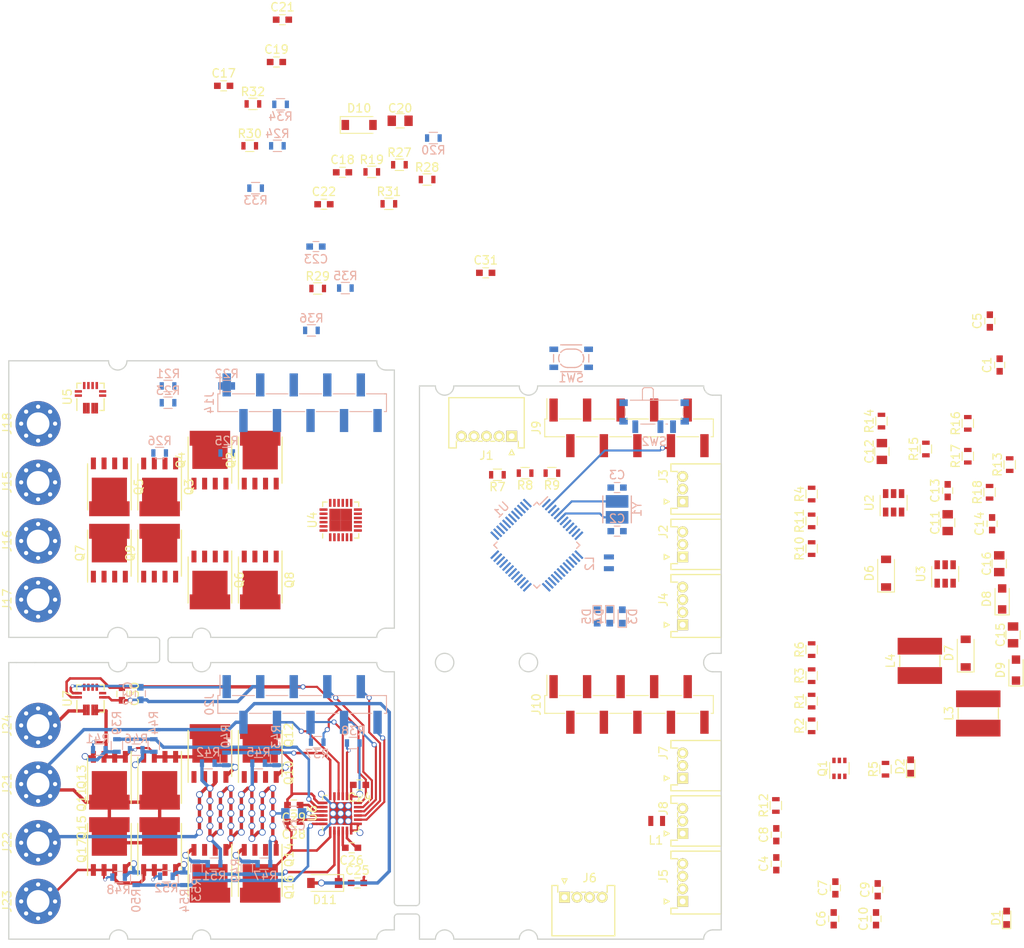
<source format=kicad_pcb>
(kicad_pcb (version 4) (host pcbnew 4.0.5)
  (layers (0 F.Cu signal) (31 B.Cu signal) (34 B.Paste user) (35 F.Paste user) (36 B.SilkS user) (37 F.SilkS user) (38 B.Mask user) (39 F.Mask user) (44 Edge.Cuts user))
  (net 0 "")
  (net 1 GND)
  (net 2 NRST)
  (net 3 "Net-(C2-Pad2)")
  (net 4 "Net-(C3-Pad2)")
  (net 5 +3V3)
  (net 6 "Net-(C10-Pad2)")
  (net 7 V_BATT)
  (net 8 "Net-(C13-Pad1)")
  (net 9 "Net-(C13-Pad2)")
  (net 10 "Net-(C14-Pad1)")
  (net 11 "Net-(C14-Pad2)")
  (net 12 +5V)
  (net 13 "Net-(D1-Pad2)")
  (net 14 "Net-(D2-Pad2)")
  (net 15 "Net-(D3-Pad2)")
  (net 16 "Net-(D4-Pad2)")
  (net 17 "Net-(D5-Pad2)")
  (net 18 SWCLK)
  (net 19 SWDIO)
  (net 20 "Net-(J2-Pad3)")
  (net 21 "Net-(J3-Pad3)")
  (net 22 /MCU/T2_CH2)
  (net 23 /MCU/T2_CH1)
  (net 24 /MCU/T3_CH2)
  (net 25 /MCU/T3_CH1)
  (net 26 /MCU/U2_RX)
  (net 27 /MCU/U2_TX)
  (net 28 /MCU/A1_IN1)
  (net 29 "Net-(J7-Pad2)")
  (net 30 /MCU/A1_IN2)
  (net 31 /MCU/T1_CH1N)
  (net 32 /MCU/T1_CH2N)
  (net 33 /MCU/FAULT1)
  (net 34 /MCU/T1_CH1)
  (net 35 /MCU/T1_CH2)
  (net 36 /MCU/RESET1)
  (net 37 /MCU/T8_CH1N)
  (net 38 /MCU/T8_CH2N)
  (net 39 /MCU/FAULT2)
  (net 40 /MCU/T8_CH1)
  (net 41 /MCU/T8_CH2)
  (net 42 /MCU/RESET2)
  (net 43 /MCU/A3_IN1)
  (net 44 /MCU/A2_IN12)
  (net 45 /MCU/T4_CH2)
  (net 46 /MCU/T15_CH2)
  (net 47 /MCU/LED0)
  (net 48 /MCU/LED1)
  (net 49 /MCU/LED2)
  (net 50 /MCU/A4_IN3)
  (net 51 "Net-(R12-Pad2)")
  (net 52 "Net-(R13-Pad2)")
  (net 53 "Net-(R14-Pad1)")
  (net 54 "Net-(R15-Pad2)")
  (net 55 "Net-(R17-Pad2)")
  (net 56 "Net-(SW2-Pad2)")
  (net 57 "Net-(C18-Pad1)")
  (net 58 "Net-(C19-Pad1)")
  (net 59 "Net-(C19-Pad2)")
  (net 60 "Net-(C20-Pad2)")
  (net 61 "Net-(C21-Pad1)")
  (net 62 "Net-(C21-Pad2)")
  (net 63 "Net-(C22-Pad1)")
  (net 64 "Net-(C22-Pad2)")
  (net 65 "Net-(C25-Pad1)")
  (net 66 "Net-(C26-Pad1)")
  (net 67 "Net-(C26-Pad2)")
  (net 68 "Net-(C27-Pad2)")
  (net 69 "Net-(C28-Pad1)")
  (net 70 "Net-(C28-Pad2)")
  (net 71 "Net-(C29-Pad1)")
  (net 72 "Net-(C29-Pad2)")
  (net 73 "Net-(J18-Pad1)")
  (net 74 "Net-(J24-Pad1)")
  (net 75 "Net-(Q2-Pad4)")
  (net 76 "Net-(Q3-Pad4)")
  (net 77 "Net-(Q4-Pad4)")
  (net 78 "Net-(Q5-Pad4)")
  (net 79 "Net-(Q6-Pad4)")
  (net 80 "Net-(Q7-Pad4)")
  (net 81 "Net-(Q8-Pad4)")
  (net 82 "Net-(Q9-Pad4)")
  (net 83 "Net-(R20-Pad2)")
  (net 84 "Net-(Q10-Pad4)")
  (net 85 "Net-(Q11-Pad4)")
  (net 86 "Net-(Q12-Pad4)")
  (net 87 "Net-(Q13-Pad4)")
  (net 88 "Net-(Q14-Pad4)")
  (net 89 "Net-(Q15-Pad4)")
  (net 90 "Net-(Q16-Pad4)")
  (net 91 "Net-(Q17-Pad4)")
  (net 92 "Net-(R21-Pad1)")
  (net 93 "Net-(R38-Pad2)")
  (net 94 "Net-(J14-Pad9)")
  (net 95 "Net-(J20-Pad9)")
  (net 96 "Net-(R31-Pad2)")
  (net 97 "Net-(R32-Pad2)")
  (net 98 "Net-(R39-Pad1)")
  (net 99 "Net-(R49-Pad2)")
  (net 100 "Net-(R50-Pad2)")
  (net 101 "Net-(J14-Pad7)")
  (net 102 "Net-(J14-Pad4)")
  (net 103 "Net-(J14-Pad6)")
  (net 104 "Net-(J20-Pad7)")
  (net 105 "Net-(J20-Pad4)")
  (net 106 "Net-(J20-Pad6)")
  (net 107 "Net-(R22-Pad1)")
  (net 108 "Net-(R40-Pad1)")
  (net 109 "Net-(J14-Pad8)")
  (net 110 "Net-(J14-Pad10)")
  (net 111 "Net-(J20-Pad8)")
  (net 112 "Net-(J20-Pad10)")
  (net 113 "Net-(C31-Pad1)")
  (net 114 "Net-(C32-Pad1)")
  (module Pin_Headers:Pin_Header_Straight_1x10_Pitch2.00mm_SMD_Pin1Left (layer B.Cu) (at 60 127 270)
    (fp_text reference J20 (at 0 11.06 270) (layer B.SilkS) (effects (justify mirror)))
    (fp_text value CONN_01X10)
    (pad 1 smd rect (at -2.125 9 270) (size 2.75 1) (layers B.Cu B.Mask) (net 114 "Net-(C32-Pad1)"))
    (pad 3 smd rect (at -2.125 5 270) (size 2.75 1) (layers B.Cu B.Mask) (net 1 GND))
    (pad 5 smd rect (at -2.125 1 270) (size 2.75 1) (layers B.Cu B.Mask) (net 5 +3V3))
    (pad 7 smd rect (at -2.125 -3 270) (size 2.75 1) (layers B.Cu B.Mask) (net 104 "Net-(J20-Pad7)"))
    (pad 9 smd rect (at -2.125 -7 270) (size 2.75 1) (layers B.Cu B.Mask) (net 95 "Net-(J20-Pad9)"))
    (pad 2 smd rect (at 2.125 7 270) (size 2.75 1) (layers B.Cu B.Mask) (net 7 V_BATT))
    (pad 4 smd rect (at 2.125 3 270) (size 2.75 1) (layers B.Cu B.Mask) (net 105 "Net-(J20-Pad4)"))
    (pad 6 smd rect (at 2.125 -1 270) (size 2.75 1) (layers B.Cu B.Mask) (net 106 "Net-(J20-Pad6)"))
    (pad 8 smd rect (at 2.125 -5 270) (size 2.75 1) (layers B.Cu B.Mask) (net 111 "Net-(J20-Pad8)"))
    (pad 10 smd rect (at 2.125 -9 270) (size 2.75 1) (layers B.Cu B.Mask) (net 112 "Net-(J20-Pad10)"))
  )
  (module Capacitors_SMD:C_0603 (layer F.Cu) (at 143.219999 86.502142 90)
    (fp_text reference C1 (at 0 -1.5 90) (layer F.SilkS))
    (fp_text value 0.1u)
    (pad 1 smd rect (at -0.75 0 90) (size 0.8 0.75) (layers F.Cu F.Paste F.Mask) (net 1 GND))
    (pad 2 smd rect (at 0.75 0 90) (size 0.8 0.75) (layers F.Cu F.Paste F.Mask) (net 2 NRST))
  )
  (module Capacitors_SMD:C_0603 (layer B.Cu) (at 97.575408 106.324348 180)
    (fp_text reference C2 (at 0 1.5 180) (layer B.SilkS) (effects (justify mirror)))
    (fp_text value 14p)
    (pad 1 smd rect (at -0.75 0 180) (size 0.8 0.75) (layers B.Cu B.Paste B.Mask) (net 1 GND))
    (pad 2 smd rect (at 0.75 0 180) (size 0.8 0.75) (layers B.Cu B.Paste B.Mask) (net 3 "Net-(C2-Pad2)"))
  )
  (module Capacitors_SMD:C_0603 (layer B.Cu) (at 97.575408 101.124348 180)
    (fp_text reference C3 (at 0 1.5 180) (layer B.SilkS) (effects (justify mirror)))
    (fp_text value 14p)
    (pad 1 smd rect (at -0.75 0 180) (size 0.8 0.75) (layers B.Cu B.Paste B.Mask) (net 1 GND))
    (pad 2 smd rect (at 0.75 0 180) (size 0.8 0.75) (layers B.Cu B.Paste B.Mask) (net 4 "Net-(C3-Pad2)"))
  )
  (module Capacitors_SMD:C_0603 (layer F.Cu) (at 116.569999 146.009998 90)
    (fp_text reference C4 (at 0 -1.5 90) (layer F.SilkS))
    (fp_text value 1u)
    (pad 1 smd rect (at -0.75 0 90) (size 0.8 0.75) (layers F.Cu F.Paste F.Mask) (net 5 +3V3))
    (pad 2 smd rect (at 0.75 0 90) (size 0.8 0.75) (layers F.Cu F.Paste F.Mask) (net 1 GND))
  )
  (module Capacitors_SMD:C_0603 (layer F.Cu) (at 142.05 81.25 90)
    (fp_text reference C5 (at 0 -1.5 90) (layer F.SilkS))
    (fp_text value 0.1u)
    (pad 1 smd rect (at -0.75 0 90) (size 0.8 0.75) (layers F.Cu F.Paste F.Mask) (net 1 GND))
    (pad 2 smd rect (at 0.75 0 90) (size 0.8 0.75) (layers F.Cu F.Paste F.Mask) (net 5 +3V3))
  )
  (module Capacitors_SMD:C_0603 (layer F.Cu) (at 123.419999 152.572142 90)
    (fp_text reference C6 (at 0 -1.5 90) (layer F.SilkS))
    (fp_text value 0.1u)
    (pad 1 smd rect (at -0.75 0 90) (size 0.8 0.75) (layers F.Cu F.Paste F.Mask) (net 1 GND))
    (pad 2 smd rect (at 0.75 0 90) (size 0.8 0.75) (layers F.Cu F.Paste F.Mask) (net 5 +3V3))
  )
  (module Capacitors_SMD:C_0603 (layer F.Cu) (at 123.619999 148.892142 90)
    (fp_text reference C7 (at 0 -1.5 90) (layer F.SilkS))
    (fp_text value 0.1u)
    (pad 1 smd rect (at -0.75 0 90) (size 0.8 0.75) (layers F.Cu F.Paste F.Mask) (net 1 GND))
    (pad 2 smd rect (at 0.75 0 90) (size 0.8 0.75) (layers F.Cu F.Paste F.Mask) (net 5 +3V3))
  )
  (module Capacitors_SMD:C_0603 (layer F.Cu) (at 116.569999 142.542142 90)
    (fp_text reference C8 (at 0 -1.5 90) (layer F.SilkS))
    (fp_text value 0.1u)
    (pad 1 smd rect (at -0.75 0 90) (size 0.8 0.75) (layers F.Cu F.Paste F.Mask) (net 1 GND))
    (pad 2 smd rect (at 0.75 0 90) (size 0.8 0.75) (layers F.Cu F.Paste F.Mask) (net 5 +3V3))
  )
  (module Capacitors_SMD:C_0603 (layer F.Cu) (at 128.669999 149.109998 90)
    (fp_text reference C9 (at 0 -1.5 90) (layer F.SilkS))
    (fp_text value 1u)
    (pad 1 smd rect (at -0.75 0 90) (size 0.8 0.75) (layers F.Cu F.Paste F.Mask) (net 1 GND))
    (pad 2 smd rect (at 0.75 0 90) (size 0.8 0.75) (layers F.Cu F.Paste F.Mask) (net 6 "Net-(C10-Pad2)"))
  )
  (module Capacitors_SMD:C_0603 (layer F.Cu) (at 128.469999 152.572142 90)
    (fp_text reference C10 (at 0 -1.5 90) (layer F.SilkS))
    (fp_text value 0.1u)
    (pad 1 smd rect (at -0.75 0 90) (size 0.8 0.75) (layers F.Cu F.Paste F.Mask) (net 1 GND))
    (pad 2 smd rect (at 0.75 0 90) (size 0.8 0.75) (layers F.Cu F.Paste F.Mask) (net 6 "Net-(C10-Pad2)"))
  )
  (module Capacitors_SMD:C_0805 (layer F.Cu) (at 137.019999 105.309998 90)
    (fp_text reference C11 (at 0 -1.5 90) (layer F.SilkS))
    (fp_text value 10u)
    (pad 1 smd rect (at -1 0 90) (size 1 1.25) (layers F.Cu F.Paste F.Mask) (net 7 V_BATT))
    (pad 2 smd rect (at 1 0 90) (size 1 1.25) (layers F.Cu F.Paste F.Mask) (net 1 GND))
  )
  (module Capacitors_SMD:C_0805 (layer F.Cu) (at 129.169999 96.819998 90)
    (fp_text reference C12 (at 0 -1.5 90) (layer F.SilkS))
    (fp_text value 10u)
    (pad 1 smd rect (at -1 0 90) (size 1 1.25) (layers F.Cu F.Paste F.Mask) (net 7 V_BATT))
    (pad 2 smd rect (at 1 0 90) (size 1 1.25) (layers F.Cu F.Paste F.Mask) (net 1 GND))
  )
  (module Capacitors_SMD:C_0603 (layer F.Cu) (at 137.019999 101.492142 90)
    (fp_text reference C13 (at 0 -1.5 90) (layer F.SilkS))
    (fp_text value 0.1u)
    (pad 1 smd rect (at -0.75 0 90) (size 0.8 0.75) (layers F.Cu F.Paste F.Mask) (net 8 "Net-(C13-Pad1)"))
    (pad 2 smd rect (at 0.75 0 90) (size 0.8 0.75) (layers F.Cu F.Paste F.Mask) (net 9 "Net-(C13-Pad2)"))
  )
  (module Capacitors_SMD:C_0603 (layer F.Cu) (at 142.319999 105.442142 90)
    (fp_text reference C14 (at 0 -1.5 90) (layer F.SilkS))
    (fp_text value 0.1u)
    (pad 1 smd rect (at -0.75 0 90) (size 0.8 0.75) (layers F.Cu F.Paste F.Mask) (net 10 "Net-(C14-Pad1)"))
    (pad 2 smd rect (at 0.75 0 90) (size 0.8 0.75) (layers F.Cu F.Paste F.Mask) (net 11 "Net-(C14-Pad2)"))
  )
  (module Capacitors_SMD:C_0805 (layer F.Cu) (at 144.819999 118.699998 90)
    (fp_text reference C15 (at 0 -1.5 90) (layer F.SilkS))
    (fp_text value 20u)
    (pad 1 smd rect (at -1 0 90) (size 1 1.25) (layers F.Cu F.Paste F.Mask) (net 12 +5V))
    (pad 2 smd rect (at 1 0 90) (size 1 1.25) (layers F.Cu F.Paste F.Mask) (net 1 GND))
  )
  (module Capacitors_SMD:C_0805 (layer F.Cu) (at 143.169999 110.209998 90)
    (fp_text reference C16 (at 0 -1.5 90) (layer F.SilkS))
    (fp_text value 10u)
    (pad 1 smd rect (at -1 0 90) (size 1 1.25) (layers F.Cu F.Paste F.Mask) (net 5 +3V3))
    (pad 2 smd rect (at 1 0 90) (size 1 1.25) (layers F.Cu F.Paste F.Mask) (net 1 GND))
  )
  (module LEDs:LED_0603 (layer F.Cu) (at 144.049999 152.449998 90)
    (fp_text reference D1 (at 0 -1.25 90) (layer F.SilkS))
    (fp_text value LED)
    (pad 2 smd rect (at 0.8 0 270) (size 0.8 0.8) (layers F.Cu F.Paste F.Mask) (net 13 "Net-(D1-Pad2)"))
    (pad 1 smd rect (at -0.8 0 270) (size 0.8 0.8) (layers F.Cu F.Paste F.Mask) (net 1 GND))
  )
  (module LEDs:LED_0603 (layer F.Cu) (at 132.6 134.4 90)
    (fp_text reference D2 (at 0 -1.25 90) (layer F.SilkS))
    (fp_text value LED)
    (pad 2 smd rect (at 0.8 0 270) (size 0.8 0.8) (layers F.Cu F.Paste F.Mask) (net 14 "Net-(D2-Pad2)"))
    (pad 1 smd rect (at -0.8 0 270) (size 0.8 0.8) (layers F.Cu F.Paste F.Mask) (net 1 GND))
  )
  (module LEDs:LED_0603 (layer B.Cu) (at 98.2 116.5 90)
    (fp_text reference D3 (at 0 1.25 90) (layer B.SilkS) (effects (justify mirror)))
    (fp_text value LED)
    (pad 2 smd rect (at 0.8 0 270) (size 0.8 0.8) (layers B.Cu B.Paste B.Mask) (net 15 "Net-(D3-Pad2)"))
    (pad 1 smd rect (at -0.8 0 270) (size 0.8 0.8) (layers B.Cu B.Paste B.Mask) (net 1 GND))
  )
  (module LEDs:LED_0603 (layer B.Cu) (at 96.7 116.5 270)
    (fp_text reference D4 (at 0 1.25 270) (layer B.SilkS) (effects (justify mirror)))
    (fp_text value LED)
    (pad 2 smd rect (at 0.8 0 90) (size 0.8 0.8) (layers B.Cu B.Paste B.Mask) (net 16 "Net-(D4-Pad2)"))
    (pad 1 smd rect (at -0.8 0 90) (size 0.8 0.8) (layers B.Cu B.Paste B.Mask) (net 1 GND))
  )
  (module LEDs:LED_0603 (layer B.Cu) (at 95.2 116.5 270)
    (fp_text reference D5 (at 0 1.25 270) (layer B.SilkS) (effects (justify mirror)))
    (fp_text value LED)
    (pad 2 smd rect (at 0.8 0 90) (size 0.8 0.8) (layers B.Cu B.Paste B.Mask) (net 17 "Net-(D5-Pad2)"))
    (pad 1 smd rect (at -0.8 0 90) (size 0.8 0.8) (layers B.Cu B.Paste B.Mask) (net 1 GND))
  )
  (module Diodes_SMD:D_SOD-123 (layer F.Cu) (at 129.669999 111.337379 90)
    (fp_text reference D6 (at 0 -2 90) (layer F.SilkS))
    (fp_text value D_Schottky)
    (pad 1 smd rect (at -1.65 0 90) (size 0.9 1.2) (layers F.Cu F.Paste F.Mask) (net 9 "Net-(C13-Pad2)"))
    (pad 2 smd rect (at 1.65 0 90) (size 0.9 1.2) (layers F.Cu F.Paste F.Mask) (net 1 GND))
  )
  (module Diodes_SMD:D_SOD-123 (layer F.Cu) (at 139.169999 120.877379 90)
    (fp_text reference D7 (at 0 -2 90) (layer F.SilkS))
    (fp_text value D_Schottky)
    (pad 1 smd rect (at -1.65 0 90) (size 0.9 1.2) (layers F.Cu F.Paste F.Mask) (net 11 "Net-(C14-Pad2)"))
    (pad 2 smd rect (at 1.65 0 90) (size 0.9 1.2) (layers F.Cu F.Paste F.Mask) (net 1 GND))
  )
  (module Diodes_SMD:D_SOD-323_HandSoldering (layer F.Cu) (at 143.519999 114.409998 90)
    (fp_text reference D8 (at 0 -1.85 90) (layer F.SilkS))
    (fp_text value D)
    (pad 1 smd rect (at -1.25 0 90) (size 1 1) (layers F.Cu F.Paste F.Mask) (net 8 "Net-(C13-Pad1)"))
    (pad 2 smd rect (at 1.25 0 90) (size 1 1) (layers F.Cu F.Paste F.Mask) (net 12 +5V))
  )
  (module Diodes_SMD:D_SOD-323_HandSoldering (layer F.Cu) (at 145.169999 122.899998 90)
    (fp_text reference D9 (at 0 -1.85 90) (layer F.SilkS))
    (fp_text value D)
    (pad 1 smd rect (at -1.25 0 90) (size 1 1) (layers F.Cu F.Paste F.Mask) (net 10 "Net-(C14-Pad1)"))
    (pad 2 smd rect (at 1.25 0 90) (size 1 1) (layers F.Cu F.Paste F.Mask) (net 5 +3V3))
  )
  (module Connectors_JST:JST_ZH_S05B-ZR_05x1.50mm_Angled (layer F.Cu) (at 85 95 180)
    (fp_text reference J1 (at 3 -2.3 180) (layer F.SilkS))
    (fp_text value CONN_01X05)
    (pad 3 thru_hole circle (at 3 0 180) (size 1.3 1.3) (drill 0.7) (layers *.Cu *.Mask F.SilkS) (net 1 GND))
    (pad 2 thru_hole circle (at 1.5 0 180) (size 1.3 1.3) (drill 0.7) (layers *.Cu *.Mask F.SilkS) (net 18 SWCLK))
    (pad 1 thru_hole rect (at 0 0 180) (size 1.3 1.3) (drill 0.7) (layers *.Cu *.Mask F.SilkS) (net 5 +3V3))
    (pad 4 thru_hole circle (at 4.5 0 180) (size 1.3 1.3) (drill 0.7) (layers *.Cu *.Mask F.SilkS) (net 19 SWDIO))
    (pad 5 thru_hole circle (at 6 0 180) (size 1.3 1.3) (drill 0.7) (layers *.Cu *.Mask F.SilkS) (net 2 NRST))
  )
  (module Connectors_JST:JST_ZH_S03B-ZR_03x1.50mm_Angled (layer F.Cu) (at 105.4 109.4 90)
    (fp_text reference J2 (at 3 -2.3 90) (layer F.SilkS))
    (fp_text value CONN_01X03)
    (pad 3 thru_hole circle (at 3 0 90) (size 1.3 1.3) (drill 0.7) (layers *.Cu *.Mask F.SilkS) (net 20 "Net-(J2-Pad3)"))
    (pad 2 thru_hole circle (at 1.5 0 90) (size 1.3 1.3) (drill 0.7) (layers *.Cu *.Mask F.SilkS) (net 12 +5V))
    (pad 1 thru_hole rect (at 0 0 90) (size 1.3 1.3) (drill 0.7) (layers *.Cu *.Mask F.SilkS) (net 1 GND))
  )
  (module Connectors_JST:JST_ZH_S03B-ZR_03x1.50mm_Angled (layer F.Cu) (at 105.4 102.8 90)
    (fp_text reference J3 (at 3 -2.3 90) (layer F.SilkS))
    (fp_text value CONN_01X03)
    (pad 3 thru_hole circle (at 3 0 90) (size 1.3 1.3) (drill 0.7) (layers *.Cu *.Mask F.SilkS) (net 21 "Net-(J3-Pad3)"))
    (pad 2 thru_hole circle (at 1.5 0 90) (size 1.3 1.3) (drill 0.7) (layers *.Cu *.Mask F.SilkS) (net 1 GND))
    (pad 1 thru_hole rect (at 0 0 90) (size 1.3 1.3) (drill 0.7) (layers *.Cu *.Mask F.SilkS) (net 12 +5V))
  )
  (module Connectors_JST:JST_ZH_S04B-ZR_04x1.50mm_Angled (layer F.Cu) (at 105.4 117.5 90)
    (fp_text reference J4 (at 3 -2.3 90) (layer F.SilkS))
    (fp_text value CONN_01X04)
    (pad 3 thru_hole circle (at 3 0 90) (size 1.3 1.3) (drill 0.7) (layers *.Cu *.Mask F.SilkS) (net 22 /MCU/T2_CH2))
    (pad 2 thru_hole circle (at 1.5 0 90) (size 1.3 1.3) (drill 0.7) (layers *.Cu *.Mask F.SilkS) (net 23 /MCU/T2_CH1))
    (pad 1 thru_hole rect (at 0 0 90) (size 1.3 1.3) (drill 0.7) (layers *.Cu *.Mask F.SilkS) (net 12 +5V))
    (pad 4 thru_hole circle (at 4.5 0 90) (size 1.3 1.3) (drill 0.7) (layers *.Cu *.Mask F.SilkS) (net 1 GND))
  )
  (module Connectors_JST:JST_ZH_S04B-ZR_04x1.50mm_Angled (layer F.Cu) (at 105.4 150.5 90)
    (fp_text reference J5 (at 3 -2.3 90) (layer F.SilkS))
    (fp_text value CONN_01X04)
    (pad 3 thru_hole circle (at 3 0 90) (size 1.3 1.3) (drill 0.7) (layers *.Cu *.Mask F.SilkS) (net 24 /MCU/T3_CH2))
    (pad 2 thru_hole circle (at 1.5 0 90) (size 1.3 1.3) (drill 0.7) (layers *.Cu *.Mask F.SilkS) (net 25 /MCU/T3_CH1))
    (pad 1 thru_hole rect (at 0 0 90) (size 1.3 1.3) (drill 0.7) (layers *.Cu *.Mask F.SilkS) (net 12 +5V))
    (pad 4 thru_hole circle (at 4.5 0 90) (size 1.3 1.3) (drill 0.7) (layers *.Cu *.Mask F.SilkS) (net 1 GND))
  )
  (module Connectors_JST:JST_ZH_S04B-ZR_04x1.50mm_Angled (layer F.Cu) (at 91.3 150)
    (fp_text reference J6 (at 3 -2.3) (layer F.SilkS))
    (fp_text value CONN_01X04)
    (pad 3 thru_hole circle (at 3 0) (size 1.3 1.3) (drill 0.7) (layers *.Cu *.Mask F.SilkS) (net 26 /MCU/U2_RX))
    (pad 2 thru_hole circle (at 1.5 0) (size 1.3 1.3) (drill 0.7) (layers *.Cu *.Mask F.SilkS) (net 27 /MCU/U2_TX))
    (pad 1 thru_hole rect (at 0 0) (size 1.3 1.3) (drill 0.7) (layers *.Cu *.Mask F.SilkS) (net 5 +3V3))
    (pad 4 thru_hole circle (at 4.5 0) (size 1.3 1.3) (drill 0.7) (layers *.Cu *.Mask F.SilkS) (net 1 GND))
  )
  (module Connectors_JST:JST_ZH_S03B-ZR_03x1.50mm_Angled (layer F.Cu) (at 105.4 135.8 90)
    (fp_text reference J7 (at 3 -2.3 90) (layer F.SilkS))
    (fp_text value CONN_01X03)
    (pad 3 thru_hole circle (at 3 0 90) (size 1.3 1.3) (drill 0.7) (layers *.Cu *.Mask F.SilkS) (net 28 /MCU/A1_IN1))
    (pad 2 thru_hole circle (at 1.5 0 90) (size 1.3 1.3) (drill 0.7) (layers *.Cu *.Mask F.SilkS) (net 29 "Net-(J7-Pad2)"))
    (pad 1 thru_hole rect (at 0 0 90) (size 1.3 1.3) (drill 0.7) (layers *.Cu *.Mask F.SilkS) (net 1 GND))
  )
  (module Connectors_JST:JST_ZH_S03B-ZR_03x1.50mm_Angled (layer F.Cu) (at 105.4 142.4 90)
    (fp_text reference J8 (at 3 -2.3 90) (layer F.SilkS))
    (fp_text value CONN_01X03)
    (pad 3 thru_hole circle (at 3 0 90) (size 1.3 1.3) (drill 0.7) (layers *.Cu *.Mask F.SilkS) (net 30 /MCU/A1_IN2))
    (pad 2 thru_hole circle (at 1.5 0 90) (size 1.3 1.3) (drill 0.7) (layers *.Cu *.Mask F.SilkS) (net 29 "Net-(J7-Pad2)"))
    (pad 1 thru_hole rect (at 0 0 90) (size 1.3 1.3) (drill 0.7) (layers *.Cu *.Mask F.SilkS) (net 1 GND))
  )
  (module Inductors_NEOSID:Neosid_Inductor_SM0603CG (layer F.Cu) (at 102.3 140.9 180)
    (fp_text reference L1 (at 0.09906 -2.30124 180) (layer F.SilkS))
    (fp_text value L)
    (pad 2 smd rect (at 0.70104 0 180) (size 0.59944 1.19888) (layers F.Cu F.Paste F.Mask) (net 5 +3V3))
    (pad 1 smd rect (at -0.70104 0 180) (size 0.59944 1.19888) (layers F.Cu F.Paste F.Mask) (net 29 "Net-(J7-Pad2)"))
  )
  (module Inductors_NEOSID:Neosid_Inductor_SM0603CG (layer B.Cu) (at 96.6 110.1 270)
    (fp_text reference L2 (at 0.09906 2.30124 270) (layer B.SilkS) (effects (justify mirror)))
    (fp_text value L)
    (pad 2 smd rect (at 0.70104 0 270) (size 0.59944 1.19888) (layers B.Cu B.Paste B.Mask) (net 6 "Net-(C10-Pad2)"))
    (pad 1 smd rect (at -0.70104 0 270) (size 0.59944 1.19888) (layers B.Cu B.Paste B.Mask) (net 5 +3V3))
  )
  (module Choke_SMD:Choke_SMD_BOURNS-SRR4028-xxxY (layer F.Cu) (at 140.669999 128.074999 90)
    (fp_text reference L3 (at 0 -3.5 90) (layer F.SilkS))
    (fp_text value 22u)
    (pad 2 smd rect (at 1.75 0 90) (size 2 5.3) (layers F.Cu F.Paste F.Mask) (net 12 +5V))
    (pad 1 smd rect (at -1.75 0 90) (size 2 5.3) (layers F.Cu F.Paste F.Mask) (net 9 "Net-(C13-Pad2)"))
  )
  (module Choke_SMD:Choke_SMD_BOURNS-SRR4028-xxxY (layer F.Cu) (at 133.7 121.8 90)
    (fp_text reference L4 (at 0 -3.5 90) (layer F.SilkS))
    (fp_text value 15u)
    (pad 2 smd rect (at 1.75 0 90) (size 2 5.3) (layers F.Cu F.Paste F.Mask) (net 5 +3V3))
    (pad 1 smd rect (at -1.75 0 90) (size 2 5.3) (layers F.Cu F.Paste F.Mask) (net 11 "Net-(C14-Pad2)"))
  )
  (module TO_SOT_Packages_SMD:SOT-363_SC-70-6 (layer F.Cu) (at 124.099999 134.627856 90)
    (fp_text reference Q1 (at 0 -2 90) (layer F.SilkS))
    (fp_text value BSS138PS)
    (pad 1 smd rect (at -0.95 -0.65 90) (size 0.65 0.4) (layers F.Cu F.Paste F.Mask) (net 45 /MCU/T4_CH2))
    (pad 3 smd rect (at -0.95 0.65 90) (size 0.65 0.4) (layers F.Cu F.Paste F.Mask) (net 20 "Net-(J2-Pad3)"))
    (pad 5 smd rect (at 0.95 0 90) (size 0.65 0.4) (layers F.Cu F.Paste F.Mask) (net 5 +3V3))
    (pad 2 smd rect (at -0.95 0 90) (size 0.65 0.4) (layers F.Cu F.Paste F.Mask) (net 5 +3V3))
    (pad 4 smd rect (at 0.95 0.65 90) (size 0.65 0.4) (layers F.Cu F.Paste F.Mask) (net 46 /MCU/T15_CH2))
    (pad 6 smd rect (at 0.95 -0.65 90) (size 0.65 0.4) (layers F.Cu F.Paste F.Mask) (net 21 "Net-(J3-Pad3)"))
  )
  (module Resistors_SMD:R_0603 (layer F.Cu) (at 120.789999 126.599998 90)
    (fp_text reference R1 (at 0 -1.45 90) (layer F.SilkS))
    (fp_text value R)
    (pad 1 smd rect (at -0.75 0 90) (size 0.5 0.9) (layers F.Cu F.Paste F.Mask) (net 5 +3V3))
    (pad 2 smd rect (at 0.75 0 90) (size 0.5 0.9) (layers F.Cu F.Paste F.Mask) (net 13 "Net-(D1-Pad2)"))
  )
  (module Resistors_SMD:R_0603 (layer F.Cu) (at 120.789999 129.549998 90)
    (fp_text reference R2 (at 0 -1.45 90) (layer F.SilkS))
    (fp_text value R)
    (pad 1 smd rect (at -0.75 0 90) (size 0.5 0.9) (layers F.Cu F.Paste F.Mask) (net 12 +5V))
    (pad 2 smd rect (at 0.75 0 90) (size 0.5 0.9) (layers F.Cu F.Paste F.Mask) (net 14 "Net-(D2-Pad2)"))
  )
  (module Resistors_SMD:R_0603 (layer F.Cu) (at 120.789999 123.567856 90)
    (fp_text reference R3 (at 0 -1.45 90) (layer F.SilkS))
    (fp_text value 10k)
    (pad 1 smd rect (at -0.75 0 90) (size 0.5 0.9) (layers F.Cu F.Paste F.Mask) (net 12 +5V))
    (pad 2 smd rect (at 0.75 0 90) (size 0.5 0.9) (layers F.Cu F.Paste F.Mask) (net 21 "Net-(J3-Pad3)"))
  )
  (module Resistors_SMD:R_0603 (layer F.Cu) (at 120.789999 101.897856 90)
    (fp_text reference R4 (at 0 -1.45 90) (layer F.SilkS))
    (fp_text value 10k)
    (pad 1 smd rect (at -0.75 0 90) (size 0.5 0.9) (layers F.Cu F.Paste F.Mask) (net 12 +5V))
    (pad 2 smd rect (at 0.75 0 90) (size 0.5 0.9) (layers F.Cu F.Paste F.Mask) (net 21 "Net-(J3-Pad3)"))
  )
  (module Resistors_SMD:R_0603 (layer F.Cu) (at 129.599999 134.727856 90)
    (fp_text reference R5 (at 0 -1.45 90) (layer F.SilkS))
    (fp_text value 10k)
    (pad 1 smd rect (at -0.75 0 90) (size 0.5 0.9) (layers F.Cu F.Paste F.Mask) (net 5 +3V3))
    (pad 2 smd rect (at 0.75 0 90) (size 0.5 0.9) (layers F.Cu F.Paste F.Mask) (net 46 /MCU/T15_CH2))
  )
  (module Resistors_SMD:R_0603 (layer F.Cu) (at 120.789999 120.457856 90)
    (fp_text reference R6 (at 0 -1.45 90) (layer F.SilkS))
    (fp_text value 10k)
    (pad 1 smd rect (at -0.75 0 90) (size 0.5 0.9) (layers F.Cu F.Paste F.Mask) (net 5 +3V3))
    (pad 2 smd rect (at 0.75 0 90) (size 0.5 0.9) (layers F.Cu F.Paste F.Mask) (net 45 /MCU/T4_CH2))
  )
  (module Resistors_SMD:R_0603 (layer F.Cu) (at 83.3 99.6 180)
    (fp_text reference R7 (at 0 -1.45 180) (layer F.SilkS))
    (fp_text value 1k)
    (pad 1 smd rect (at -0.75 0 180) (size 0.5 0.9) (layers F.Cu F.Paste F.Mask) (net 47 /MCU/LED0))
    (pad 2 smd rect (at 0.75 0 180) (size 0.5 0.9) (layers F.Cu F.Paste F.Mask) (net 15 "Net-(D3-Pad2)"))
  )
  (module Resistors_SMD:R_0603 (layer F.Cu) (at 86.6 99.4 180)
    (fp_text reference R8 (at 0 -1.45 180) (layer F.SilkS))
    (fp_text value 1k)
    (pad 1 smd rect (at -0.75 0 180) (size 0.5 0.9) (layers F.Cu F.Paste F.Mask) (net 48 /MCU/LED1))
    (pad 2 smd rect (at 0.75 0 180) (size 0.5 0.9) (layers F.Cu F.Paste F.Mask) (net 16 "Net-(D4-Pad2)"))
  )
  (module Resistors_SMD:R_0603 (layer F.Cu) (at 89.8 99.4 180)
    (fp_text reference R9 (at 0 -1.45 180) (layer F.SilkS))
    (fp_text value 1k)
    (pad 1 smd rect (at -0.75 0 180) (size 0.5 0.9) (layers F.Cu F.Paste F.Mask) (net 49 /MCU/LED2))
    (pad 2 smd rect (at 0.75 0 180) (size 0.5 0.9) (layers F.Cu F.Paste F.Mask) (net 17 "Net-(D5-Pad2)"))
  )
  (module Resistors_SMD:R_0603 (layer F.Cu) (at 120.789999 108.402618 90)
    (fp_text reference R10 (at 0 -1.45 90) (layer F.SilkS))
    (fp_text value 40k)
    (pad 1 smd rect (at -0.75 0 90) (size 0.5 0.9) (layers F.Cu F.Paste F.Mask) (net 7 V_BATT))
    (pad 2 smd rect (at 0.75 0 90) (size 0.5 0.9) (layers F.Cu F.Paste F.Mask) (net 50 /MCU/A4_IN3))
  )
  (module Resistors_SMD:R_0603 (layer F.Cu) (at 120.789999 105.102618 90)
    (fp_text reference R11 (at 0 -1.45 90) (layer F.SilkS))
    (fp_text value 10k)
    (pad 1 smd rect (at -0.75 0 90) (size 0.5 0.9) (layers F.Cu F.Paste F.Mask) (net 50 /MCU/A4_IN3))
    (pad 2 smd rect (at 0.75 0 90) (size 0.5 0.9) (layers F.Cu F.Paste F.Mask) (net 1 GND))
  )
  (module Resistors_SMD:R_0603 (layer F.Cu) (at 116.519999 139.052618 90)
    (fp_text reference R12 (at 0 -1.45 90) (layer F.SilkS))
    (fp_text value 10k)
    (pad 1 smd rect (at -0.75 0 90) (size 0.5 0.9) (layers F.Cu F.Paste F.Mask) (net 1 GND))
    (pad 2 smd rect (at 0.75 0 90) (size 0.5 0.9) (layers F.Cu F.Paste F.Mask) (net 51 "Net-(R12-Pad2)"))
  )
  (module Resistors_SMD:R_0603 (layer F.Cu) (at 144.419999 98.382618 90)
    (fp_text reference R13 (at 0 -1.45 90) (layer F.SilkS))
    (fp_text value 10k)
    (pad 1 smd rect (at -0.75 0 90) (size 0.5 0.9) (layers F.Cu F.Paste F.Mask) (net 7 V_BATT))
    (pad 2 smd rect (at 0.75 0 90) (size 0.5 0.9) (layers F.Cu F.Paste F.Mask) (net 52 "Net-(R13-Pad2)"))
  )
  (module Resistors_SMD:R_0603 (layer F.Cu) (at 129.119999 93.192618 90)
    (fp_text reference R14 (at 0 -1.45 90) (layer F.SilkS))
    (fp_text value 10k)
    (pad 1 smd rect (at -0.75 0 90) (size 0.5 0.9) (layers F.Cu F.Paste F.Mask) (net 53 "Net-(R14-Pad1)"))
    (pad 2 smd rect (at 0.75 0 90) (size 0.5 0.9) (layers F.Cu F.Paste F.Mask) (net 1 GND))
  )
  (module Resistors_SMD:R_0603 (layer F.Cu) (at 134.419999 96.523571 90)
    (fp_text reference R15 (at 0 -1.45 90) (layer F.SilkS))
    (fp_text value 52.3k)
    (pad 1 smd rect (at -0.75 0 90) (size 0.5 0.9) (layers F.Cu F.Paste F.Mask) (net 12 +5V))
    (pad 2 smd rect (at 0.75 0 90) (size 0.5 0.9) (layers F.Cu F.Paste F.Mask) (net 54 "Net-(R15-Pad2)"))
  )
  (module Resistors_SMD:R_0603 (layer F.Cu) (at 139.419999 93.462618 90)
    (fp_text reference R16 (at 0 -1.45 90) (layer F.SilkS))
    (fp_text value 10k)
    (pad 1 smd rect (at -0.75 0 90) (size 0.5 0.9) (layers F.Cu F.Paste F.Mask) (net 54 "Net-(R15-Pad2)"))
    (pad 2 smd rect (at 0.75 0 90) (size 0.5 0.9) (layers F.Cu F.Paste F.Mask) (net 1 GND))
  )
  (module Resistors_SMD:R_0603 (layer F.Cu) (at 139.419999 97.383571 90)
    (fp_text reference R17 (at 0 -1.45 90) (layer F.SilkS))
    (fp_text value 31.6k)
    (pad 1 smd rect (at -0.75 0 90) (size 0.5 0.9) (layers F.Cu F.Paste F.Mask) (net 5 +3V3))
    (pad 2 smd rect (at 0.75 0 90) (size 0.5 0.9) (layers F.Cu F.Paste F.Mask) (net 55 "Net-(R17-Pad2)"))
  )
  (module Resistors_SMD:R_0603 (layer F.Cu) (at 142.019999 101.682618 90)
    (fp_text reference R18 (at 0 -1.45 90) (layer F.SilkS))
    (fp_text value 10k)
    (pad 1 smd rect (at -0.75 0 90) (size 0.5 0.9) (layers F.Cu F.Paste F.Mask) (net 55 "Net-(R17-Pad2)"))
    (pad 2 smd rect (at 0.75 0 90) (size 0.5 0.9) (layers F.Cu F.Paste F.Mask) (net 1 GND))
  )
  (module SMD_Packages:ALPS_SKRPAxE010 (layer B.Cu) (at 92.1 85.7)
    (fp_text reference SW1 (at 0 2.35) (layer B.SilkS) (effects (justify mirror)))
    (fp_text value SKRPACE010)
    (pad 4 smd rect (at 2.075 -1.075) (size 1.05 0.65) (layers B.Cu B.Paste B.Mask) (net 2 NRST))
    (pad 3 smd rect (at -2.075 -1.075) (size 1.05 0.65) (layers B.Cu B.Paste B.Mask))
    (pad 2 smd rect (at 2.075 1.075) (size 1.05 0.65) (layers B.Cu B.Paste B.Mask) (net 1 GND))
    (pad 1 smd rect (at -2.075 1.075) (size 1.05 0.65) (layers B.Cu B.Paste B.Mask))
  )
  (module Buttons_Switches_SMD:SW_SPDT_PCM12 (layer B.Cu) (at 102 92.43)
    (fp_text reference SW2 (at 0 3.2) (layer B.SilkS) (effects (justify mirror)))
    (fp_text value SW_DPDT_x2)
    (pad "" np_thru_hole circle (at -1.5 -0.33) (size 0.9 0.9) (drill 0.9) (layers *.Cu *.Mask))
    (pad "" np_thru_hole circle (at 1.5 -0.33) (size 0.9 0.9) (drill 0.9) (layers *.Cu *.Mask))
    (pad 1 smd rect (at -2.25 1.43) (size 0.7 1.5) (layers B.Cu B.Paste B.Mask) (net 52 "Net-(R13-Pad2)"))
    (pad 2 smd rect (at 0.75 1.43) (size 0.7 1.5) (layers B.Cu B.Paste B.Mask) (net 56 "Net-(SW2-Pad2)"))
    (pad 3 smd rect (at 2.25 1.43) (size 0.7 1.5) (layers B.Cu B.Paste B.Mask) (net 53 "Net-(R14-Pad1)"))
    (pad "" smd rect (at -3.65 -1.43) (size 1 0.8) (layers B.Cu B.Paste B.Mask))
    (pad "" smd rect (at 3.65 -1.43) (size 1 0.8) (layers B.Cu B.Paste B.Mask))
    (pad "" smd rect (at 3.65 0.78) (size 1 0.8) (layers B.Cu B.Paste B.Mask))
    (pad "" smd rect (at -3.65 0.78) (size 1 0.8) (layers B.Cu B.Paste B.Mask))
  )
  (module Housings_QFP:LQFP-48_7x7mm_Pitch0.5mm (layer B.Cu) (at 88 108 225)
    (fp_text reference U1 (at 0 6 225) (layer B.SilkS) (effects (justify mirror)))
    (fp_text value STM32F303CCTx)
    (pad 1 smd rect (at -4.35 2.75 225) (size 1.3 0.25) (layers B.Cu B.Paste B.Mask) (net 5 +3V3))
    (pad 2 smd rect (at -4.35 2.25 225) (size 1.3 0.25) (layers B.Cu B.Paste B.Mask) (net 31 /MCU/T1_CH1N))
    (pad 3 smd rect (at -4.35 1.75 225) (size 1.3 0.25) (layers B.Cu B.Paste B.Mask) (net 49 /MCU/LED2))
    (pad 4 smd rect (at -4.35 1.25 225) (size 1.3 0.25) (layers B.Cu B.Paste B.Mask) (net 48 /MCU/LED1))
    (pad 5 smd rect (at -4.35 0.75 225) (size 1.3 0.25) (layers B.Cu B.Paste B.Mask) (net 4 "Net-(C3-Pad2)"))
    (pad 6 smd rect (at -4.35 0.25 225) (size 1.3 0.25) (layers B.Cu B.Paste B.Mask) (net 3 "Net-(C2-Pad2)"))
    (pad 7 smd rect (at -4.35 -0.25 225) (size 1.3 0.25) (layers B.Cu B.Paste B.Mask) (net 2 NRST))
    (pad 8 smd rect (at -4.35 -0.75 225) (size 1.3 0.25) (layers B.Cu B.Paste B.Mask) (net 1 GND))
    (pad 9 smd rect (at -4.35 -1.25 225) (size 1.3 0.25) (layers B.Cu B.Paste B.Mask) (net 6 "Net-(C10-Pad2)"))
    (pad 10 smd rect (at -4.35 -1.75 225) (size 1.3 0.25) (layers B.Cu B.Paste B.Mask) (net 28 /MCU/A1_IN1))
    (pad 11 smd rect (at -4.35 -2.25 225) (size 1.3 0.25) (layers B.Cu B.Paste B.Mask) (net 30 /MCU/A1_IN2))
    (pad 12 smd rect (at -4.35 -2.75 225) (size 1.3 0.25) (layers B.Cu B.Paste B.Mask) (net 27 /MCU/U2_TX))
    (pad 13 smd rect (at -2.75 -4.35 135) (size 1.3 0.25) (layers B.Cu B.Paste B.Mask) (net 26 /MCU/U2_RX))
    (pad 14 smd rect (at -2.25 -4.35 135) (size 1.3 0.25) (layers B.Cu B.Paste B.Mask))
    (pad 15 smd rect (at -1.75 -4.35 135) (size 1.3 0.25) (layers B.Cu B.Paste B.Mask))
    (pad 16 smd rect (at -1.25 -4.35 135) (size 1.3 0.25) (layers B.Cu B.Paste B.Mask))
    (pad 17 smd rect (at -0.75 -4.35 135) (size 1.3 0.25) (layers B.Cu B.Paste B.Mask) (net 37 /MCU/T8_CH1N))
    (pad 18 smd rect (at -0.25 -4.35 135) (size 1.3 0.25) (layers B.Cu B.Paste B.Mask) (net 38 /MCU/T8_CH2N))
    (pad 19 smd rect (at 0.25 -4.35 135) (size 1.3 0.25) (layers B.Cu B.Paste B.Mask) (net 43 /MCU/A3_IN1))
    (pad 20 smd rect (at 0.75 -4.35 135) (size 1.3 0.25) (layers B.Cu B.Paste B.Mask) (net 44 /MCU/A2_IN12))
    (pad 21 smd rect (at 1.25 -4.35 135) (size 1.3 0.25) (layers B.Cu B.Paste B.Mask))
    (pad 22 smd rect (at 1.75 -4.35 135) (size 1.3 0.25) (layers B.Cu B.Paste B.Mask))
    (pad 23 smd rect (at 2.25 -4.35 135) (size 1.3 0.25) (layers B.Cu B.Paste B.Mask) (net 1 GND))
    (pad 24 smd rect (at 2.75 -4.35 135) (size 1.3 0.25) (layers B.Cu B.Paste B.Mask) (net 5 +3V3))
    (pad 25 smd rect (at 4.35 -2.75 225) (size 1.3 0.25) (layers B.Cu B.Paste B.Mask) (net 50 /MCU/A4_IN3))
    (pad 26 smd rect (at 4.35 -2.25 225) (size 1.3 0.25) (layers B.Cu B.Paste B.Mask) (net 39 /MCU/FAULT2))
    (pad 27 smd rect (at 4.35 -1.75 225) (size 1.3 0.25) (layers B.Cu B.Paste B.Mask) (net 33 /MCU/FAULT1))
    (pad 28 smd rect (at 4.35 -1.25 225) (size 1.3 0.25) (layers B.Cu B.Paste B.Mask) (net 46 /MCU/T15_CH2))
    (pad 29 smd rect (at 4.35 -0.75 225) (size 1.3 0.25) (layers B.Cu B.Paste B.Mask) (net 34 /MCU/T1_CH1))
    (pad 30 smd rect (at 4.35 -0.25 225) (size 1.3 0.25) (layers B.Cu B.Paste B.Mask) (net 35 /MCU/T1_CH2))
    (pad 31 smd rect (at 4.35 0.25 225) (size 1.3 0.25) (layers B.Cu B.Paste B.Mask) (net 36 /MCU/RESET1))
    (pad 32 smd rect (at 4.35 0.75 225) (size 1.3 0.25) (layers B.Cu B.Paste B.Mask) (net 42 /MCU/RESET2))
    (pad 33 smd rect (at 4.35 1.25 225) (size 1.3 0.25) (layers B.Cu B.Paste B.Mask) (net 32 /MCU/T1_CH2N))
    (pad 34 smd rect (at 4.35 1.75 225) (size 1.3 0.25) (layers B.Cu B.Paste B.Mask) (net 19 SWDIO))
    (pad 35 smd rect (at 4.35 2.25 225) (size 1.3 0.25) (layers B.Cu B.Paste B.Mask) (net 1 GND))
    (pad 36 smd rect (at 4.35 2.75 225) (size 1.3 0.25) (layers B.Cu B.Paste B.Mask) (net 5 +3V3))
    (pad 37 smd rect (at 2.75 4.35 135) (size 1.3 0.25) (layers B.Cu B.Paste B.Mask) (net 18 SWCLK))
    (pad 38 smd rect (at 2.25 4.35 135) (size 1.3 0.25) (layers B.Cu B.Paste B.Mask) (net 23 /MCU/T2_CH1))
    (pad 39 smd rect (at 1.75 4.35 135) (size 1.3 0.25) (layers B.Cu B.Paste B.Mask) (net 22 /MCU/T2_CH2))
    (pad 40 smd rect (at 1.25 4.35 135) (size 1.3 0.25) (layers B.Cu B.Paste B.Mask) (net 25 /MCU/T3_CH1))
    (pad 41 smd rect (at 0.75 4.35 135) (size 1.3 0.25) (layers B.Cu B.Paste B.Mask) (net 24 /MCU/T3_CH2))
    (pad 42 smd rect (at 0.25 4.35 135) (size 1.3 0.25) (layers B.Cu B.Paste B.Mask) (net 40 /MCU/T8_CH1))
    (pad 43 smd rect (at -0.25 4.35 135) (size 1.3 0.25) (layers B.Cu B.Paste B.Mask) (net 45 /MCU/T4_CH2))
    (pad 44 smd rect (at -0.75 4.35 135) (size 1.3 0.25) (layers B.Cu B.Paste B.Mask) (net 51 "Net-(R12-Pad2)"))
    (pad 45 smd rect (at -1.25 4.35 135) (size 1.3 0.25) (layers B.Cu B.Paste B.Mask) (net 41 /MCU/T8_CH2))
    (pad 46 smd rect (at -1.75 4.35 135) (size 1.3 0.25) (layers B.Cu B.Paste B.Mask) (net 47 /MCU/LED0))
    (pad 47 smd rect (at -2.25 4.35 135) (size 1.3 0.25) (layers B.Cu B.Paste B.Mask) (net 1 GND))
    (pad 48 smd rect (at -2.75 4.35 135) (size 1.3 0.25) (layers B.Cu B.Paste B.Mask) (net 5 +3V3))
  )
  (module TO_SOT_Packages_SMD:SOT-23-6 (layer F.Cu) (at 130.569999 102.942618 90)
    (fp_text reference U2 (at 0 -2.9 90) (layer F.SilkS))
    (fp_text value MCP16301)
    (pad 1 smd rect (at -1.1 -0.95 90) (size 1.06 0.65) (layers F.Cu F.Paste F.Mask) (net 8 "Net-(C13-Pad1)"))
    (pad 2 smd rect (at -1.1 0 90) (size 1.06 0.65) (layers F.Cu F.Paste F.Mask) (net 1 GND))
    (pad 3 smd rect (at -1.1 0.95 90) (size 1.06 0.65) (layers F.Cu F.Paste F.Mask) (net 54 "Net-(R15-Pad2)"))
    (pad 4 smd rect (at 1.1 0.95 90) (size 1.06 0.65) (layers F.Cu F.Paste F.Mask) (net 56 "Net-(SW2-Pad2)"))
    (pad 6 smd rect (at 1.1 -0.95 90) (size 1.06 0.65) (layers F.Cu F.Paste F.Mask) (net 9 "Net-(C13-Pad2)"))
    (pad 5 smd rect (at 1.1 0 90) (size 1.06 0.65) (layers F.Cu F.Paste F.Mask) (net 7 V_BATT))
  )
  (module TO_SOT_Packages_SMD:SOT-23-6 (layer F.Cu) (at 136.719999 111.432618 90)
    (fp_text reference U3 (at 0 -2.9 90) (layer F.SilkS))
    (fp_text value MCP16301)
    (pad 1 smd rect (at -1.1 -0.95 90) (size 1.06 0.65) (layers F.Cu F.Paste F.Mask) (net 10 "Net-(C14-Pad1)"))
    (pad 2 smd rect (at -1.1 0 90) (size 1.06 0.65) (layers F.Cu F.Paste F.Mask) (net 1 GND))
    (pad 3 smd rect (at -1.1 0.95 90) (size 1.06 0.65) (layers F.Cu F.Paste F.Mask) (net 55 "Net-(R17-Pad2)"))
    (pad 4 smd rect (at 1.1 0.95 90) (size 1.06 0.65) (layers F.Cu F.Paste F.Mask) (net 56 "Net-(SW2-Pad2)"))
    (pad 6 smd rect (at 1.1 -0.95 90) (size 1.06 0.65) (layers F.Cu F.Paste F.Mask) (net 11 "Net-(C14-Pad2)"))
    (pad 5 smd rect (at 1.1 0 90) (size 1.06 0.65) (layers F.Cu F.Paste F.Mask) (net 7 V_BATT))
  )
  (module Crystals:NDK_Crystal_SMD_3225_2Pads (layer B.Cu) (at 97.575408 103.724348 90)
    (fp_text reference Y1 (at 0 2.4 90) (layer B.SilkS) (effects (justify mirror)))
    (fp_text value Crystal)
    (pad 1 smd rect (at -0.95 0 90) (size 1.5 2.7) (layers B.Cu B.Paste B.Mask) (net 3 "Net-(C2-Pad2)"))
    (pad 2 smd rect (at 0.95 0 90) (size 1.5 2.7) (layers B.Cu B.Paste B.Mask) (net 4 "Net-(C3-Pad2)"))
  )
  (module Capacitors_SMD:C_0603 (layer F.Cu) (at 50.637858 53.189999)
    (fp_text reference C17 (at 0 -1.5) (layer F.SilkS))
    (fp_text value 0.1u)
    (pad 1 smd rect (at -0.75 0) (size 0.8 0.75) (layers F.Cu F.Paste F.Mask) (net 5 +3V3))
    (pad 2 smd rect (at 0.75 0) (size 0.8 0.75) (layers F.Cu F.Paste F.Mask) (net 1 GND))
  )
  (module Capacitors_SMD:C_0603 (layer F.Cu) (at 64.817858 63.509999)
    (fp_text reference C18 (at 0 -1.5) (layer F.SilkS))
    (fp_text value 0.1u)
    (pad 1 smd rect (at -0.75 0) (size 0.8 0.75) (layers F.Cu F.Paste F.Mask) (net 57 "Net-(C18-Pad1)"))
    (pad 2 smd rect (at 0.75 0) (size 0.8 0.75) (layers F.Cu F.Paste F.Mask) (net 1 GND))
  )
  (module Capacitors_SMD:C_0603 (layer F.Cu) (at 56.935953 50.349999)
    (fp_text reference C19 (at 0 -1.5) (layer F.SilkS))
    (fp_text value 470u)
    (pad 1 smd rect (at -0.75 0) (size 0.8 0.75) (layers F.Cu F.Paste F.Mask) (net 58 "Net-(C19-Pad1)"))
    (pad 2 smd rect (at 0.75 0) (size 0.8 0.75) (layers F.Cu F.Paste F.Mask) (net 59 "Net-(C19-Pad2)"))
  )
  (module Capacitors_SMD:C_0805 (layer F.Cu) (at 71.694048 57.359999)
    (fp_text reference C20 (at 0 -1.5) (layer F.SilkS))
    (fp_text value 5.66u)
    (pad 1 smd rect (at -1 0) (size 1 1.25) (layers F.Cu F.Paste F.Mask) (net 1 GND))
    (pad 2 smd rect (at 1 0) (size 1 1.25) (layers F.Cu F.Paste F.Mask) (net 60 "Net-(C20-Pad2)"))
  )
  (module Capacitors_SMD:C_0603 (layer F.Cu) (at 57.650239 45.299999)
    (fp_text reference C21 (at 0 -1.5) (layer F.SilkS))
    (fp_text value 0.283u)
    (pad 1 smd rect (at -0.75 0) (size 0.8 0.75) (layers F.Cu F.Paste F.Mask) (net 61 "Net-(C21-Pad1)"))
    (pad 2 smd rect (at 0.75 0) (size 0.8 0.75) (layers F.Cu F.Paste F.Mask) (net 62 "Net-(C21-Pad2)"))
  )
  (module Capacitors_SMD:C_0603 (layer F.Cu) (at 62.600239 67.319999)
    (fp_text reference C22 (at 0 -1.5) (layer F.SilkS))
    (fp_text value 0.283u)
    (pad 1 smd rect (at -0.75 0) (size 0.8 0.75) (layers F.Cu F.Paste F.Mask) (net 63 "Net-(C22-Pad1)"))
    (pad 2 smd rect (at 0.75 0) (size 0.8 0.75) (layers F.Cu F.Paste F.Mask) (net 64 "Net-(C22-Pad2)"))
  )
  (module Capacitors_SMD:C_0603 (layer B.Cu) (at 61.647858 72.369999)
    (fp_text reference C23 (at 0 1.5) (layer B.SilkS) (effects (justify mirror)))
    (fp_text value 0.1u)
    (pad 1 smd rect (at -0.75 0) (size 0.8 0.75) (layers B.Cu B.Paste B.Mask) (net 5 +3V3))
    (pad 2 smd rect (at 0.75 0) (size 0.8 0.75) (layers B.Cu B.Paste B.Mask) (net 1 GND))
  )
  (module Capacitors_SMD:C_0603 (layer F.Cu) (at 66.85 136.6 180)
    (fp_text reference C24 (at 0 -1.5 180) (layer F.SilkS))
    (fp_text value 0.1u)
    (pad 1 smd rect (at -0.75 0 180) (size 0.8 0.75) (layers F.Cu F.Paste F.Mask) (net 5 +3V3))
    (pad 2 smd rect (at 0.75 0 180) (size 0.8 0.75) (layers F.Cu F.Paste F.Mask) (net 1 GND))
  )
  (module Capacitors_SMD:C_0603 (layer F.Cu) (at 66.6 148.3)
    (fp_text reference C25 (at 0 -1.5) (layer F.SilkS))
    (fp_text value 0.1u)
    (pad 1 smd rect (at -0.75 0) (size 0.8 0.75) (layers F.Cu F.Paste F.Mask) (net 65 "Net-(C25-Pad1)"))
    (pad 2 smd rect (at 0.75 0) (size 0.8 0.75) (layers F.Cu F.Paste F.Mask) (net 1 GND))
  )
  (module Capacitors_SMD:C_0603 (layer F.Cu) (at 65.9 144.1 180)
    (fp_text reference C26 (at 0 -1.5 180) (layer F.SilkS))
    (fp_text value 470u)
    (pad 1 smd rect (at -0.75 0 180) (size 0.8 0.75) (layers F.Cu F.Paste F.Mask) (net 66 "Net-(C26-Pad1)"))
    (pad 2 smd rect (at 0.75 0 180) (size 0.8 0.75) (layers F.Cu F.Paste F.Mask) (net 67 "Net-(C26-Pad2)"))
  )
  (module Capacitors_SMD:C_0805 (layer B.Cu) (at 59 140)
    (fp_text reference C27 (at 0 1.5) (layer B.SilkS) (effects (justify mirror)))
    (fp_text value 5.66u)
    (pad 1 smd rect (at -1 0) (size 1 1.25) (layers B.Cu B.Paste B.Mask) (net 1 GND))
    (pad 2 smd rect (at 1 0) (size 1 1.25) (layers B.Cu B.Paste B.Mask) (net 68 "Net-(C27-Pad2)"))
  )
  (module Capacitors_SMD:C_0603 (layer F.Cu) (at 59 141 180)
    (fp_text reference C28 (at 0 -1.5 180) (layer F.SilkS))
    (fp_text value 0.283u)
    (pad 1 smd rect (at -0.75 0 180) (size 0.8 0.75) (layers F.Cu F.Paste F.Mask) (net 69 "Net-(C28-Pad1)"))
    (pad 2 smd rect (at 0.75 0 180) (size 0.8 0.75) (layers F.Cu F.Paste F.Mask) (net 70 "Net-(C28-Pad2)"))
  )
  (module Capacitors_SMD:C_0603 (layer F.Cu) (at 59 139 180)
    (fp_text reference C29 (at 0 -1.5 180) (layer F.SilkS))
    (fp_text value 0.283u)
    (pad 1 smd rect (at -0.75 0 180) (size 0.8 0.75) (layers F.Cu F.Paste F.Mask) (net 71 "Net-(C29-Pad1)"))
    (pad 2 smd rect (at 0.75 0 180) (size 0.8 0.75) (layers F.Cu F.Paste F.Mask) (net 72 "Net-(C29-Pad2)"))
  )
  (module Capacitors_SMD:C_0603 (layer F.Cu) (at 38.5 125.75 270)
    (fp_text reference C30 (at 0 -1.5 270) (layer F.SilkS))
    (fp_text value 0.1u)
    (pad 1 smd rect (at -0.75 0 270) (size 0.8 0.75) (layers F.Cu F.Paste F.Mask) (net 5 +3V3))
    (pad 2 smd rect (at 0.75 0 270) (size 0.8 0.75) (layers F.Cu F.Paste F.Mask) (net 1 GND))
  )
  (module Diodes_SMD:D_SOD-123 (layer F.Cu) (at 66.800002 57.859999)
    (fp_text reference D10 (at 0 -2) (layer F.SilkS))
    (fp_text value D)
    (pad 1 smd rect (at -1.65 0) (size 0.9 1.2) (layers F.Cu F.Paste F.Mask) (net 57 "Net-(C18-Pad1)"))
    (pad 2 smd rect (at 1.65 0) (size 0.9 1.2) (layers F.Cu F.Paste F.Mask) (net 7 V_BATT))
  )
  (module Diodes_SMD:D_SOD-123 (layer F.Cu) (at 62.7 148.3 180)
    (fp_text reference D11 (at 0 -2 180) (layer F.SilkS))
    (fp_text value D)
    (pad 1 smd rect (at -1.65 0 180) (size 0.9 1.2) (layers F.Cu F.Paste F.Mask) (net 65 "Net-(C25-Pad1)"))
    (pad 2 smd rect (at 1.65 0 180) (size 0.9 1.2) (layers F.Cu F.Paste F.Mask) (net 7 V_BATT))
  )
  (module Pin_Headers:Pin_Header_Straight_1x10_Pitch2.00mm_SMD_Pin1Left (layer B.Cu) (at 60 91 270)
    (fp_text reference J14 (at 0 11.06 270) (layer B.SilkS) (effects (justify mirror)))
    (fp_text value CONN_01X10)
    (pad 1 smd rect (at -2.125 9 270) (size 2.75 1) (layers B.Cu B.Mask) (net 113 "Net-(C31-Pad1)"))
    (pad 3 smd rect (at -2.125 5 270) (size 2.75 1) (layers B.Cu B.Mask) (net 1 GND))
    (pad 5 smd rect (at -2.125 1 270) (size 2.75 1) (layers B.Cu B.Mask) (net 5 +3V3))
    (pad 7 smd rect (at -2.125 -3 270) (size 2.75 1) (layers B.Cu B.Mask) (net 101 "Net-(J14-Pad7)"))
    (pad 9 smd rect (at -2.125 -7 270) (size 2.75 1) (layers B.Cu B.Mask) (net 94 "Net-(J14-Pad9)"))
    (pad 2 smd rect (at 2.125 7 270) (size 2.75 1) (layers B.Cu B.Mask) (net 7 V_BATT))
    (pad 4 smd rect (at 2.125 3 270) (size 2.75 1) (layers B.Cu B.Mask) (net 102 "Net-(J14-Pad4)"))
    (pad 6 smd rect (at 2.125 -1 270) (size 2.75 1) (layers B.Cu B.Mask) (net 103 "Net-(J14-Pad6)"))
    (pad 8 smd rect (at 2.125 -5 270) (size 2.75 1) (layers B.Cu B.Mask) (net 109 "Net-(J14-Pad8)"))
    (pad 10 smd rect (at 2.125 -9 270) (size 2.75 1) (layers B.Cu B.Mask) (net 110 "Net-(J14-Pad10)"))
  )
  (module SMD_Packages:LFPAK56_SO8_SOT1023 (layer F.Cu) (at 43 101.05 270)
    (fp_text reference Q3 (at 0 -3.5 270) (layer F.SilkS))
    (fp_text value PSMN1R0-40YLD)
    (pad 5 smd rect (at 0.45 0 270) (size 3.1 4.2) (layers F.Cu F.Paste F.Mask) (net 7 V_BATT))
    (pad 5 smd rect (at 2.61 0 270) (size 1.78 4.826) (layers F.Cu F.Paste F.Mask) (net 7 V_BATT))
    (pad 1 smd rect (at -2.8 -1.905 270) (size 1.4 0.6) (layers F.Cu F.Paste F.Mask) (net 64 "Net-(C22-Pad2)"))
    (pad 2 smd rect (at -2.8 -0.635 270) (size 1.4 0.6) (layers F.Cu F.Paste F.Mask) (net 64 "Net-(C22-Pad2)"))
    (pad 3 smd rect (at -2.8 0.635 270) (size 1.4 0.6) (layers F.Cu F.Paste F.Mask) (net 64 "Net-(C22-Pad2)"))
    (pad 4 smd rect (at -2.8 1.905 270) (size 1.4 0.6) (layers F.Cu F.Paste F.Mask) (net 76 "Net-(Q3-Pad4)"))
  )
  (module SMD_Packages:LFPAK56_SO8_SOT1023 (layer F.Cu) (at 55 97.85 90)
    (fp_text reference Q2 (at 0 -3.5 90) (layer F.SilkS))
    (fp_text value PSMN1R0-40YLD)
    (pad 5 smd rect (at 0.45 0 90) (size 3.1 4.2) (layers F.Cu F.Paste F.Mask) (net 64 "Net-(C22-Pad2)"))
    (pad 5 smd rect (at 2.61 0 90) (size 1.78 4.826) (layers F.Cu F.Paste F.Mask) (net 64 "Net-(C22-Pad2)"))
    (pad 1 smd rect (at -2.8 -1.905 90) (size 1.4 0.6) (layers F.Cu F.Paste F.Mask) (net 1 GND))
    (pad 2 smd rect (at -2.8 -0.635 90) (size 1.4 0.6) (layers F.Cu F.Paste F.Mask) (net 1 GND))
    (pad 3 smd rect (at -2.8 0.635 90) (size 1.4 0.6) (layers F.Cu F.Paste F.Mask) (net 1 GND))
    (pad 4 smd rect (at -2.8 1.905 90) (size 1.4 0.6) (layers F.Cu F.Paste F.Mask) (net 75 "Net-(Q2-Pad4)"))
  )
  (module SMD_Packages:LFPAK56_SO8_SOT1023 (layer F.Cu) (at 43 108.95 90)
    (fp_text reference Q9 (at 0 -3.5 90) (layer F.SilkS))
    (fp_text value PSMN1R0-40YLD)
    (pad 5 smd rect (at 0.45 0 90) (size 3.1 4.2) (layers F.Cu F.Paste F.Mask) (net 7 V_BATT))
    (pad 5 smd rect (at 2.61 0 90) (size 1.78 4.826) (layers F.Cu F.Paste F.Mask) (net 7 V_BATT))
    (pad 1 smd rect (at -2.8 -1.905 90) (size 1.4 0.6) (layers F.Cu F.Paste F.Mask) (net 62 "Net-(C21-Pad2)"))
    (pad 2 smd rect (at -2.8 -0.635 90) (size 1.4 0.6) (layers F.Cu F.Paste F.Mask) (net 62 "Net-(C21-Pad2)"))
    (pad 3 smd rect (at -2.8 0.635 90) (size 1.4 0.6) (layers F.Cu F.Paste F.Mask) (net 62 "Net-(C21-Pad2)"))
    (pad 4 smd rect (at -2.8 1.905 90) (size 1.4 0.6) (layers F.Cu F.Paste F.Mask) (net 82 "Net-(Q9-Pad4)"))
  )
  (module SMD_Packages:LFPAK56_SO8_SOT1023 (layer F.Cu) (at 55 112.15 270)
    (fp_text reference Q8 (at 0 -3.5 270) (layer F.SilkS))
    (fp_text value PSMN1R0-40YLD)
    (pad 5 smd rect (at 0.45 0 270) (size 3.1 4.2) (layers F.Cu F.Paste F.Mask) (net 62 "Net-(C21-Pad2)"))
    (pad 5 smd rect (at 2.61 0 270) (size 1.78 4.826) (layers F.Cu F.Paste F.Mask) (net 62 "Net-(C21-Pad2)"))
    (pad 1 smd rect (at -2.8 -1.905 270) (size 1.4 0.6) (layers F.Cu F.Paste F.Mask) (net 1 GND))
    (pad 2 smd rect (at -2.8 -0.635 270) (size 1.4 0.6) (layers F.Cu F.Paste F.Mask) (net 1 GND))
    (pad 3 smd rect (at -2.8 0.635 270) (size 1.4 0.6) (layers F.Cu F.Paste F.Mask) (net 1 GND))
    (pad 4 smd rect (at -2.8 1.905 270) (size 1.4 0.6) (layers F.Cu F.Paste F.Mask) (net 81 "Net-(Q8-Pad4)"))
  )
  (module SMD_Packages:LFPAK56_SO8_SOT1023 (layer F.Cu) (at 37 136.05 270)
    (fp_text reference Q11 (at 2.3 3.3 270) (layer F.SilkS))
    (fp_text value PSMN1R0-40YLD)
    (pad 5 smd rect (at 0.45 0 270) (size 3.1 4.2) (layers F.Cu F.Paste F.Mask) (net 7 V_BATT))
    (pad 5 smd rect (at 2.61 0 270) (size 1.78 4.826) (layers F.Cu F.Paste F.Mask) (net 7 V_BATT))
    (pad 1 smd rect (at -2.8 -1.905 270) (size 1.4 0.6) (layers F.Cu F.Paste F.Mask) (net 72 "Net-(C29-Pad2)"))
    (pad 2 smd rect (at -2.8 -0.635 270) (size 1.4 0.6) (layers F.Cu F.Paste F.Mask) (net 72 "Net-(C29-Pad2)"))
    (pad 3 smd rect (at -2.8 0.635 270) (size 1.4 0.6) (layers F.Cu F.Paste F.Mask) (net 72 "Net-(C29-Pad2)"))
    (pad 4 smd rect (at -2.8 1.905 270) (size 1.4 0.6) (layers F.Cu F.Paste F.Mask) (net 85 "Net-(Q11-Pad4)"))
  )
  (module SMD_Packages:LFPAK56_SO8_SOT1023 (layer F.Cu) (at 49 132.85 90)
    (fp_text reference Q10 (at -2.3 9.4 90) (layer F.SilkS))
    (fp_text value PSMN1R0-40YLD)
    (pad 5 smd rect (at 0.45 0 90) (size 3.1 4.2) (layers F.Cu F.Paste F.Mask) (net 72 "Net-(C29-Pad2)"))
    (pad 5 smd rect (at 2.61 0 90) (size 1.78 4.826) (layers F.Cu F.Paste F.Mask) (net 72 "Net-(C29-Pad2)"))
    (pad 1 smd rect (at -2.8 -1.905 90) (size 1.4 0.6) (layers F.Cu F.Paste F.Mask) (net 1 GND))
    (pad 2 smd rect (at -2.8 -0.635 90) (size 1.4 0.6) (layers F.Cu F.Paste F.Mask) (net 1 GND))
    (pad 3 smd rect (at -2.8 0.635 90) (size 1.4 0.6) (layers F.Cu F.Paste F.Mask) (net 1 GND))
    (pad 4 smd rect (at -2.8 1.905 90) (size 1.4 0.6) (layers F.Cu F.Paste F.Mask) (net 84 "Net-(Q10-Pad4)"))
  )
  (module SMD_Packages:LFPAK56_SO8_SOT1023 (layer F.Cu) (at 43 143.95 90)
    (fp_text reference Q17 (at -0.5 -9.3 270) (layer F.SilkS))
    (fp_text value PSMN1R0-40YLD)
    (pad 5 smd rect (at 0.45 0 90) (size 3.1 4.2) (layers F.Cu F.Paste F.Mask) (net 7 V_BATT))
    (pad 5 smd rect (at 2.61 0 90) (size 1.78 4.826) (layers F.Cu F.Paste F.Mask) (net 7 V_BATT))
    (pad 1 smd rect (at -2.8 -1.905 90) (size 1.4 0.6) (layers F.Cu F.Paste F.Mask) (net 70 "Net-(C28-Pad2)"))
    (pad 2 smd rect (at -2.8 -0.635 90) (size 1.4 0.6) (layers F.Cu F.Paste F.Mask) (net 70 "Net-(C28-Pad2)"))
    (pad 3 smd rect (at -2.8 0.635 90) (size 1.4 0.6) (layers F.Cu F.Paste F.Mask) (net 70 "Net-(C28-Pad2)"))
    (pad 4 smd rect (at -2.8 1.905 90) (size 1.4 0.6) (layers F.Cu F.Paste F.Mask) (net 91 "Net-(Q17-Pad4)"))
  )
  (module SMD_Packages:LFPAK56_SO8_SOT1023 (layer F.Cu) (at 49 147.15 270)
    (fp_text reference Q16 (at 1.65 -9.45 270) (layer F.SilkS))
    (fp_text value PSMN1R0-40YLD)
    (pad 5 smd rect (at 0.45 0 270) (size 3.1 4.2) (layers F.Cu F.Paste F.Mask) (net 70 "Net-(C28-Pad2)"))
    (pad 5 smd rect (at 2.61 0 270) (size 1.78 4.826) (layers F.Cu F.Paste F.Mask) (net 70 "Net-(C28-Pad2)"))
    (pad 1 smd rect (at -2.8 -1.905 270) (size 1.4 0.6) (layers F.Cu F.Paste F.Mask) (net 1 GND))
    (pad 2 smd rect (at -2.8 -0.635 270) (size 1.4 0.6) (layers F.Cu F.Paste F.Mask) (net 1 GND))
    (pad 3 smd rect (at -2.8 0.635 270) (size 1.4 0.6) (layers F.Cu F.Paste F.Mask) (net 1 GND))
    (pad 4 smd rect (at -2.8 1.905 270) (size 1.4 0.6) (layers F.Cu F.Paste F.Mask) (net 90 "Net-(Q16-Pad4)"))
  )
  (module Resistors_SMD:R_0603 (layer F.Cu) (at 68.307382 63.459999)
    (fp_text reference R19 (at 0 -1.45) (layer F.SilkS))
    (fp_text value 10k)
    (pad 1 smd rect (at -0.75 0) (size 0.5 0.9) (layers F.Cu F.Paste F.Mask) (net 5 +3V3))
    (pad 2 smd rect (at 0.75 0) (size 0.5 0.9) (layers F.Cu F.Paste F.Mask) (net 103 "Net-(J14-Pad6)"))
  )
  (module Resistors_SMD:R_0603 (layer B.Cu) (at 75.657382 59.419999)
    (fp_text reference R20 (at 0 1.45) (layer B.SilkS) (effects (justify mirror)))
    (fp_text value 0)
    (pad 1 smd rect (at -0.75 0) (size 0.5 0.9) (layers B.Cu B.Paste B.Mask) (net 1 GND))
    (pad 2 smd rect (at 0.75 0) (size 0.5 0.9) (layers B.Cu B.Paste B.Mask) (net 83 "Net-(R20-Pad2)"))
  )
  (module Resistors_SMD:R_0603 (layer B.Cu) (at 44 89 180)
    (fp_text reference R21 (at 0 1.45 180) (layer B.SilkS) (effects (justify mirror)))
    (fp_text value 10)
    (pad 1 smd rect (at -0.75 0 180) (size 0.5 0.9) (layers B.Cu B.Paste B.Mask) (net 92 "Net-(R21-Pad1)"))
    (pad 2 smd rect (at 0.75 0 180) (size 0.5 0.9) (layers B.Cu B.Paste B.Mask) (net 76 "Net-(Q3-Pad4)"))
  )
  (module Resistors_SMD:R_0603 (layer B.Cu) (at 51 89 180)
    (fp_text reference R22 (at 0 1.45 180) (layer B.SilkS) (effects (justify mirror)))
    (fp_text value 10)
    (pad 1 smd rect (at -0.75 0 180) (size 0.5 0.9) (layers B.Cu B.Paste B.Mask) (net 107 "Net-(R22-Pad1)"))
    (pad 2 smd rect (at 0.75 0 180) (size 0.5 0.9) (layers B.Cu B.Paste B.Mask) (net 75 "Net-(Q2-Pad4)"))
  )
  (module Resistors_SMD:R_0603 (layer B.Cu) (at 44 91 180)
    (fp_text reference R23 (at 0 1.45 180) (layer B.SilkS) (effects (justify mirror)))
    (fp_text value 10k)
    (pad 1 smd rect (at -0.75 0 180) (size 0.5 0.9) (layers B.Cu B.Paste B.Mask) (net 64 "Net-(C22-Pad2)"))
    (pad 2 smd rect (at 0.75 0 180) (size 0.5 0.9) (layers B.Cu B.Paste B.Mask) (net 76 "Net-(Q3-Pad4)"))
  )
  (module Resistors_SMD:R_0603 (layer B.Cu) (at 57.047382 60.349999 180)
    (fp_text reference R24 (at 0 1.45 180) (layer B.SilkS) (effects (justify mirror)))
    (fp_text value 10k)
    (pad 1 smd rect (at -0.75 0 180) (size 0.5 0.9) (layers B.Cu B.Paste B.Mask) (net 1 GND))
    (pad 2 smd rect (at 0.75 0 180) (size 0.5 0.9) (layers B.Cu B.Paste B.Mask) (net 75 "Net-(Q2-Pad4)"))
  )
  (module Resistors_SMD:R_0603 (layer B.Cu) (at 57.427382 55.399999)
    (fp_text reference R34 (at 0 1.45) (layer B.SilkS) (effects (justify mirror)))
    (fp_text value 10k)
    (pad 1 smd rect (at -0.75 0) (size 0.5 0.9) (layers B.Cu B.Paste B.Mask) (net 82 "Net-(Q9-Pad4)"))
    (pad 2 smd rect (at 0.75 0) (size 0.5 0.9) (layers B.Cu B.Paste B.Mask) (net 62 "Net-(C21-Pad2)"))
  )
  (module Resistors_SMD:R_0603 (layer B.Cu) (at 54.447382 65.399999)
    (fp_text reference R33 (at 0 1.45) (layer B.SilkS) (effects (justify mirror)))
    (fp_text value 10k)
    (pad 1 smd rect (at -0.75 0) (size 0.5 0.9) (layers B.Cu B.Paste B.Mask) (net 81 "Net-(Q8-Pad4)"))
    (pad 2 smd rect (at 0.75 0) (size 0.5 0.9) (layers B.Cu B.Paste B.Mask) (net 1 GND))
  )
  (module Resistors_SMD:R_0603 (layer B.Cu) (at 61.107382 82.369999 180)
    (fp_text reference R36 (at 0 1.45 180) (layer B.SilkS) (effects (justify mirror)))
    (fp_text value 10)
    (pad 1 smd rect (at -0.75 0 180) (size 0.5 0.9) (layers B.Cu B.Paste B.Mask) (net 82 "Net-(Q9-Pad4)"))
    (pad 2 smd rect (at 0.75 0 180) (size 0.5 0.9) (layers B.Cu B.Paste B.Mask) (net 97 "Net-(R32-Pad2)"))
  )
  (module Resistors_SMD:R_0603 (layer B.Cu) (at 65.157382 77.319999 180)
    (fp_text reference R35 (at 0 1.45 180) (layer B.SilkS) (effects (justify mirror)))
    (fp_text value 10)
    (pad 1 smd rect (at -0.75 0 180) (size 0.5 0.9) (layers B.Cu B.Paste B.Mask) (net 81 "Net-(Q8-Pad4)"))
    (pad 2 smd rect (at 0.75 0 180) (size 0.5 0.9) (layers B.Cu B.Paste B.Mask) (net 96 "Net-(R31-Pad2)"))
  )
  (module Resistors_SMD:R_0603 (layer B.Cu) (at 61.8 131.5 180)
    (fp_text reference R37 (at 0 -1.4 180) (layer B.SilkS) (effects (justify mirror)))
    (fp_text value 10k)
    (pad 1 smd rect (at -0.75 0 180) (size 0.5 0.9) (layers B.Cu B.Paste B.Mask) (net 5 +3V3))
    (pad 2 smd rect (at 0.75 0 180) (size 0.5 0.9) (layers B.Cu B.Paste B.Mask) (net 106 "Net-(J20-Pad6)"))
  )
  (module Resistors_SMD:R_0603 (layer B.Cu) (at 66.1 131.6 180)
    (fp_text reference R38 (at 0 1.45 180) (layer B.SilkS) (effects (justify mirror)))
    (fp_text value 0)
    (pad 1 smd rect (at -0.75 0 180) (size 0.5 0.9) (layers B.Cu B.Paste B.Mask) (net 1 GND))
    (pad 2 smd rect (at 0.75 0 180) (size 0.5 0.9) (layers B.Cu B.Paste B.Mask) (net 93 "Net-(R38-Pad2)"))
  )
  (module Resistors_SMD:R_0603 (layer B.Cu) (at 37.9 131.9 270)
    (fp_text reference R39 (at -2.7 0 270) (layer B.SilkS) (effects (justify mirror)))
    (fp_text value 10)
    (pad 1 smd rect (at -0.75 0 270) (size 0.5 0.9) (layers B.Cu B.Paste B.Mask) (net 98 "Net-(R39-Pad1)"))
    (pad 2 smd rect (at 0.75 0 270) (size 0.5 0.9) (layers B.Cu B.Paste B.Mask) (net 85 "Net-(Q11-Pad4)"))
  )
  (module Resistors_SMD:R_0603 (layer B.Cu) (at 50.9 133.5 270)
    (fp_text reference R40 (at -2.7 0 270) (layer B.SilkS) (effects (justify mirror)))
    (fp_text value 10)
    (pad 1 smd rect (at -0.75 0 270) (size 0.5 0.9) (layers B.Cu B.Paste B.Mask) (net 108 "Net-(R40-Pad1)"))
    (pad 2 smd rect (at 0.75 0 270) (size 0.5 0.9) (layers B.Cu B.Paste B.Mask) (net 84 "Net-(Q10-Pad4)"))
  )
  (module Resistors_SMD:R_0603 (layer B.Cu) (at 35.8 132.4)
    (fp_text reference R41 (at -0.2 -1.3) (layer B.SilkS) (effects (justify mirror)))
    (fp_text value 10k)
    (pad 1 smd rect (at -0.75 0) (size 0.5 0.9) (layers B.Cu B.Paste B.Mask) (net 72 "Net-(C29-Pad2)"))
    (pad 2 smd rect (at 0.75 0) (size 0.5 0.9) (layers B.Cu B.Paste B.Mask) (net 85 "Net-(Q11-Pad4)"))
  )
  (module Resistors_SMD:R_0603 (layer B.Cu) (at 48.8 134)
    (fp_text reference R42 (at 0 -1.3) (layer B.SilkS) (effects (justify mirror)))
    (fp_text value 10k)
    (pad 1 smd rect (at -0.75 0) (size 0.5 0.9) (layers B.Cu B.Paste B.Mask) (net 1 GND))
    (pad 2 smd rect (at 0.75 0) (size 0.5 0.9) (layers B.Cu B.Paste B.Mask) (net 84 "Net-(Q10-Pad4)"))
  )
  (module Resistors_SMD:R_0603 (layer B.Cu) (at 43.8 147.5 180)
    (fp_text reference R52 (at 0 -1.4 180) (layer B.SilkS) (effects (justify mirror)))
    (fp_text value 10k)
    (pad 1 smd rect (at -0.75 0 180) (size 0.5 0.9) (layers B.Cu B.Paste B.Mask) (net 91 "Net-(Q17-Pad4)"))
    (pad 2 smd rect (at 0.75 0 180) (size 0.5 0.9) (layers B.Cu B.Paste B.Mask) (net 70 "Net-(C28-Pad2)"))
  )
  (module Resistors_SMD:R_0603 (layer B.Cu) (at 49.5 146)
    (fp_text reference R51 (at 0 1.45) (layer B.SilkS) (effects (justify mirror)))
    (fp_text value 10k)
    (pad 1 smd rect (at -0.75 0) (size 0.5 0.9) (layers B.Cu B.Paste B.Mask) (net 90 "Net-(Q16-Pad4)"))
    (pad 2 smd rect (at 0.75 0) (size 0.5 0.9) (layers B.Cu B.Paste B.Mask) (net 1 GND))
  )
  (module Resistors_SMD:R_0603 (layer B.Cu) (at 45.9 147.8 270)
    (fp_text reference R54 (at 2.6 -0.1 270) (layer B.SilkS) (effects (justify mirror)))
    (fp_text value 10)
    (pad 1 smd rect (at -0.75 0 270) (size 0.5 0.9) (layers B.Cu B.Paste B.Mask) (net 91 "Net-(Q17-Pad4)"))
    (pad 2 smd rect (at 0.75 0 270) (size 0.5 0.9) (layers B.Cu B.Paste B.Mask) (net 100 "Net-(R50-Pad2)"))
  )
  (module Resistors_SMD:R_0603 (layer B.Cu) (at 47.4 146.5 270)
    (fp_text reference R53 (at 2.6 0 270) (layer B.SilkS) (effects (justify mirror)))
    (fp_text value 10)
    (pad 1 smd rect (at -0.75 0 270) (size 0.5 0.9) (layers B.Cu B.Paste B.Mask) (net 90 "Net-(Q16-Pad4)"))
    (pad 2 smd rect (at 0.75 0 270) (size 0.5 0.9) (layers B.Cu B.Paste B.Mask) (net 99 "Net-(R49-Pad2)"))
  )
  (module SMD_Packages:Allegro_A4957_QFN-24-1EP_4x4mm_Pitch0.5mm (layer F.Cu) (at 64.6 105 90)
    (fp_text reference U4 (at 0 -3.375 90) (layer F.SilkS))
    (fp_text value A4957)
    (pad 1 smd rect (at -2.05 -1.25 90) (size 0.95 0.3) (layers F.Cu F.Paste F.Mask) (net 62 "Net-(C21-Pad2)"))
    (pad 2 smd rect (at -2.05 -0.75 90) (size 0.95 0.3) (layers F.Cu F.Paste F.Mask) (net 96 "Net-(R31-Pad2)"))
    (pad 3 smd rect (at -2.05 -0.25 90) (size 0.95 0.3) (layers F.Cu F.Paste F.Mask) (net 57 "Net-(C18-Pad1)"))
    (pad 4 smd rect (at -2.05 0.25 90) (size 0.95 0.3) (layers F.Cu F.Paste F.Mask) (net 59 "Net-(C19-Pad2)"))
    (pad 5 smd rect (at -2.05 0.75 90) (size 0.95 0.3) (layers F.Cu F.Paste F.Mask) (net 58 "Net-(C19-Pad1)"))
    (pad 6 smd rect (at -2.05 1.25 90) (size 0.95 0.3) (layers F.Cu F.Paste F.Mask) (net 1 GND))
    (pad 7 smd rect (at -1.25 2.05 180) (size 0.95 0.3) (layers F.Cu F.Paste F.Mask) (net 1 GND))
    (pad 8 smd rect (at -0.75 2.05 180) (size 0.95 0.3) (layers F.Cu F.Paste F.Mask) (net 110 "Net-(J14-Pad10)"))
    (pad 9 smd rect (at -0.25 2.05 180) (size 0.95 0.3) (layers F.Cu F.Paste F.Mask) (net 94 "Net-(J14-Pad9)"))
    (pad 10 smd rect (at 0.25 2.05 180) (size 0.95 0.3) (layers F.Cu F.Paste F.Mask) (net 109 "Net-(J14-Pad8)"))
    (pad 11 smd rect (at 0.75 2.05 180) (size 0.95 0.3) (layers F.Cu F.Paste F.Mask) (net 101 "Net-(J14-Pad7)"))
    (pad 12 smd rect (at 1.25 2.05 180) (size 0.95 0.3) (layers F.Cu F.Paste F.Mask) (net 5 +3V3))
    (pad 13 smd rect (at 2.05 1.25 90) (size 0.95 0.3) (layers F.Cu F.Paste F.Mask) (net 1 GND))
    (pad 14 smd rect (at 2.05 0.75 90) (size 0.95 0.3) (layers F.Cu F.Paste F.Mask) (net 83 "Net-(R20-Pad2)"))
    (pad 15 smd rect (at 2.05 0.25 90) (size 0.95 0.3) (layers F.Cu F.Paste F.Mask) (net 103 "Net-(J14-Pad6)"))
    (pad 16 smd rect (at 2.05 -0.25 90) (size 0.95 0.3) (layers F.Cu F.Paste F.Mask) (net 102 "Net-(J14-Pad4)"))
    (pad 17 smd rect (at 2.05 -0.75 90) (size 0.95 0.3) (layers F.Cu F.Paste F.Mask) (net 1 GND))
    (pad 18 smd rect (at 2.05 -1.25 90) (size 0.95 0.3) (layers F.Cu F.Paste F.Mask) (net 107 "Net-(R22-Pad1)"))
    (pad 19 smd rect (at 1.25 -2.05 180) (size 0.95 0.3) (layers F.Cu F.Paste F.Mask) (net 64 "Net-(C22-Pad2)"))
    (pad 20 smd rect (at 0.75 -2.05 180) (size 0.95 0.3) (layers F.Cu F.Paste F.Mask) (net 92 "Net-(R21-Pad1)"))
    (pad 21 smd rect (at 0.25 -2.05 180) (size 0.95 0.3) (layers F.Cu F.Paste F.Mask) (net 63 "Net-(C22-Pad1)"))
    (pad 22 smd rect (at -0.25 -2.05 180) (size 0.95 0.3) (layers F.Cu F.Paste F.Mask) (net 60 "Net-(C20-Pad2)"))
    (pad 23 smd rect (at -0.75 -2.05 180) (size 0.95 0.3) (layers F.Cu F.Paste F.Mask) (net 61 "Net-(C21-Pad1)"))
    (pad 24 smd rect (at -1.25 -2.05 180) (size 0.95 0.3) (layers F.Cu F.Paste F.Mask) (net 97 "Net-(R32-Pad2)"))
    (pad 25 smd rect (at 0.675 0.675 90) (size 1.35 1.35) (layers F.Cu F.Paste F.Mask) (net 1 GND))
    (pad 25 smd rect (at 0.675 -0.675 90) (size 1.35 1.35) (layers F.Cu F.Paste F.Mask) (net 1 GND))
    (pad 25 smd rect (at -0.675 0.675 90) (size 1.35 1.35) (layers F.Cu F.Paste F.Mask) (net 1 GND))
    (pad 25 smd rect (at -0.675 -0.675 90) (size 1.35 1.35) (layers F.Cu F.Paste F.Mask) (net 1 GND))
  )
  (module SMD_Packages:Allegro_A4957_QFN-24-1EP_4x4mm_Pitch0.5mm (layer F.Cu) (at 64.6 140 90)
    (fp_text reference U6 (at 0 -3.375 90) (layer F.SilkS))
    (fp_text value A4957)
    (pad 1 smd rect (at -2.05 -1.25 90) (size 0.95 0.3) (layers F.Cu F.Paste F.Mask) (net 70 "Net-(C28-Pad2)"))
    (pad 2 smd rect (at -2.05 -0.75 90) (size 0.95 0.3) (layers F.Cu F.Paste F.Mask) (net 99 "Net-(R49-Pad2)"))
    (pad 3 smd rect (at -2.05 -0.25 90) (size 0.95 0.3) (layers F.Cu F.Paste F.Mask) (net 65 "Net-(C25-Pad1)"))
    (pad 4 smd rect (at -2.05 0.25 90) (size 0.95 0.3) (layers F.Cu F.Paste F.Mask) (net 67 "Net-(C26-Pad2)"))
    (pad 5 smd rect (at -2.05 0.75 90) (size 0.95 0.3) (layers F.Cu F.Paste F.Mask) (net 66 "Net-(C26-Pad1)"))
    (pad 6 smd rect (at -2.05 1.25 90) (size 0.95 0.3) (layers F.Cu F.Paste F.Mask) (net 1 GND))
    (pad 7 smd rect (at -1.25 2.05 180) (size 0.95 0.3) (layers F.Cu F.Paste F.Mask) (net 1 GND))
    (pad 8 smd rect (at -0.75 2.05 180) (size 0.95 0.3) (layers F.Cu F.Paste F.Mask) (net 112 "Net-(J20-Pad10)"))
    (pad 9 smd rect (at -0.25 2.05 180) (size 0.95 0.3) (layers F.Cu F.Paste F.Mask) (net 95 "Net-(J20-Pad9)"))
    (pad 10 smd rect (at 0.25 2.05 180) (size 0.95 0.3) (layers F.Cu F.Paste F.Mask) (net 111 "Net-(J20-Pad8)"))
    (pad 11 smd rect (at 0.75 2.05 180) (size 0.95 0.3) (layers F.Cu F.Paste F.Mask) (net 104 "Net-(J20-Pad7)"))
    (pad 12 smd rect (at 1.25 2.05 180) (size 0.95 0.3) (layers F.Cu F.Paste F.Mask) (net 5 +3V3))
    (pad 13 smd rect (at 2.05 1.25 90) (size 0.95 0.3) (layers F.Cu F.Paste F.Mask) (net 1 GND))
    (pad 14 smd rect (at 2.05 0.75 90) (size 0.95 0.3) (layers F.Cu F.Paste F.Mask) (net 93 "Net-(R38-Pad2)"))
    (pad 15 smd rect (at 2.05 0.25 90) (size 0.95 0.3) (layers F.Cu F.Paste F.Mask) (net 106 "Net-(J20-Pad6)"))
    (pad 16 smd rect (at 2.05 -0.25 90) (size 0.95 0.3) (layers F.Cu F.Paste F.Mask) (net 105 "Net-(J20-Pad4)"))
    (pad 17 smd rect (at 2.05 -0.75 90) (size 0.95 0.3) (layers F.Cu F.Paste F.Mask) (net 1 GND))
    (pad 18 smd rect (at 2.05 -1.25 90) (size 0.95 0.3) (layers F.Cu F.Paste F.Mask) (net 108 "Net-(R40-Pad1)"))
    (pad 19 smd rect (at 1.25 -2.05 180) (size 0.95 0.3) (layers F.Cu F.Paste F.Mask) (net 72 "Net-(C29-Pad2)"))
    (pad 20 smd rect (at 0.75 -2.05 180) (size 0.95 0.3) (layers F.Cu F.Paste F.Mask) (net 98 "Net-(R39-Pad1)"))
    (pad 21 smd rect (at 0.25 -2.05 180) (size 0.95 0.3) (layers F.Cu F.Paste F.Mask) (net 71 "Net-(C29-Pad1)"))
    (pad 22 smd rect (at -0.25 -2.05 180) (size 0.95 0.3) (layers F.Cu F.Paste F.Mask) (net 68 "Net-(C27-Pad2)"))
    (pad 23 smd rect (at -0.75 -2.05 180) (size 0.95 0.3) (layers F.Cu F.Paste F.Mask) (net 69 "Net-(C28-Pad1)"))
    (pad 24 smd rect (at -1.25 -2.05 180) (size 0.95 0.3) (layers F.Cu F.Paste F.Mask) (net 100 "Net-(R50-Pad2)"))
    (pad 25 smd rect (at 0.675 0.675 90) (size 1.35 1.35) (layers F.Cu F.Paste F.Mask) (net 1 GND))
    (pad 25 smd rect (at 0.675 -0.675 90) (size 1.35 1.35) (layers F.Cu F.Paste F.Mask) (net 1 GND))
    (pad 25 smd rect (at -0.675 0.675 90) (size 1.35 1.35) (layers F.Cu F.Paste F.Mask) (net 1 GND))
    (pad 25 smd rect (at -0.675 -0.675 90) (size 1.35 1.35) (layers F.Cu F.Paste F.Mask) (net 1 GND))
  )
  (module SMD_Packages:LFPAK56_SO8_SOT1023 (layer F.Cu) (at 49 97.85 90)
    (fp_text reference Q4 (at 0 -3.5 90) (layer F.SilkS))
    (fp_text value PSMN1R0-40YLD)
    (pad 5 smd rect (at 0.5 0 90) (size 3.1 4.2) (layers F.Cu F.Paste F.Mask) (net 64 "Net-(C22-Pad2)"))
    (pad 5 smd rect (at 2.61 0 90) (size 1.78 4.826) (layers F.Cu F.Paste F.Mask) (net 64 "Net-(C22-Pad2)"))
    (pad 1 smd rect (at -2.8 -1.905 90) (size 1.4 0.6) (layers F.Cu F.Paste F.Mask) (net 1 GND))
    (pad 2 smd rect (at -2.8 -0.635 90) (size 1.4 0.6) (layers F.Cu F.Paste F.Mask) (net 1 GND))
    (pad 3 smd rect (at -2.8 0.635 90) (size 1.4 0.6) (layers F.Cu F.Paste F.Mask) (net 1 GND))
    (pad 4 smd rect (at -2.8 1.905 90) (size 1.4 0.6) (layers F.Cu F.Paste F.Mask) (net 77 "Net-(Q4-Pad4)"))
  )
  (module SMD_Packages:LFPAK56_SO8_SOT1023 (layer F.Cu) (at 37 101.04 270)
    (fp_text reference Q5 (at 0 -3.5 270) (layer F.SilkS))
    (fp_text value PSMN1R0-40YLD)
    (pad 5 smd rect (at 0.45 0 270) (size 3.1 4.2) (layers F.Cu F.Paste F.Mask) (net 7 V_BATT))
    (pad 5 smd rect (at 2.61 0 270) (size 1.78 4.826) (layers F.Cu F.Paste F.Mask) (net 7 V_BATT))
    (pad 1 smd rect (at -2.8 -1.905 270) (size 1.4 0.6) (layers F.Cu F.Paste F.Mask) (net 64 "Net-(C22-Pad2)"))
    (pad 2 smd rect (at -2.8 -0.635 270) (size 1.4 0.6) (layers F.Cu F.Paste F.Mask) (net 64 "Net-(C22-Pad2)"))
    (pad 3 smd rect (at -2.8 0.635 270) (size 1.4 0.6) (layers F.Cu F.Paste F.Mask) (net 64 "Net-(C22-Pad2)"))
    (pad 4 smd rect (at -2.8 1.905 270) (size 1.4 0.6) (layers F.Cu F.Paste F.Mask) (net 78 "Net-(Q5-Pad4)"))
  )
  (module SMD_Packages:LFPAK56_SO8_SOT1023 (layer F.Cu) (at 49 112.15 270)
    (fp_text reference Q6 (at 0 -3.5 270) (layer F.SilkS))
    (fp_text value PSMN1R0-40YLD)
    (pad 5 smd rect (at 0.45 0 270) (size 3.1 4.2) (layers F.Cu F.Paste F.Mask) (net 62 "Net-(C21-Pad2)"))
    (pad 5 smd rect (at 2.61 0 270) (size 1.78 4.826) (layers F.Cu F.Paste F.Mask) (net 62 "Net-(C21-Pad2)"))
    (pad 1 smd rect (at -2.8 -1.905 270) (size 1.4 0.6) (layers F.Cu F.Paste F.Mask) (net 1 GND))
    (pad 2 smd rect (at -2.8 -0.635 270) (size 1.4 0.6) (layers F.Cu F.Paste F.Mask) (net 1 GND))
    (pad 3 smd rect (at -2.8 0.635 270) (size 1.4 0.6) (layers F.Cu F.Paste F.Mask) (net 1 GND))
    (pad 4 smd rect (at -2.8 1.905 270) (size 1.4 0.6) (layers F.Cu F.Paste F.Mask) (net 79 "Net-(Q6-Pad4)"))
  )
  (module SMD_Packages:LFPAK56_SO8_SOT1023 (layer F.Cu) (at 37 108.95 90)
    (fp_text reference Q7 (at 0 -3.5 90) (layer F.SilkS))
    (fp_text value PSMN1R0-40YLD)
    (pad 5 smd rect (at 0.45 0 90) (size 3.1 4.2) (layers F.Cu F.Paste F.Mask) (net 7 V_BATT))
    (pad 5 smd rect (at 2.61 0 90) (size 1.78 4.826) (layers F.Cu F.Paste F.Mask) (net 7 V_BATT))
    (pad 1 smd rect (at -2.8 -1.905 90) (size 1.4 0.6) (layers F.Cu F.Paste F.Mask) (net 62 "Net-(C21-Pad2)"))
    (pad 2 smd rect (at -2.8 -0.635 90) (size 1.4 0.6) (layers F.Cu F.Paste F.Mask) (net 62 "Net-(C21-Pad2)"))
    (pad 3 smd rect (at -2.8 0.635 90) (size 1.4 0.6) (layers F.Cu F.Paste F.Mask) (net 62 "Net-(C21-Pad2)"))
    (pad 4 smd rect (at -2.8 1.905 90) (size 1.4 0.6) (layers F.Cu F.Paste F.Mask) (net 80 "Net-(Q7-Pad4)"))
  )
  (module SMD_Packages:LFPAK56_SO8_SOT1023 (layer F.Cu) (at 55 132.85 90)
    (fp_text reference Q12 (at 2.2 3.4 90) (layer F.SilkS))
    (fp_text value PSMN1R0-40YLD)
    (pad 5 smd rect (at 0.45 0 90) (size 3.1 4.2) (layers F.Cu F.Paste F.Mask) (net 72 "Net-(C29-Pad2)"))
    (pad 5 smd rect (at 2.61 0 90) (size 1.78 4.826) (layers F.Cu F.Paste F.Mask) (net 72 "Net-(C29-Pad2)"))
    (pad 1 smd rect (at -2.8 -1.905 90) (size 1.4 0.6) (layers F.Cu F.Paste F.Mask) (net 1 GND))
    (pad 2 smd rect (at -2.8 -0.635 90) (size 1.4 0.6) (layers F.Cu F.Paste F.Mask) (net 1 GND))
    (pad 3 smd rect (at -2.8 0.635 90) (size 1.4 0.6) (layers F.Cu F.Paste F.Mask) (net 1 GND))
    (pad 4 smd rect (at -2.8 1.905 90) (size 1.4 0.6) (layers F.Cu F.Paste F.Mask) (net 86 "Net-(Q12-Pad4)"))
  )
  (module SMD_Packages:LFPAK56_SO8_SOT1023 (layer F.Cu) (at 43 136.05 270)
    (fp_text reference Q13 (at -0.4 9.3 270) (layer F.SilkS))
    (fp_text value PSMN1R0-40YLD)
    (pad 5 smd rect (at 0.45 0 270) (size 3.1 4.2) (layers F.Cu F.Paste F.Mask) (net 7 V_BATT))
    (pad 5 smd rect (at 2.61 0 270) (size 1.78 4.826) (layers F.Cu F.Paste F.Mask) (net 7 V_BATT))
    (pad 1 smd rect (at -2.8 -1.905 270) (size 1.4 0.6) (layers F.Cu F.Paste F.Mask) (net 72 "Net-(C29-Pad2)"))
    (pad 2 smd rect (at -2.8 -0.635 270) (size 1.4 0.6) (layers F.Cu F.Paste F.Mask) (net 72 "Net-(C29-Pad2)"))
    (pad 3 smd rect (at -2.8 0.635 270) (size 1.4 0.6) (layers F.Cu F.Paste F.Mask) (net 72 "Net-(C29-Pad2)"))
    (pad 4 smd rect (at -2.8 1.905 270) (size 1.4 0.6) (layers F.Cu F.Paste F.Mask) (net 87 "Net-(Q13-Pad4)"))
  )
  (module SMD_Packages:LFPAK56_SO8_SOT1023 (layer F.Cu) (at 55 147.15 270)
    (fp_text reference Q14 (at -2.2 -3.45 270) (layer F.SilkS))
    (fp_text value PSMN1R0-40YLD)
    (pad 5 smd rect (at 0.45 0 270) (size 3.1 4.2) (layers F.Cu F.Paste F.Mask) (net 70 "Net-(C28-Pad2)"))
    (pad 5 smd rect (at 2.61 0 270) (size 1.78 4.826) (layers F.Cu F.Paste F.Mask) (net 70 "Net-(C28-Pad2)"))
    (pad 1 smd rect (at -2.8 -1.905 270) (size 1.4 0.6) (layers F.Cu F.Paste F.Mask) (net 1 GND))
    (pad 2 smd rect (at -2.8 -0.635 270) (size 1.4 0.6) (layers F.Cu F.Paste F.Mask) (net 1 GND))
    (pad 3 smd rect (at -2.8 0.635 270) (size 1.4 0.6) (layers F.Cu F.Paste F.Mask) (net 1 GND))
    (pad 4 smd rect (at -2.8 1.905 270) (size 1.4 0.6) (layers F.Cu F.Paste F.Mask) (net 88 "Net-(Q14-Pad4)"))
  )
  (module SMD_Packages:LFPAK56_SO8_SOT1023 (layer F.Cu) (at 37 143.95 90)
    (fp_text reference Q15 (at 2.25 -3.3 90) (layer F.SilkS))
    (fp_text value PSMN1R0-40YLD)
    (pad 5 smd rect (at 0.45 0 90) (size 3.1 4.2) (layers F.Cu F.Paste F.Mask) (net 7 V_BATT))
    (pad 5 smd rect (at 2.61 0 90) (size 1.78 4.826) (layers F.Cu F.Paste F.Mask) (net 7 V_BATT))
    (pad 1 smd rect (at -2.8 -1.905 90) (size 1.4 0.6) (layers F.Cu F.Paste F.Mask) (net 70 "Net-(C28-Pad2)"))
    (pad 2 smd rect (at -2.8 -0.635 90) (size 1.4 0.6) (layers F.Cu F.Paste F.Mask) (net 70 "Net-(C28-Pad2)"))
    (pad 3 smd rect (at -2.8 0.635 90) (size 1.4 0.6) (layers F.Cu F.Paste F.Mask) (net 70 "Net-(C28-Pad2)"))
    (pad 4 smd rect (at -2.8 1.905 90) (size 1.4 0.6) (layers F.Cu F.Paste F.Mask) (net 89 "Net-(Q15-Pad4)"))
  )
  (module Resistors_SMD:R_0603 (layer B.Cu) (at 51 97 180)
    (fp_text reference R25 (at 0 1.45 180) (layer B.SilkS) (effects (justify mirror)))
    (fp_text value 10)
    (pad 1 smd rect (at -0.75 0 180) (size 0.5 0.9) (layers B.Cu B.Paste B.Mask) (net 107 "Net-(R22-Pad1)"))
    (pad 2 smd rect (at 0.75 0 180) (size 0.5 0.9) (layers B.Cu B.Paste B.Mask) (net 77 "Net-(Q4-Pad4)"))
  )
  (module Resistors_SMD:R_0603 (layer B.Cu) (at 43 97 180)
    (fp_text reference R26 (at 0 1.45 180) (layer B.SilkS) (effects (justify mirror)))
    (fp_text value 10)
    (pad 1 smd rect (at -0.75 0 180) (size 0.5 0.9) (layers B.Cu B.Paste B.Mask) (net 92 "Net-(R21-Pad1)"))
    (pad 2 smd rect (at 0.75 0 180) (size 0.5 0.9) (layers B.Cu B.Paste B.Mask) (net 78 "Net-(Q5-Pad4)"))
  )
  (module Resistors_SMD:R_0603 (layer F.Cu) (at 71.607382 62.609999)
    (fp_text reference R27 (at 0 -1.45) (layer F.SilkS))
    (fp_text value 10k)
    (pad 1 smd rect (at -0.75 0) (size 0.5 0.9) (layers F.Cu F.Paste F.Mask) (net 1 GND))
    (pad 2 smd rect (at 0.75 0) (size 0.5 0.9) (layers F.Cu F.Paste F.Mask) (net 77 "Net-(Q4-Pad4)"))
  )
  (module Resistors_SMD:R_0603 (layer F.Cu) (at 74.907382 64.369999)
    (fp_text reference R28 (at 0 -1.45) (layer F.SilkS))
    (fp_text value 10k)
    (pad 1 smd rect (at -0.75 0) (size 0.5 0.9) (layers F.Cu F.Paste F.Mask) (net 64 "Net-(C22-Pad2)"))
    (pad 2 smd rect (at 0.75 0) (size 0.5 0.9) (layers F.Cu F.Paste F.Mask) (net 78 "Net-(Q5-Pad4)"))
  )
  (module Resistors_SMD:R_0603 (layer F.Cu) (at 61.857382 77.369999)
    (fp_text reference R29 (at 0 -1.45) (layer F.SilkS))
    (fp_text value 10k)
    (pad 1 smd rect (at -0.75 0) (size 0.5 0.9) (layers F.Cu F.Paste F.Mask) (net 79 "Net-(Q6-Pad4)"))
    (pad 2 smd rect (at 0.75 0) (size 0.5 0.9) (layers F.Cu F.Paste F.Mask) (net 1 GND))
  )
  (module Resistors_SMD:R_0603 (layer F.Cu) (at 53.747382 60.349999)
    (fp_text reference R30 (at 0 -1.45) (layer F.SilkS))
    (fp_text value 10k)
    (pad 1 smd rect (at -0.75 0) (size 0.5 0.9) (layers F.Cu F.Paste F.Mask) (net 80 "Net-(Q7-Pad4)"))
    (pad 2 smd rect (at 0.75 0) (size 0.5 0.9) (layers F.Cu F.Paste F.Mask) (net 62 "Net-(C21-Pad2)"))
  )
  (module Resistors_SMD:R_0603 (layer F.Cu) (at 70.347382 67.269999)
    (fp_text reference R31 (at 0 -1.45) (layer F.SilkS))
    (fp_text value 10)
    (pad 1 smd rect (at -0.75 0) (size 0.5 0.9) (layers F.Cu F.Paste F.Mask) (net 79 "Net-(Q6-Pad4)"))
    (pad 2 smd rect (at 0.75 0) (size 0.5 0.9) (layers F.Cu F.Paste F.Mask) (net 96 "Net-(R31-Pad2)"))
  )
  (module Resistors_SMD:R_0603 (layer F.Cu) (at 54.127382 55.349999)
    (fp_text reference R32 (at 0 -1.45) (layer F.SilkS))
    (fp_text value 10)
    (pad 1 smd rect (at -0.75 0) (size 0.5 0.9) (layers F.Cu F.Paste F.Mask) (net 80 "Net-(Q7-Pad4)"))
    (pad 2 smd rect (at 0.75 0) (size 0.5 0.9) (layers F.Cu F.Paste F.Mask) (net 97 "Net-(R32-Pad2)"))
  )
  (module Resistors_SMD:R_0603 (layer B.Cu) (at 56.9 133.5 270)
    (fp_text reference R43 (at -2.65 0 450) (layer B.SilkS) (effects (justify mirror)))
    (fp_text value 10)
    (pad 1 smd rect (at -0.75 0 270) (size 0.5 0.9) (layers B.Cu B.Paste B.Mask) (net 108 "Net-(R40-Pad1)"))
    (pad 2 smd rect (at 0.75 0 270) (size 0.5 0.9) (layers B.Cu B.Paste B.Mask) (net 86 "Net-(Q12-Pad4)"))
  )
  (module Resistors_SMD:R_0603 (layer B.Cu) (at 42.3 131.9 270)
    (fp_text reference R44 (at -2.7 0 270) (layer B.SilkS) (effects (justify mirror)))
    (fp_text value 10)
    (pad 1 smd rect (at -0.75 0 270) (size 0.5 0.9) (layers B.Cu B.Paste B.Mask) (net 98 "Net-(R39-Pad1)"))
    (pad 2 smd rect (at 0.75 0 270) (size 0.5 0.9) (layers B.Cu B.Paste B.Mask) (net 87 "Net-(Q13-Pad4)"))
  )
  (module Resistors_SMD:R_0603 (layer B.Cu) (at 54.8 134)
    (fp_text reference R45 (at 0 -1.3) (layer B.SilkS) (effects (justify mirror)))
    (fp_text value 10k)
    (pad 1 smd rect (at -0.75 0) (size 0.5 0.9) (layers B.Cu B.Paste B.Mask) (net 1 GND))
    (pad 2 smd rect (at 0.75 0) (size 0.5 0.9) (layers B.Cu B.Paste B.Mask) (net 86 "Net-(Q12-Pad4)"))
  )
  (module Resistors_SMD:R_0603 (layer B.Cu) (at 40.2 132.4)
    (fp_text reference R46 (at 0 -1.3) (layer B.SilkS) (effects (justify mirror)))
    (fp_text value 10k)
    (pad 1 smd rect (at -0.75 0) (size 0.5 0.9) (layers B.Cu B.Paste B.Mask) (net 72 "Net-(C29-Pad2)"))
    (pad 2 smd rect (at 0.75 0) (size 0.5 0.9) (layers B.Cu B.Paste B.Mask) (net 87 "Net-(Q13-Pad4)"))
  )
  (module Resistors_SMD:R_0603 (layer B.Cu) (at 55.45 146)
    (fp_text reference R47 (at 0.15 1.45 180) (layer B.SilkS) (effects (justify mirror)))
    (fp_text value 10k)
    (pad 1 smd rect (at -0.75 0) (size 0.5 0.9) (layers B.Cu B.Paste B.Mask) (net 88 "Net-(Q14-Pad4)"))
    (pad 2 smd rect (at 0.75 0) (size 0.5 0.9) (layers B.Cu B.Paste B.Mask) (net 1 GND))
  )
  (module Resistors_SMD:R_0603 (layer B.Cu) (at 38.1 147.6 180)
    (fp_text reference R48 (at 0 -1.5 180) (layer B.SilkS) (effects (justify mirror)))
    (fp_text value 10k)
    (pad 1 smd rect (at -0.75 0 180) (size 0.5 0.9) (layers B.Cu B.Paste B.Mask) (net 89 "Net-(Q15-Pad4)"))
    (pad 2 smd rect (at 0.75 0 180) (size 0.5 0.9) (layers B.Cu B.Paste B.Mask) (net 70 "Net-(C28-Pad2)"))
  )
  (module Resistors_SMD:R_0603 (layer B.Cu) (at 53.4 146.5 270)
    (fp_text reference R49 (at 0.3 1.3 270) (layer B.SilkS) (effects (justify mirror)))
    (fp_text value 10)
    (pad 1 smd rect (at -0.75 0 270) (size 0.5 0.9) (layers B.Cu B.Paste B.Mask) (net 88 "Net-(Q14-Pad4)"))
    (pad 2 smd rect (at 0.75 0 270) (size 0.5 0.9) (layers B.Cu B.Paste B.Mask) (net 99 "Net-(R49-Pad2)"))
  )
  (module Resistors_SMD:R_0603 (layer B.Cu) (at 40.2 147.8 270)
    (fp_text reference R50 (at 2.6 0 270) (layer B.SilkS) (effects (justify mirror)))
    (fp_text value 10)
    (pad 1 smd rect (at -0.75 0 270) (size 0.5 0.9) (layers B.Cu B.Paste B.Mask) (net 89 "Net-(Q15-Pad4)"))
    (pad 2 smd rect (at 0.75 0 270) (size 0.5 0.9) (layers B.Cu B.Paste B.Mask) (net 100 "Net-(R50-Pad2)"))
  )
  (module Mounting_Holes:MountingHole_2.7mm_Pad_Via (layer F.Cu) (at 28.5 100.5 90)
    (fp_text reference J15 (at 0 -3.7 90) (layer F.SilkS))
    (fp_text value CONN_01X01)
    (pad 1 thru_hole circle (at 0 0 90) (size 5.4 5.4) (drill 2.7) (layers *.Cu *.Mask) (net 7 V_BATT))
    (pad "" thru_hole circle (at 2.025 0 90) (size 0.6 0.6) (drill 0.5) (layers *.Cu *.Mask))
    (pad "" thru_hole circle (at 1.431891 1.431891 90) (size 0.6 0.6) (drill 0.5) (layers *.Cu *.Mask))
    (pad "" thru_hole circle (at 0 2.025 90) (size 0.6 0.6) (drill 0.5) (layers *.Cu *.Mask))
    (pad "" thru_hole circle (at -1.431891 1.431891 90) (size 0.6 0.6) (drill 0.5) (layers *.Cu *.Mask))
    (pad "" thru_hole circle (at -2.025 0 90) (size 0.6 0.6) (drill 0.5) (layers *.Cu *.Mask))
    (pad "" thru_hole circle (at -1.431891 -1.431891 90) (size 0.6 0.6) (drill 0.5) (layers *.Cu *.Mask))
    (pad "" thru_hole circle (at 0 -2.025 90) (size 0.6 0.6) (drill 0.5) (layers *.Cu *.Mask))
    (pad "" thru_hole circle (at 1.431891 -1.431891 90) (size 0.6 0.6) (drill 0.5) (layers *.Cu *.Mask))
  )
  (module Mounting_Holes:MountingHole_2.7mm_Pad_Via (layer F.Cu) (at 28.5 107.5 90)
    (fp_text reference J16 (at 0 -3.7 90) (layer F.SilkS))
    (fp_text value CONN_01X01)
    (pad 1 thru_hole circle (at 0 0 90) (size 5.4 5.4) (drill 2.7) (layers *.Cu *.Mask) (net 1 GND))
    (pad "" thru_hole circle (at 2.025 0 90) (size 0.6 0.6) (drill 0.5) (layers *.Cu *.Mask))
    (pad "" thru_hole circle (at 1.431891 1.431891 90) (size 0.6 0.6) (drill 0.5) (layers *.Cu *.Mask))
    (pad "" thru_hole circle (at 0 2.025 90) (size 0.6 0.6) (drill 0.5) (layers *.Cu *.Mask))
    (pad "" thru_hole circle (at -1.431891 1.431891 90) (size 0.6 0.6) (drill 0.5) (layers *.Cu *.Mask))
    (pad "" thru_hole circle (at -2.025 0 90) (size 0.6 0.6) (drill 0.5) (layers *.Cu *.Mask))
    (pad "" thru_hole circle (at -1.431891 -1.431891 90) (size 0.6 0.6) (drill 0.5) (layers *.Cu *.Mask))
    (pad "" thru_hole circle (at 0 -2.025 90) (size 0.6 0.6) (drill 0.5) (layers *.Cu *.Mask))
    (pad "" thru_hole circle (at 1.431891 -1.431891 90) (size 0.6 0.6) (drill 0.5) (layers *.Cu *.Mask))
  )
  (module Mounting_Holes:MountingHole_2.7mm_Pad_Via (layer F.Cu) (at 28.5 114.5 90)
    (fp_text reference J17 (at 0 -3.7 90) (layer F.SilkS))
    (fp_text value CONN_01X01)
    (pad 1 thru_hole circle (at 0 0 90) (size 5.4 5.4) (drill 2.7) (layers *.Cu *.Mask) (net 62 "Net-(C21-Pad2)"))
    (pad "" thru_hole circle (at 2.025 0 90) (size 0.6 0.6) (drill 0.5) (layers *.Cu *.Mask))
    (pad "" thru_hole circle (at 1.431891 1.431891 90) (size 0.6 0.6) (drill 0.5) (layers *.Cu *.Mask))
    (pad "" thru_hole circle (at 0 2.025 90) (size 0.6 0.6) (drill 0.5) (layers *.Cu *.Mask))
    (pad "" thru_hole circle (at -1.431891 1.431891 90) (size 0.6 0.6) (drill 0.5) (layers *.Cu *.Mask))
    (pad "" thru_hole circle (at -2.025 0 90) (size 0.6 0.6) (drill 0.5) (layers *.Cu *.Mask))
    (pad "" thru_hole circle (at -1.431891 -1.431891 90) (size 0.6 0.6) (drill 0.5) (layers *.Cu *.Mask))
    (pad "" thru_hole circle (at 0 -2.025 90) (size 0.6 0.6) (drill 0.5) (layers *.Cu *.Mask))
    (pad "" thru_hole circle (at 1.431891 -1.431891 90) (size 0.6 0.6) (drill 0.5) (layers *.Cu *.Mask))
  )
  (module Mounting_Holes:MountingHole_2.7mm_Pad_Via (layer F.Cu) (at 28.5 93.5 90)
    (fp_text reference J18 (at 0 -3.7 90) (layer F.SilkS))
    (fp_text value CONN_01X01)
    (pad 1 thru_hole circle (at 0 0 90) (size 5.4 5.4) (drill 2.7) (layers *.Cu *.Mask) (net 73 "Net-(J18-Pad1)"))
    (pad "" thru_hole circle (at 2.025 0 90) (size 0.6 0.6) (drill 0.5) (layers *.Cu *.Mask))
    (pad "" thru_hole circle (at 1.431891 1.431891 90) (size 0.6 0.6) (drill 0.5) (layers *.Cu *.Mask))
    (pad "" thru_hole circle (at 0 2.025 90) (size 0.6 0.6) (drill 0.5) (layers *.Cu *.Mask))
    (pad "" thru_hole circle (at -1.431891 1.431891 90) (size 0.6 0.6) (drill 0.5) (layers *.Cu *.Mask))
    (pad "" thru_hole circle (at -2.025 0 90) (size 0.6 0.6) (drill 0.5) (layers *.Cu *.Mask))
    (pad "" thru_hole circle (at -1.431891 -1.431891 90) (size 0.6 0.6) (drill 0.5) (layers *.Cu *.Mask))
    (pad "" thru_hole circle (at 0 -2.025 90) (size 0.6 0.6) (drill 0.5) (layers *.Cu *.Mask))
    (pad "" thru_hole circle (at 1.431891 -1.431891 90) (size 0.6 0.6) (drill 0.5) (layers *.Cu *.Mask))
  )
  (module Mounting_Holes:MountingHole_2.7mm_Pad_Via (layer F.Cu) (at 28.5 136.5 90)
    (fp_text reference J21 (at 0 -3.7 90) (layer F.SilkS))
    (fp_text value CONN_01X01)
    (pad 1 thru_hole circle (at 0 0 90) (size 5.4 5.4) (drill 2.7) (layers *.Cu *.Mask) (net 7 V_BATT))
    (pad "" thru_hole circle (at 2.025 0 90) (size 0.6 0.6) (drill 0.5) (layers *.Cu *.Mask))
    (pad "" thru_hole circle (at 1.431891 1.431891 90) (size 0.6 0.6) (drill 0.5) (layers *.Cu *.Mask))
    (pad "" thru_hole circle (at 0 2.025 90) (size 0.6 0.6) (drill 0.5) (layers *.Cu *.Mask))
    (pad "" thru_hole circle (at -1.431891 1.431891 90) (size 0.6 0.6) (drill 0.5) (layers *.Cu *.Mask))
    (pad "" thru_hole circle (at -2.025 0 90) (size 0.6 0.6) (drill 0.5) (layers *.Cu *.Mask))
    (pad "" thru_hole circle (at -1.431891 -1.431891 90) (size 0.6 0.6) (drill 0.5) (layers *.Cu *.Mask))
    (pad "" thru_hole circle (at 0 -2.025 90) (size 0.6 0.6) (drill 0.5) (layers *.Cu *.Mask))
    (pad "" thru_hole circle (at 1.431891 -1.431891 90) (size 0.6 0.6) (drill 0.5) (layers *.Cu *.Mask))
  )
  (module Mounting_Holes:MountingHole_2.7mm_Pad_Via (layer F.Cu) (at 28.5 143.5 90)
    (fp_text reference J22 (at 0 -3.7 90) (layer F.SilkS))
    (fp_text value CONN_01X01)
    (pad 1 thru_hole circle (at 0 0 90) (size 5.4 5.4) (drill 2.7) (layers *.Cu *.Mask) (net 1 GND))
    (pad "" thru_hole circle (at 2.025 0 90) (size 0.6 0.6) (drill 0.5) (layers *.Cu *.Mask))
    (pad "" thru_hole circle (at 1.431891 1.431891 90) (size 0.6 0.6) (drill 0.5) (layers *.Cu *.Mask))
    (pad "" thru_hole circle (at 0 2.025 90) (size 0.6 0.6) (drill 0.5) (layers *.Cu *.Mask))
    (pad "" thru_hole circle (at -1.431891 1.431891 90) (size 0.6 0.6) (drill 0.5) (layers *.Cu *.Mask))
    (pad "" thru_hole circle (at -2.025 0 90) (size 0.6 0.6) (drill 0.5) (layers *.Cu *.Mask))
    (pad "" thru_hole circle (at -1.431891 -1.431891 90) (size 0.6 0.6) (drill 0.5) (layers *.Cu *.Mask))
    (pad "" thru_hole circle (at 0 -2.025 90) (size 0.6 0.6) (drill 0.5) (layers *.Cu *.Mask))
    (pad "" thru_hole circle (at 1.431891 -1.431891 90) (size 0.6 0.6) (drill 0.5) (layers *.Cu *.Mask))
  )
  (module Mounting_Holes:MountingHole_2.7mm_Pad_Via (layer F.Cu) (at 28.5 150.5 90)
    (fp_text reference J23 (at 0 -3.7 90) (layer F.SilkS))
    (fp_text value CONN_01X01)
    (pad 1 thru_hole circle (at 0 0 90) (size 5.4 5.4) (drill 2.7) (layers *.Cu *.Mask) (net 70 "Net-(C28-Pad2)"))
    (pad "" thru_hole circle (at 2.025 0 90) (size 0.6 0.6) (drill 0.5) (layers *.Cu *.Mask))
    (pad "" thru_hole circle (at 1.431891 1.431891 90) (size 0.6 0.6) (drill 0.5) (layers *.Cu *.Mask))
    (pad "" thru_hole circle (at 0 2.025 90) (size 0.6 0.6) (drill 0.5) (layers *.Cu *.Mask))
    (pad "" thru_hole circle (at -1.431891 1.431891 90) (size 0.6 0.6) (drill 0.5) (layers *.Cu *.Mask))
    (pad "" thru_hole circle (at -2.025 0 90) (size 0.6 0.6) (drill 0.5) (layers *.Cu *.Mask))
    (pad "" thru_hole circle (at -1.431891 -1.431891 90) (size 0.6 0.6) (drill 0.5) (layers *.Cu *.Mask))
    (pad "" thru_hole circle (at 0 -2.025 90) (size 0.6 0.6) (drill 0.5) (layers *.Cu *.Mask))
    (pad "" thru_hole circle (at 1.431891 -1.431891 90) (size 0.6 0.6) (drill 0.5) (layers *.Cu *.Mask))
  )
  (module Mounting_Holes:MountingHole_2.7mm_Pad_Via (layer F.Cu) (at 28.5 129.5 90)
    (fp_text reference J24 (at 0 -3.7 90) (layer F.SilkS))
    (fp_text value CONN_01X01)
    (pad 1 thru_hole circle (at 0 0 90) (size 5.4 5.4) (drill 2.7) (layers *.Cu *.Mask) (net 74 "Net-(J24-Pad1)"))
    (pad "" thru_hole circle (at 2.025 0 90) (size 0.6 0.6) (drill 0.5) (layers *.Cu *.Mask))
    (pad "" thru_hole circle (at 1.431891 1.431891 90) (size 0.6 0.6) (drill 0.5) (layers *.Cu *.Mask))
    (pad "" thru_hole circle (at 0 2.025 90) (size 0.6 0.6) (drill 0.5) (layers *.Cu *.Mask))
    (pad "" thru_hole circle (at -1.431891 1.431891 90) (size 0.6 0.6) (drill 0.5) (layers *.Cu *.Mask))
    (pad "" thru_hole circle (at -2.025 0 90) (size 0.6 0.6) (drill 0.5) (layers *.Cu *.Mask))
    (pad "" thru_hole circle (at -1.431891 -1.431891 90) (size 0.6 0.6) (drill 0.5) (layers *.Cu *.Mask))
    (pad "" thru_hole circle (at 0 -2.025 90) (size 0.6 0.6) (drill 0.5) (layers *.Cu *.Mask))
    (pad "" thru_hole circle (at 1.431891 -1.431891 90) (size 0.6 0.6) (drill 0.5) (layers *.Cu *.Mask))
  )
  (module Capacitors_SMD:C_0603 (layer F.Cu) (at 81.9 75.5)
    (fp_text reference C31 (at 0 -1.5) (layer F.SilkS))
    (fp_text value C)
    (pad 1 smd rect (at -0.75 0) (size 0.8 0.75) (layers F.Cu F.Paste F.Mask) (net 113 "Net-(C31-Pad1)"))
    (pad 2 smd rect (at 0.75 0) (size 0.8 0.75) (layers F.Cu F.Paste F.Mask) (net 1 GND))
  )
  (module Capacitors_SMD:C_0603 (layer B.Cu) (at 40.7 125.7 270)
    (fp_text reference C32 (at 0 1.5 270) (layer B.SilkS) (effects (justify mirror)))
    (fp_text value C)
    (pad 1 smd rect (at -0.75 0 270) (size 0.8 0.75) (layers B.Cu B.Paste B.Mask) (net 114 "Net-(C32-Pad1)"))
    (pad 2 smd rect (at 0.75 0 270) (size 0.8 0.75) (layers B.Cu B.Paste B.Mask) (net 1 GND))
  )
  (module Housings_DFN_QFN:QFN-12_3x3mm_Pitch0.5mm_With_Fused_Sensed_Current_Loop (layer F.Cu) (at 34.75 90.3 90)
    (fp_text reference U5 (at 0 -2.75 90) (layer F.SilkS))
    (fp_text value ACS711)
    (pad 1 smd rect (at -1.35 -0.7 90) (size 1.27 0.4) (layers F.Cu F.Paste F.Mask) (net 73 "Net-(J18-Pad1)"))
    (pad 2 smd rect (at -1.35 -0.3 90) (size 1.27 0.4) (layers F.Cu F.Paste F.Mask) (net 73 "Net-(J18-Pad1)"))
    (pad 3 smd rect (at -1.35 0.3 90) (size 1.27 0.4) (layers F.Cu F.Paste F.Mask) (net 64 "Net-(C22-Pad2)"))
    (pad 4 smd rect (at -1.35 0.7 90) (size 1.27 0.4) (layers F.Cu F.Paste F.Mask) (net 64 "Net-(C22-Pad2)"))
    (pad 5 smd rect (at 0.15 1.45 180) (size 0.85 0.3) (layers F.Cu F.Paste F.Mask) (net 1 GND))
    (pad 6 smd rect (at 0.65 1.45 180) (size 0.85 0.3) (layers F.Cu F.Paste F.Mask))
    (pad "" smd rect (at 1.35 0.75 90) (size 0.85 0.3) (layers F.Cu F.Paste F.Mask))
    (pad "" smd rect (at 1.35 0.25 90) (size 0.85 0.3) (layers F.Cu F.Paste F.Mask))
    (pad "" smd rect (at 1.35 -0.25 90) (size 0.85 0.3) (layers F.Cu F.Paste F.Mask))
    (pad "" smd rect (at 1.35 -0.75 90) (size 0.85 0.3) (layers F.Cu F.Paste F.Mask))
    (pad 7 smd rect (at 0.65 -1.45 180) (size 0.85 0.3) (layers F.Cu F.Paste F.Mask) (net 113 "Net-(C31-Pad1)"))
    (pad 8 smd rect (at 0.15 -1.45 180) (size 0.85 0.3) (layers F.Cu F.Paste F.Mask) (net 5 +3V3))
  )
  (module Housings_DFN_QFN:QFN-12_3x3mm_Pitch0.5mm_With_Fused_Sensed_Current_Loop (layer F.Cu) (at 34.75 126.3 90)
    (fp_text reference U7 (at 0 -2.75 90) (layer F.SilkS))
    (fp_text value ACS711)
    (pad 1 smd rect (at -1.35 -0.7 90) (size 1.27 0.4) (layers F.Cu F.Paste F.Mask) (net 74 "Net-(J24-Pad1)"))
    (pad 2 smd rect (at -1.35 -0.3 90) (size 1.27 0.4) (layers F.Cu F.Paste F.Mask) (net 74 "Net-(J24-Pad1)"))
    (pad 3 smd rect (at -1.35 0.3 90) (size 1.27 0.4) (layers F.Cu F.Paste F.Mask) (net 72 "Net-(C29-Pad2)"))
    (pad 4 smd rect (at -1.35 0.7 90) (size 1.27 0.4) (layers F.Cu F.Paste F.Mask) (net 72 "Net-(C29-Pad2)"))
    (pad 5 smd rect (at 0.15 1.45 180) (size 0.85 0.3) (layers F.Cu F.Paste F.Mask) (net 1 GND))
    (pad 6 smd rect (at 0.65 1.45 180) (size 0.85 0.3) (layers F.Cu F.Paste F.Mask))
    (pad "" smd rect (at 1.35 0.75 90) (size 0.85 0.3) (layers F.Cu F.Paste F.Mask))
    (pad "" smd rect (at 1.35 0.25 90) (size 0.85 0.3) (layers F.Cu F.Paste F.Mask))
    (pad "" smd rect (at 1.35 -0.25 90) (size 0.85 0.3) (layers F.Cu F.Paste F.Mask))
    (pad "" smd rect (at 1.35 -0.75 90) (size 0.85 0.3) (layers F.Cu F.Paste F.Mask))
    (pad 7 smd rect (at 0.65 -1.45 180) (size 0.85 0.3) (layers F.Cu F.Paste F.Mask) (net 114 "Net-(C32-Pad1)"))
    (pad 8 smd rect (at 0.15 -1.45 180) (size 0.85 0.3) (layers F.Cu F.Paste F.Mask) (net 5 +3V3))
  )
  (module Pin_Headers:Pin_Header_Straight_1x10_Pitch2.00mm_SMD_Pin1Right (layer F.Cu) (at 99 94 90)
    (fp_text reference J9 (at 0 -11.06 90) (layer F.SilkS))
    (fp_text value CONN_01X10)
    (pad 2 smd rect (at -2.125 -7 90) (size 2.75 1) (layers F.Cu F.Mask) (net 7 V_BATT))
    (pad 4 smd rect (at -2.125 -3 90) (size 2.75 1) (layers F.Cu F.Mask) (net 36 /MCU/RESET1))
    (pad 6 smd rect (at -2.125 1 90) (size 2.75 1) (layers F.Cu F.Mask) (net 33 /MCU/FAULT1))
    (pad 8 smd rect (at -2.125 5 90) (size 2.75 1) (layers F.Cu F.Mask) (net 31 /MCU/T1_CH1N))
    (pad 10 smd rect (at -2.125 9 90) (size 2.75 1) (layers F.Cu F.Mask) (net 32 /MCU/T1_CH2N))
    (pad 1 smd rect (at 2.125 -9 90) (size 2.75 1) (layers F.Cu F.Mask) (net 43 /MCU/A3_IN1))
    (pad 3 smd rect (at 2.125 -5 90) (size 2.75 1) (layers F.Cu F.Mask) (net 1 GND))
    (pad 5 smd rect (at 2.125 -1 90) (size 2.75 1) (layers F.Cu F.Mask) (net 5 +3V3))
    (pad 7 smd rect (at 2.125 3 90) (size 2.75 1) (layers F.Cu F.Mask) (net 34 /MCU/T1_CH1))
    (pad 9 smd rect (at 2.125 7 90) (size 2.75 1) (layers F.Cu F.Mask) (net 35 /MCU/T1_CH2))
  )
  (module Pin_Headers:Pin_Header_Straight_1x10_Pitch2.00mm_SMD_Pin1Right (layer F.Cu) (at 99 127 90)
    (fp_text reference J10 (at 0 -11.06 90) (layer F.SilkS))
    (fp_text value CONN_01X10)
    (pad 2 smd rect (at -2.125 -7 90) (size 2.75 1) (layers F.Cu F.Mask) (net 7 V_BATT))
    (pad 4 smd rect (at -2.125 -3 90) (size 2.75 1) (layers F.Cu F.Mask) (net 42 /MCU/RESET2))
    (pad 6 smd rect (at -2.125 1 90) (size 2.75 1) (layers F.Cu F.Mask) (net 39 /MCU/FAULT2))
    (pad 8 smd rect (at -2.125 5 90) (size 2.75 1) (layers F.Cu F.Mask) (net 37 /MCU/T8_CH1N))
    (pad 10 smd rect (at -2.125 9 90) (size 2.75 1) (layers F.Cu F.Mask) (net 38 /MCU/T8_CH2N))
    (pad 1 smd rect (at 2.125 -9 90) (size 2.75 1) (layers F.Cu F.Mask) (net 44 /MCU/A2_IN12))
    (pad 3 smd rect (at 2.125 -5 90) (size 2.75 1) (layers F.Cu F.Mask) (net 1 GND))
    (pad 5 smd rect (at 2.125 -1 90) (size 2.75 1) (layers F.Cu F.Mask) (net 5 +3V3))
    (pad 7 smd rect (at 2.125 3 90) (size 2.75 1) (layers F.Cu F.Mask) (net 40 /MCU/T8_CH1))
    (pad 9 smd rect (at 2.125 7 90) (size 2.75 1) (layers F.Cu F.Mask) (net 41 /MCU/T8_CH2))
  )
  (gr_line (start 74 152.4) (end 74 155) (layer Edge.Cuts) (width 0.15))
  (gr_line (start 71 152.4) (end 71 153.9) (layer Edge.Cuts) (width 0.15))
  (gr_line (start 71.4 152) (end 73.6 152) (layer Edge.Cuts) (width 0.15))
  (gr_line (start 73.6 151) (end 71.4 151) (layer Edge.Cuts) (width 0.15))
  (gr_arc (start 73.6 150.6) (end 74 150.6) (angle 90) (layer Edge.Cuts) (width 0.15))
  (gr_arc (start 73.6 152.4) (end 73.6 152) (angle 90) (layer Edge.Cuts) (width 0.15))
  (gr_arc (start 71.4 150.6) (end 71.4 151) (angle 90) (layer Edge.Cuts) (width 0.15))
  (gr_arc (start 71.4 152.4) (end 71 152.4) (angle 90) (layer Edge.Cuts) (width 0.15))
  (gr_line (start 44.4 119) (end 46.9 119) (layer Edge.Cuts) (width 0.15))
  (gr_line (start 44.4 122) (end 46.9 122) (layer Edge.Cuts) (width 0.15))
  (gr_arc (start 44.4 121.6) (end 44.4 122) (angle 90) (layer Edge.Cuts) (width 0.15))
  (gr_arc (start 44.4 119.4) (end 44 119.4) (angle 90) (layer Edge.Cuts) (width 0.15))
  (gr_line (start 44 119.4) (end 44 121.6) (layer Edge.Cuts) (width 0.15))
  (gr_arc (start 42.6 121.6) (end 43 121.6) (angle 90) (layer Edge.Cuts) (width 0.15))
  (gr_arc (start 42.6 119.4) (end 42.6 119) (angle 90) (layer Edge.Cuts) (width 0.15))
  (gr_line (start 43 119.4) (end 43 121.6) (layer Edge.Cuts) (width 0.15))
  (gr_line (start 74 155) (end 75.9 155) (layer Edge.Cuts) (width 0.15))
  (gr_line (start 78.1 155) (end 85.9 155) (layer Edge.Cuts) (width 0.15))
  (gr_line (start 75.9 89) (end 74 89) (layer Edge.Cuts) (width 0.15))
  (gr_line (start 85.9 89) (end 78.1 89) (layer Edge.Cuts) (width 0.15))
  (gr_arc (start 87 89) (end 88.1 89) (angle 180) (layer Edge.Cuts) (width 0.15))
  (gr_arc (start 77 89) (end 78.1 89) (angle 180) (layer Edge.Cuts) (width 0.15))
  (gr_arc (start 77 155) (end 75.9 155) (angle 180) (layer Edge.Cuts) (width 0.15))
  (gr_arc (start 87 155) (end 85.9 155) (angle 180) (layer Edge.Cuts) (width 0.15))
  (gr_circle (center 77 122) (end 78.1 122) (layer Edge.Cuts) (width 0.15))
  (gr_circle (center 87 122) (end 88.1 122) (layer Edge.Cuts) (width 0.15))
  (gr_line (start 110 153.9) (end 109 153.9) (layer Edge.Cuts) (width 0.15))
  (gr_line (start 110 123.1) (end 110 153.9) (layer Edge.Cuts) (width 0.15))
  (gr_line (start 109 90.1) (end 110 90.1) (layer Edge.Cuts) (width 0.15))
  (gr_arc (start 109 89) (end 109 90.1) (angle 90) (layer Edge.Cuts) (width 0.15))
  (gr_line (start 109 123.1) (end 110 123.1) (layer Edge.Cuts) (width 0.15))
  (gr_line (start 109 120.9) (end 110 120.9) (layer Edge.Cuts) (width 0.15))
  (gr_arc (start 109 122) (end 109 123.1) (angle 180) (layer Edge.Cuts) (width 0.15))
  (gr_arc (start 109 155) (end 107.9 155) (angle 90) (layer Edge.Cuts) (width 0.15))
  (gr_line (start 110 90.1) (end 110 120.9) (layer Edge.Cuts) (width 0.15))
  (gr_line (start 88.1 89) (end 107.9 89) (layer Edge.Cuts) (width 0.15))
  (gr_line (start 74 150.6) (end 74 89) (layer Edge.Cuts) (width 0.15))
  (gr_line (start 107.9 155) (end 88.1 155) (layer Edge.Cuts) (width 0.15))
  (gr_line (start 70 117.9) (end 71 117.9) (layer Edge.Cuts) (width 0.15))
  (gr_line (start 49.1 119) (end 68.9 119) (layer Edge.Cuts) (width 0.15))
  (gr_line (start 39.2 119) (end 42.6 119) (layer Edge.Cuts) (width 0.15))
  (gr_line (start 70 87.1) (end 71 87.1) (layer Edge.Cuts) (width 0.15))
  (gr_line (start 39.1 86) (end 68.9 86) (layer Edge.Cuts) (width 0.15))
  (gr_arc (start 70 86) (end 70 87.1) (angle 90) (layer Edge.Cuts) (width 0.15))
  (gr_arc (start 38 86) (end 39.1 86) (angle 180) (layer Edge.Cuts) (width 0.15))
  (gr_arc (start 70 119) (end 68.9 119) (angle 90) (layer Edge.Cuts) (width 0.15))
  (gr_arc (start 48 119) (end 46.9 119) (angle 180) (layer Edge.Cuts) (width 0.15))
  (gr_arc (start 38 119) (end 36.8 119) (angle 180) (layer Edge.Cuts) (width 0.15))
  (gr_line (start 49.1 155) (end 68.9 155) (layer Edge.Cuts) (width 0.15))
  (gr_line (start 39.2 155) (end 46.9 155) (layer Edge.Cuts) (width 0.15))
  (gr_line (start 49.1 122) (end 68.9 122) (layer Edge.Cuts) (width 0.15))
  (gr_line (start 39.1 122) (end 42.6 122) (layer Edge.Cuts) (width 0.15))
  (gr_arc (start 48 155) (end 46.9 155) (angle 180) (layer Edge.Cuts) (width 0.15))
  (gr_arc (start 48 122) (end 49.1 122) (angle 180) (layer Edge.Cuts) (width 0.15))
  (gr_line (start 37 155) (end 25 155) (layer Edge.Cuts) (width 0.15))
  (gr_line (start 25.9 122) (end 28.1 122) (layer Edge.Cuts) (width 0.15))
  (gr_arc (start 38.1 155) (end 37 155) (angle 180) (layer Edge.Cuts) (width 0.15))
  (gr_line (start 28.1 122) (end 36.9 122) (layer Edge.Cuts) (width 0.15))
  (gr_arc (start 38 122) (end 39.1 122) (angle 180) (layer Edge.Cuts) (width 0.15))
  (gr_line (start 71 123.1) (end 70 123.1) (layer Edge.Cuts) (width 0.15))
  (gr_arc (start 70 122) (end 70 123.1) (angle 90) (layer Edge.Cuts) (width 0.15))
  (gr_line (start 70 153.9) (end 71 153.9) (layer Edge.Cuts) (width 0.15))
  (gr_arc (start 70 155) (end 68.9 155) (angle 90) (layer Edge.Cuts) (width 0.15))
  (gr_line (start 25 122) (end 25.9 122) (layer Edge.Cuts) (width 0.15))
  (gr_line (start 25 155) (end 25 122) (layer Edge.Cuts) (width 0.15))
  (gr_line (start 71 123.1) (end 71 150.6) (layer Edge.Cuts) (width 0.15))
  (gr_line (start 36.8 119) (end 25 119) (layer Edge.Cuts) (width 0.15))
  (gr_line (start 71 87.1) (end 71 117.9) (layer Edge.Cuts) (width 0.15))
  (gr_line (start 25 86) (end 36.9 86) (layer Edge.Cuts) (width 0.15))
  (gr_line (start 25 119) (end 25 86) (layer Edge.Cuts) (width 0.15))
  (segment (start 66.85 131.6) (end 66.85 137.675) (width 0.25) (layer B.Cu) (net 1))
  (segment (start 66.85 137.675) (end 66.875 137.7) (width 0.25) (layer B.Cu) (net 1))
  (segment (start 40.7 126.45) (end 41.475 126.45) (width 0.4) (layer B.Cu) (net 1))
  (segment (start 41.475 126.45) (end 41.675001 126.650001) (width 0.4) (layer B.Cu) (net 1))
  (segment (start 54.1 124.875) (end 55 124.875) (width 0.4) (layer B.Cu) (net 1))
  (segment (start 41.675001 126.650001) (end 52.324999 126.650001) (width 0.4) (layer B.Cu) (net 1))
  (segment (start 52.324999 126.650001) (end 54.1 124.875) (width 0.4) (layer B.Cu) (net 1))
  (segment (start 37.275 126.5) (end 38.5 126.5) (width 0.3) (layer F.Cu) (net 1))
  (segment (start 36.2 126.15) (end 36.925 126.15) (width 0.3) (layer F.Cu) (net 1))
  (segment (start 36.925 126.15) (end 37.275 126.5) (width 0.3) (layer F.Cu) (net 1))
  (segment (start 39.5 126.5) (end 38.5 126.5) (width 0.3) (layer F.Cu) (net 1))
  (segment (start 40.7 126.45) (end 39.55 126.45) (width 0.3) (layer B.Cu) (net 1))
  (segment (start 39.55 126.45) (end 39.5 126.5) (width 0.3) (layer B.Cu) (net 1))
  (via (at 39.5 126.5) (size 0.6) (drill 0.4) (layers F.Cu B.Cu) (net 1))
  (segment (start 63.7 140.899996) (end 63.7 140.9) (width 0.3) (layer B.Cu) (net 1))
  (segment (start 63.7 140.9) (end 62.3 142.3) (width 0.3) (layer B.Cu) (net 1))
  (via (at 62.3 142.3) (size 0.8) (drill 0.6) (layers F.Cu B.Cu) (net 1))
  (segment (start 63.7 139.100006) (end 63.7 139.1) (width 0.3) (layer B.Cu) (net 1))
  (segment (start 63.7 139.1) (end 62.3 137.7) (width 0.3) (layer B.Cu) (net 1))
  (via (at 62.3 137.7) (size 0.8) (drill 0.6) (layers F.Cu B.Cu) (net 1))
  (segment (start 66.65 141.25) (end 66.65 142.05) (width 0.3) (layer F.Cu) (net 1))
  (segment (start 66.65 142.05) (end 66.9 142.3) (width 0.3) (layer F.Cu) (net 1))
  (segment (start 65.85 142.05) (end 66.65 142.05) (width 0.3) (layer F.Cu) (net 1))
  (via (at 66.9 142.3) (size 0.8) (drill 0.6) (layers F.Cu B.Cu) (net 1))
  (segment (start 65.85 137.95) (end 66.625 137.95) (width 0.3) (layer F.Cu) (net 1))
  (segment (start 66.625 137.95) (end 66.875 137.7) (width 0.3) (layer F.Cu) (net 1))
  (via (at 66.875 137.7) (size 0.8) (drill 0.6) (layers F.Cu B.Cu) (net 1))
  (segment (start 65.85 137.95) (end 65.85 138.75) (width 0.2) (layer F.Cu) (net 1))
  (segment (start 65.85 138.75) (end 65.5 139.1) (width 0.2) (layer F.Cu) (net 1))
  (segment (start 63.85 137.95) (end 63.85 138.950006) (width 0.2) (layer F.Cu) (net 1))
  (segment (start 63.85 138.950006) (end 63.7 139.100006) (width 0.2) (layer F.Cu) (net 1))
  (segment (start 64.265685 140.899996) (end 63.7 140.899996) (width 0.25) (layer F.Cu) (net 1))
  (segment (start 65.585403 140.899996) (end 64.265685 140.899996) (width 0.25) (layer F.Cu) (net 1))
  (via (at 63.7 140.899996) (size 0.8) (drill 0.6) (layers F.Cu B.Cu) (net 1))
  (segment (start 64.95 141.25) (end 64.099999 140.399999) (width 0.25) (layer F.Cu) (net 1))
  (segment (start 66.65 141.25) (end 64.95 141.25) (width 0.25) (layer F.Cu) (net 1))
  (segment (start 64.099999 140.399999) (end 63.7 140) (width 0.25) (layer F.Cu) (net 1))
  (via (at 63.7 140) (size 0.8) (drill 0.6) (layers F.Cu B.Cu) (net 1))
  (segment (start 63.700006 139.100006) (end 63.7 139.100006) (width 0.25) (layer F.Cu) (net 1))
  (segment (start 65.5 140.9) (end 63.700006 139.100006) (width 0.25) (layer F.Cu) (net 1))
  (via (at 63.7 139.100006) (size 0.8) (drill 0.6) (layers F.Cu B.Cu) (net 1))
  (segment (start 65.925 141.25) (end 65.5 140.825) (width 0.25) (layer F.Cu) (net 1))
  (segment (start 66.65 141.25) (end 65.925 141.25) (width 0.25) (layer F.Cu) (net 1))
  (segment (start 65.5 140.825) (end 65.5 140.9) (width 0.25) (layer F.Cu) (net 1))
  (segment (start 64.950006 141.25) (end 64.6 140.899994) (width 0.25) (layer F.Cu) (net 1))
  (segment (start 66.65 141.25) (end 64.950006 141.25) (width 0.25) (layer F.Cu) (net 1))
  (via (at 64.6 140.899994) (size 0.8) (drill 0.6) (layers F.Cu B.Cu) (net 1))
  (segment (start 65.5 139.665685) (end 65.5 139.1) (width 0.25) (layer F.Cu) (net 1))
  (segment (start 65.5 140.825) (end 65.5 139.665685) (width 0.25) (layer F.Cu) (net 1))
  (via (at 65.5 139.1) (size 0.8) (drill 0.6) (layers F.Cu B.Cu) (net 1))
  (segment (start 65.85 141.25) (end 65.5 140.9) (width 0.25) (layer F.Cu) (net 1))
  (via (at 65.5 140.9) (size 0.8) (drill 0.6) (layers F.Cu B.Cu) (net 1))
  (segment (start 64.600008 140) (end 64.600008 139.665685) (width 0.25) (layer F.Cu) (net 1))
  (segment (start 65.85 141.249992) (end 64.600008 140) (width 0.25) (layer F.Cu) (net 1))
  (via (at 64.600008 139.1) (size 0.8) (drill 0.6) (layers F.Cu B.Cu) (net 1))
  (segment (start 66.65 141.25) (end 65.85 141.25) (width 0.25) (layer F.Cu) (net 1))
  (segment (start 65.85 141.25) (end 65.85 141.249992) (width 0.25) (layer F.Cu) (net 1))
  (segment (start 64.600008 139.665685) (end 64.600008 139.1) (width 0.25) (layer F.Cu) (net 1))
  (segment (start 65.800003 140.299999) (end 65.500004 140) (width 0.25) (layer F.Cu) (net 1))
  (segment (start 65.85 140.349996) (end 65.800003 140.299999) (width 0.25) (layer F.Cu) (net 1))
  (via (at 65.500004 140) (size 0.8) (drill 0.6) (layers F.Cu B.Cu) (net 1))
  (segment (start 65.85 141.249992) (end 65.85 140.349996) (width 0.25) (layer F.Cu) (net 1))
  (segment (start 65.85 141.249992) (end 64.900007 140.299999) (width 0.25) (layer F.Cu) (net 1))
  (segment (start 64.900007 140.299999) (end 64.600008 140) (width 0.25) (layer F.Cu) (net 1))
  (via (at 64.600008 140) (size 0.8) (drill 0.6) (layers F.Cu B.Cu) (net 1))
  (segment (start 65.85 137.95) (end 65.85 136.85) (width 0.25) (layer F.Cu) (net 1))
  (segment (start 65.85 136.85) (end 66.1 136.6) (width 0.25) (layer F.Cu) (net 1))
  (segment (start 65.85 142.05) (end 65.85 141.25) (width 0.3) (layer F.Cu) (net 1))
  (segment (start 65.85 141.25) (end 65.275 140.675) (width 0.3) (layer F.Cu) (net 1))
  (segment (start 67.35 148.3) (end 67.35 147.625) (width 0.3) (layer F.Cu) (net 1))
  (segment (start 67.35 147.625) (end 67.400001 147.574999) (width 0.3) (layer F.Cu) (net 1))
  (segment (start 56.2 146) (end 56.2 143.3) (width 0.4) (layer B.Cu) (net 1))
  (segment (start 56.2 143.3) (end 56.5 143) (width 0.4) (layer B.Cu) (net 1))
  (segment (start 50.25 146) (end 50.25 144.25) (width 0.4) (layer B.Cu) (net 1))
  (segment (start 50.25 144.25) (end 49 143) (width 0.4) (layer B.Cu) (net 1))
  (segment (start 48.05 134) (end 48.05 136.05) (width 0.4) (layer B.Cu) (net 1))
  (segment (start 48.05 136.05) (end 49 137) (width 0.4) (layer B.Cu) (net 1))
  (segment (start 54.05 134) (end 54.05 136.95) (width 0.4) (layer B.Cu) (net 1))
  (segment (start 54.05 136.95) (end 54 137) (width 0.4) (layer B.Cu) (net 1))
  (segment (start 47.75 142.25) (end 47.23189 142.76811) (width 0.4) (layer B.Cu) (net 1))
  (segment (start 47.23189 142.76811) (end 29.23189 142.76811) (width 0.4) (layer B.Cu) (net 1))
  (segment (start 29.23189 142.76811) (end 28.5 143.5) (width 0.4) (layer B.Cu) (net 1))
  (segment (start 58 140) (end 56.5 140) (width 0.3) (layer B.Cu) (net 1))
  (segment (start 47.75 142.25) (end 47.75 140.75) (width 0.4) (layer F.Cu) (net 1))
  (via (at 47.75 142.25) (size 0.8) (drill 0.6) (layers F.Cu B.Cu) (net 1))
  (via (at 47.75 140.75) (size 0.8) (drill 0.6) (layers F.Cu B.Cu) (net 1))
  (segment (start 47.75 139.25) (end 47.75 140.75) (width 0.4) (layer F.Cu) (net 1))
  (via (at 47.75 139.25) (size 0.8) (drill 0.6) (layers F.Cu B.Cu) (net 1))
  (segment (start 47.75 139.25) (end 47.75 137.75) (width 0.4) (layer F.Cu) (net 1))
  (segment (start 48.5 137) (end 47.75 137.75) (width 0.4) (layer F.Cu) (net 1))
  (via (at 47.75 137.75) (size 0.8) (drill 0.6) (layers F.Cu B.Cu) (net 1))
  (segment (start 49 137) (end 48.5 137) (width 0.4) (layer F.Cu) (net 1))
  (segment (start 49.635 135.65) (end 49.635 136.365) (width 0.4) (layer F.Cu) (net 1))
  (segment (start 49.635 136.365) (end 49 137) (width 0.4) (layer F.Cu) (net 1))
  (segment (start 51.5 143) (end 51.5 143.755) (width 0.4) (layer F.Cu) (net 1))
  (segment (start 51.5 143.755) (end 50.905 144.35) (width 0.4) (layer F.Cu) (net 1))
  (segment (start 50.25 142.25) (end 49.75 142.25) (width 0.4) (layer F.Cu) (net 1))
  (segment (start 49.75 142.25) (end 49 143) (width 0.4) (layer F.Cu) (net 1))
  (segment (start 51.5 137) (end 51 137) (width 0.4) (layer F.Cu) (net 1))
  (segment (start 51 137) (end 50.25 137.75) (width 0.4) (layer F.Cu) (net 1))
  (segment (start 52.75 142.25) (end 52.25 142.25) (width 0.4) (layer F.Cu) (net 1))
  (segment (start 52.25 142.25) (end 51.5 143) (width 0.4) (layer F.Cu) (net 1))
  (segment (start 54 137) (end 53.5 137) (width 0.4) (layer F.Cu) (net 1))
  (segment (start 53.5 137) (end 52.75 137.75) (width 0.4) (layer F.Cu) (net 1))
  (segment (start 55.25 142.25) (end 54.75 142.25) (width 0.4) (layer F.Cu) (net 1))
  (segment (start 54.75 142.25) (end 54 143) (width 0.4) (layer F.Cu) (net 1))
  (segment (start 56.5 137) (end 56 137) (width 0.4) (layer F.Cu) (net 1))
  (segment (start 56 137) (end 55.25 137.75) (width 0.4) (layer F.Cu) (net 1))
  (segment (start 56.905 144.35) (end 56.905 143.405) (width 0.4) (layer F.Cu) (net 1))
  (segment (start 56.905 143.405) (end 56.5 143) (width 0.4) (layer F.Cu) (net 1))
  (segment (start 49 138.5) (end 49 140) (width 0.4) (layer F.Cu) (net 1))
  (segment (start 50.25 140.75) (end 50.25 139.25) (width 0.4) (layer F.Cu) (net 1))
  (segment (start 51.5 141.5) (end 51.5 143) (width 0.4) (layer F.Cu) (net 1))
  (segment (start 51.5 138.5) (end 51.5 140) (width 0.4) (layer F.Cu) (net 1))
  (segment (start 54 137) (end 54 138.5) (width 0.4) (layer F.Cu) (net 1))
  (segment (start 52.75 139.25) (end 52.75 140.75) (width 0.4) (layer F.Cu) (net 1))
  (segment (start 54 140) (end 54 141.5) (width 0.4) (layer F.Cu) (net 1))
  (segment (start 55.25 140.75) (end 55.25 142.25) (width 0.4) (layer F.Cu) (net 1))
  (segment (start 55.25 137.75) (end 55.25 139.25) (width 0.4) (layer F.Cu) (net 1))
  (segment (start 56.5 138.5) (end 56.5 137) (width 0.4) (layer F.Cu) (net 1))
  (segment (start 56.5 141.5) (end 56.5 140) (width 0.4) (layer F.Cu) (net 1))
  (segment (start 49 141.5) (end 49 143) (width 0.4) (layer F.Cu) (net 1))
  (via (at 49 143) (size 0.8) (drill 0.6) (layers F.Cu B.Cu) (net 1))
  (via (at 51.5 143) (size 0.8) (drill 0.6) (layers F.Cu B.Cu) (net 1))
  (segment (start 49 140) (end 49 141.5) (width 0.4) (layer F.Cu) (net 1))
  (via (at 49 141.5) (size 0.8) (drill 0.6) (layers F.Cu B.Cu) (net 1))
  (via (at 49 140) (size 0.8) (drill 0.6) (layers F.Cu B.Cu) (net 1))
  (segment (start 49 137) (end 49 138.5) (width 0.4) (layer F.Cu) (net 1))
  (via (at 49 138.5) (size 0.8) (drill 0.6) (layers F.Cu B.Cu) (net 1))
  (via (at 49 137) (size 0.8) (drill 0.6) (layers F.Cu B.Cu) (net 1))
  (segment (start 50.25 139.25) (end 50.25 137.75) (width 0.4) (layer F.Cu) (net 1))
  (via (at 50.25 137.75) (size 0.8) (drill 0.6) (layers F.Cu B.Cu) (net 1))
  (via (at 50.25 139.25) (size 0.8) (drill 0.6) (layers F.Cu B.Cu) (net 1))
  (segment (start 50.25 142.25) (end 50.25 140.75) (width 0.4) (layer F.Cu) (net 1))
  (via (at 50.25 140.75) (size 0.8) (drill 0.6) (layers F.Cu B.Cu) (net 1))
  (via (at 50.25 142.25) (size 0.8) (drill 0.6) (layers F.Cu B.Cu) (net 1))
  (segment (start 51.5 140) (end 51.5 141.5) (width 0.4) (layer F.Cu) (net 1))
  (via (at 51.5 141.5) (size 0.8) (drill 0.6) (layers F.Cu B.Cu) (net 1))
  (via (at 51.5 140) (size 0.8) (drill 0.6) (layers F.Cu B.Cu) (net 1))
  (segment (start 51.5 137) (end 51.5 138.5) (width 0.4) (layer F.Cu) (net 1))
  (via (at 51.5 138.5) (size 0.8) (drill 0.6) (layers F.Cu B.Cu) (net 1))
  (via (at 51.5 137) (size 0.8) (drill 0.6) (layers F.Cu B.Cu) (net 1))
  (segment (start 52.75 139.25) (end 52.75 137.75) (width 0.4) (layer F.Cu) (net 1))
  (via (at 52.75 137.75) (size 0.8) (drill 0.6) (layers F.Cu B.Cu) (net 1))
  (via (at 52.75 139.25) (size 0.8) (drill 0.6) (layers F.Cu B.Cu) (net 1))
  (segment (start 52.75 142.25) (end 52.75 140.75) (width 0.4) (layer F.Cu) (net 1))
  (via (at 52.75 140.75) (size 0.8) (drill 0.6) (layers F.Cu B.Cu) (net 1))
  (segment (start 54 141.5) (end 54 143) (width 0.4) (layer F.Cu) (net 1))
  (via (at 54 143) (size 0.8) (drill 0.6) (layers F.Cu B.Cu) (net 1))
  (via (at 52.75 142.25) (size 0.8) (drill 0.6) (layers F.Cu B.Cu) (net 1))
  (via (at 54 141.5) (size 0.8) (drill 0.6) (layers F.Cu B.Cu) (net 1))
  (segment (start 54 138.5) (end 54 140) (width 0.4) (layer F.Cu) (net 1))
  (via (at 54 140) (size 0.8) (drill 0.6) (layers F.Cu B.Cu) (net 1))
  (via (at 54 138.5) (size 0.8) (drill 0.6) (layers F.Cu B.Cu) (net 1))
  (via (at 54 137) (size 0.8) (drill 0.6) (layers F.Cu B.Cu) (net 1))
  (via (at 55.25 137.75) (size 0.8) (drill 0.6) (layers F.Cu B.Cu) (net 1))
  (segment (start 55.25 140.75) (end 55.25 139.25) (width 0.4) (layer F.Cu) (net 1))
  (via (at 55.25 139.25) (size 0.8) (drill 0.6) (layers F.Cu B.Cu) (net 1))
  (via (at 55.25 140.75) (size 0.8) (drill 0.6) (layers F.Cu B.Cu) (net 1))
  (via (at 55.25 142.25) (size 0.8) (drill 0.6) (layers F.Cu B.Cu) (net 1))
  (via (at 56.5 137) (size 0.8) (drill 0.6) (layers F.Cu B.Cu) (net 1))
  (segment (start 56.5 140) (end 56.5 138.5) (width 0.4) (layer F.Cu) (net 1))
  (via (at 56.5 138.5) (size 0.8) (drill 0.6) (layers F.Cu B.Cu) (net 1))
  (segment (start 56.5 141.5) (end 56.5 143) (width 0.4) (layer F.Cu) (net 1))
  (via (at 56.5 143) (size 0.8) (drill 0.6) (layers F.Cu B.Cu) (net 1))
  (via (at 56.5 141.5) (size 0.8) (drill 0.6) (layers F.Cu B.Cu) (net 1))
  (via (at 56.5 140) (size 0.8) (drill 0.6) (layers F.Cu B.Cu) (net 1))
  (segment (start 97.575408 104.674348) (end 95.975408 104.674348) (width 0.25) (layer B.Cu) (net 3))
  (segment (start 95.975408 104.674348) (end 95.51804 104.21698) (width 0.25) (layer B.Cu) (net 3))
  (segment (start 95.51804 104.21698) (end 91.429467 104.21698) (width 0.25) (layer B.Cu) (net 3))
  (segment (start 91.429467 104.21698) (end 90.899138 104.747309) (width 0.25) (layer B.Cu) (net 3))
  (segment (start 97.575408 102.774348) (end 92.164991 102.774348) (width 0.25) (layer B.Cu) (net 4))
  (segment (start 92.164991 102.774348) (end 90.545584 104.393755) (width 0.25) (layer B.Cu) (net 4))
  (segment (start 60.1 124.9) (end 38.6 124.9) (width 0.4) (layer F.Cu) (net 5))
  (segment (start 38.6 124.9) (end 38.5 125) (width 0.4) (layer F.Cu) (net 5))
  (segment (start 32.3 123.9) (end 31.9 124.3) (width 0.3) (layer F.Cu) (net 5))
  (segment (start 31.9 124.3) (end 31.9 125.60712) (width 0.3) (layer F.Cu) (net 5))
  (segment (start 35.95 123.9) (end 32.3 123.9) (width 0.3) (layer F.Cu) (net 5))
  (segment (start 37.05 125) (end 35.95 123.9) (width 0.3) (layer F.Cu) (net 5))
  (segment (start 61.774998 124.9) (end 64.474998 127.6) (width 0.25) (layer F.Cu) (net 5))
  (segment (start 64.474998 127.6) (end 66.725 129.850002) (width 0.25) (layer F.Cu) (net 5))
  (segment (start 63 130) (end 63.174999 129.825001) (width 0.25) (layer F.Cu) (net 5))
  (segment (start 63.174999 129.825001) (end 63.174999 128.799999) (width 0.25) (layer F.Cu) (net 5))
  (segment (start 63.174999 128.799999) (end 64.374998 127.6) (width 0.25) (layer F.Cu) (net 5))
  (segment (start 64.374998 127.6) (end 64.474998 127.6) (width 0.25) (layer F.Cu) (net 5))
  (segment (start 62.55 131.5) (end 62.55 130.45) (width 0.25) (layer B.Cu) (net 5))
  (segment (start 62.55 130.45) (end 63 130) (width 0.25) (layer B.Cu) (net 5))
  (via (at 63 130) (size 0.6) (drill 0.4) (layers F.Cu B.Cu) (net 5))
  (segment (start 60.1 124.9) (end 61.774998 124.9) (width 0.25) (layer F.Cu) (net 5))
  (segment (start 67.6 135.975) (end 67.6 136.6) (width 0.25) (layer F.Cu) (net 5))
  (segment (start 66.725 129.850002) (end 66.725 135.1) (width 0.25) (layer F.Cu) (net 5))
  (segment (start 66.725 135.1) (end 67.6 135.975) (width 0.25) (layer F.Cu) (net 5))
  (segment (start 60.1 124.9) (end 59.025 124.9) (width 0.25) (layer B.Cu) (net 5))
  (segment (start 59.025 124.9) (end 59 124.875) (width 0.25) (layer B.Cu) (net 5))
  (via (at 60.1 124.9) (size 0.6) (drill 0.4) (layers F.Cu B.Cu) (net 5))
  (segment (start 33.3 126.15) (end 32.44288 126.15) (width 0.3) (layer F.Cu) (net 5))
  (segment (start 32.44288 126.15) (end 31.9 125.60712) (width 0.3) (layer F.Cu) (net 5))
  (segment (start 37.05 125) (end 38.5 125) (width 0.3) (layer F.Cu) (net 5))
  (segment (start 67.6 136.6) (end 67.6 138.125) (width 0.25) (layer F.Cu) (net 5))
  (segment (start 67.6 138.125) (end 66.975 138.75) (width 0.25) (layer F.Cu) (net 5))
  (segment (start 66.975 138.75) (end 66.65 138.75) (width 0.25) (layer F.Cu) (net 5))
  (segment (start 53 129.125) (end 53 128.2) (width 0.4) (layer B.Cu) (net 7))
  (segment (start 53 128.2) (end 54.299999 126.900001) (width 0.4) (layer B.Cu) (net 7))
  (segment (start 70.4 146.9) (end 69 148.3) (width 0.4) (layer B.Cu) (net 7))
  (segment (start 69 148.3) (end 62.3 148.3) (width 0.4) (layer B.Cu) (net 7))
  (segment (start 54.299999 126.900001) (end 69.370003 126.900001) (width 0.4) (layer B.Cu) (net 7))
  (segment (start 69.370003 126.900001) (end 70.4 127.929998) (width 0.4) (layer B.Cu) (net 7))
  (segment (start 70.4 127.929998) (end 70.4 146.9) (width 0.4) (layer B.Cu) (net 7))
  (segment (start 33.963998 130) (end 42.8 130) (width 0.4) (layer B.Cu) (net 7))
  (segment (start 42.8 130) (end 43 130) (width 0.4) (layer B.Cu) (net 7))
  (segment (start 53 129.125) (end 52.1 129.125) (width 0.4) (layer B.Cu) (net 7))
  (segment (start 52.1 129.125) (end 51.225 130) (width 0.4) (layer B.Cu) (net 7))
  (segment (start 51.225 130) (end 42.8 130) (width 0.4) (layer B.Cu) (net 7))
  (segment (start 28.5 136.5) (end 29.200001 135.799999) (width 0.4) (layer B.Cu) (net 7))
  (segment (start 29.200001 135.799999) (end 29.200001 134.763997) (width 0.4) (layer B.Cu) (net 7))
  (segment (start 29.200001 134.763997) (end 33.963998 130) (width 0.4) (layer B.Cu) (net 7))
  (segment (start 29.462002 136.5) (end 28.5 136.5) (width 0.3) (layer B.Cu) (net 7))
  (segment (start 62.3 148.3) (end 61.05 148.3) (width 0.4) (layer F.Cu) (net 7))
  (via (at 62.3 148.3) (size 0.8) (drill 0.6) (layers F.Cu B.Cu) (net 7))
  (segment (start 43 143.5) (end 40.5 143.5) (width 0.4) (layer F.Cu) (net 7))
  (segment (start 40.5 143.5) (end 37 143.5) (width 0.4) (layer F.Cu) (net 7))
  (segment (start 37 138.66) (end 39.813 138.66) (width 0.4) (layer F.Cu) (net 7))
  (segment (start 39.813 138.66) (end 43 138.66) (width 0.4) (layer F.Cu) (net 7))
  (segment (start 43 138.66) (end 43 143.5) (width 0.4) (layer F.Cu) (net 7))
  (segment (start 37 138.66) (end 37 143.5) (width 0.4) (layer F.Cu) (net 7))
  (segment (start 28.5 136.5) (end 29.200001 137.200001) (width 0.4) (layer F.Cu) (net 7))
  (segment (start 34.187 138.66) (end 37 138.66) (width 0.4) (layer F.Cu) (net 7))
  (segment (start 29.200001 137.200001) (end 32.727001 137.200001) (width 0.4) (layer F.Cu) (net 7))
  (segment (start 32.727001 137.200001) (end 34.187 138.66) (width 0.4) (layer F.Cu) (net 7))
  (segment (start 103 96.4) (end 103.725 96.4) (width 0.25) (layer F.Cu) (net 31))
  (segment (start 103.725 96.4) (end 104 96.125) (width 0.25) (layer F.Cu) (net 31))
  (segment (start 89.484924 103.333095) (end 96.118019 96.7) (width 0.25) (layer B.Cu) (net 31))
  (segment (start 96.118019 96.7) (end 102.7 96.7) (width 0.25) (layer B.Cu) (net 31))
  (via (at 103 96.4) (size 0.6) (drill 0.4) (layers F.Cu B.Cu) (net 31))
  (segment (start 102.7 96.7) (end 103 96.4) (width 0.25) (layer B.Cu) (net 31))
  (segment (start 64.35 148.3) (end 65.85 148.3) (width 0.3) (layer F.Cu) (net 65))
  (segment (start 64.35 142.05) (end 64.35 142.61788) (width 0.3) (layer F.Cu) (net 65))
  (segment (start 64.35 142.61788) (end 64.35 148.3) (width 0.3) (layer F.Cu) (net 65))
  (segment (start 66.489996 144.1) (end 66.65 144.1) (width 0.3) (layer F.Cu) (net 66))
  (segment (start 65.35 142.960004) (end 66.489996 144.1) (width 0.3) (layer F.Cu) (net 66))
  (segment (start 65.35 142.05) (end 65.35 142.960004) (width 0.3) (layer F.Cu) (net 66))
  (segment (start 64.85 142.05) (end 64.85 143.8) (width 0.3) (layer F.Cu) (net 67))
  (segment (start 64.85 143.8) (end 65.15 144.1) (width 0.3) (layer F.Cu) (net 67))
  (segment (start 62.55 140.25) (end 61.05 140.25) (width 0.3) (layer F.Cu) (net 68))
  (segment (start 61.05 140.25) (end 60.8 140) (width 0.3) (layer F.Cu) (net 68))
  (segment (start 60.8 140) (end 60 140) (width 0.3) (layer B.Cu) (net 68))
  (via (at 60.8 140) (size 0.6) (drill 0.4) (layers F.Cu B.Cu) (net 68))
  (segment (start 62.55 140.75) (end 60 140.75) (width 0.3) (layer F.Cu) (net 69))
  (segment (start 60 140.75) (end 59.75 141) (width 0.3) (layer F.Cu) (net 69))
  (segment (start 63.35 142.05) (end 63.35 142.825) (width 0.3) (layer F.Cu) (net 70))
  (segment (start 63.35 142.825) (end 61.750001 144.424999) (width 0.3) (layer F.Cu) (net 70))
  (segment (start 61.750001 144.424999) (end 58.725001 144.424999) (width 0.3) (layer F.Cu) (net 70))
  (segment (start 55 147.6) (end 55.55 147.6) (width 0.3) (layer F.Cu) (net 70))
  (segment (start 55.55 147.6) (end 58.725001 144.424999) (width 0.3) (layer F.Cu) (net 70))
  (segment (start 58.725001 144.424999) (end 58.725001 142.150001) (width 0.3) (layer F.Cu) (net 70))
  (segment (start 58.25 141) (end 58.25 141.675) (width 0.3) (layer F.Cu) (net 70))
  (segment (start 58.25 141.675) (end 58.725001 142.150001) (width 0.3) (layer F.Cu) (net 70))
  (segment (start 41.095 146.75) (end 41.095 147.85) (width 0.4) (layer F.Cu) (net 70))
  (segment (start 41.095 147.85) (end 40.645 148.3) (width 0.4) (layer F.Cu) (net 70))
  (segment (start 40.645 148.3) (end 38.085 148.3) (width 0.4) (layer F.Cu) (net 70))
  (segment (start 37.635 146.75) (end 37.635 147.85) (width 0.4) (layer F.Cu) (net 70))
  (segment (start 37.635 147.85) (end 38.085 148.3) (width 0.4) (layer F.Cu) (net 70))
  (segment (start 36.365 146.75) (end 36.365 147.765) (width 0.25) (layer F.Cu) (net 70))
  (segment (start 36.365 147.765) (end 36.5 147.9) (width 0.25) (layer F.Cu) (net 70))
  (segment (start 37.35 147.6) (end 36.8 147.6) (width 0.25) (layer B.Cu) (net 70))
  (segment (start 36.8 147.6) (end 36.5 147.9) (width 0.25) (layer B.Cu) (net 70))
  (via (at 36.5 147.9) (size 0.4) (drill 0.3) (layers F.Cu B.Cu) (net 70))
  (segment (start 42.365 146.75) (end 42.365 147.735) (width 0.25) (layer F.Cu) (net 70))
  (segment (start 42.365 147.735) (end 42.2 147.9) (width 0.25) (layer F.Cu) (net 70))
  (segment (start 43.05 147.5) (end 42.6 147.5) (width 0.25) (layer B.Cu) (net 70))
  (segment (start 42.6 147.5) (end 42.2 147.9) (width 0.25) (layer B.Cu) (net 70))
  (via (at 42.2 147.9) (size 0.4) (drill 0.3) (layers F.Cu B.Cu) (net 70))
  (segment (start 37.635 146.75) (end 37.635 147.165) (width 0.4) (layer F.Cu) (net 70))
  (segment (start 28.5 150.5) (end 29.462002 150.5) (width 0.3) (layer F.Cu) (net 70))
  (segment (start 29.462002 150.5) (end 33.212002 146.75) (width 0.3) (layer F.Cu) (net 70))
  (segment (start 33.212002 146.75) (end 34.495 146.75) (width 0.3) (layer F.Cu) (net 70))
  (segment (start 34.495 146.75) (end 35.095 146.75) (width 0.3) (layer F.Cu) (net 70))
  (segment (start 37.6 146.785) (end 37.635 146.75) (width 0.3) (layer F.Cu) (net 70))
  (segment (start 37.635 146.75) (end 36.365 146.75) (width 0.3) (layer F.Cu) (net 70))
  (segment (start 35.095 146.75) (end 36.365 146.75) (width 0.3) (layer F.Cu) (net 70))
  (segment (start 41.095 146.75) (end 42.365 146.75) (width 0.3) (layer F.Cu) (net 70))
  (segment (start 43.635 146.75) (end 42.365 146.75) (width 0.3) (layer F.Cu) (net 70))
  (segment (start 62.55 139.75) (end 61.512002 139.75) (width 0.3) (layer F.Cu) (net 71))
  (segment (start 61.512002 139.75) (end 60.762002 139) (width 0.3) (layer F.Cu) (net 71))
  (segment (start 60.762002 139) (end 59.75 139) (width 0.3) (layer F.Cu) (net 71))
  (segment (start 62.55 138.75) (end 61.95 138.75) (width 0.3) (layer F.Cu) (net 72))
  (segment (start 61.95 138.75) (end 61.450001 138.250001) (width 0.3) (layer F.Cu) (net 72))
  (segment (start 61.450001 138.250001) (end 61.450001 137.987999) (width 0.3) (layer F.Cu) (net 72))
  (segment (start 61.450001 137.987999) (end 61.112001 137.649999) (width 0.3) (layer F.Cu) (net 72))
  (segment (start 61.112001 137.649999) (end 58.925001 137.649999) (width 0.3) (layer F.Cu) (net 72))
  (segment (start 58.925001 137.649999) (end 58.750001 137.824999) (width 0.3) (layer F.Cu) (net 72))
  (segment (start 58.25 139) (end 58.25 138.325) (width 0.3) (layer F.Cu) (net 72))
  (segment (start 58.25 138.325) (end 58.750001 137.824999) (width 0.3) (layer F.Cu) (net 72))
  (segment (start 58.750001 137.824999) (end 58.750001 133.750001) (width 0.3) (layer F.Cu) (net 72))
  (segment (start 58.750001 133.750001) (end 57.4 132.4) (width 0.3) (layer F.Cu) (net 72))
  (segment (start 57.4 132.4) (end 55 132.4) (width 0.3) (layer F.Cu) (net 72))
  (segment (start 42.365 133.25) (end 42.365 132.85) (width 0.25) (layer F.Cu) (net 72))
  (segment (start 41.715001 132.200001) (end 40.299999 132.200001) (width 0.25) (layer F.Cu) (net 72))
  (segment (start 42.365 132.85) (end 41.715001 132.200001) (width 0.25) (layer F.Cu) (net 72))
  (segment (start 40.299999 132.200001) (end 40.1 132.4) (width 0.25) (layer F.Cu) (net 72))
  (segment (start 35.1 131.5) (end 36.505 131.5) (width 0.25) (layer F.Cu) (net 72))
  (segment (start 36.505 131.5) (end 36.605 131.4) (width 0.25) (layer F.Cu) (net 72))
  (segment (start 40.1 132.4) (end 39.755 132.4) (width 0.25) (layer F.Cu) (net 72))
  (segment (start 39.755 132.4) (end 38.905 133.25) (width 0.25) (layer F.Cu) (net 72))
  (segment (start 39.45 132.4) (end 40.1 132.4) (width 0.25) (layer B.Cu) (net 72))
  (via (at 40.1 132.4) (size 0.4) (drill 0.3) (layers F.Cu B.Cu) (net 72))
  (segment (start 36.605 127.775) (end 36.605 131.4) (width 0.4) (layer F.Cu) (net 72))
  (segment (start 36.605 131.4) (end 36.605 133.01) (width 0.4) (layer F.Cu) (net 72))
  (segment (start 36.605 133.01) (end 36.365 133.25) (width 0.4) (layer F.Cu) (net 72))
  (segment (start 35.05 132.4) (end 35.05 131.55) (width 0.25) (layer B.Cu) (net 72))
  (segment (start 35.05 131.55) (end 35.1 131.5) (width 0.25) (layer B.Cu) (net 72))
  (via (at 35.1 131.5) (size 0.4) (drill 0.3) (layers F.Cu B.Cu) (net 72))
  (segment (start 49 132.4) (end 55 132.4) (width 0.4) (layer F.Cu) (net 72))
  (segment (start 44.905 133.25) (end 48.15 133.25) (width 0.4) (layer F.Cu) (net 72))
  (segment (start 48.15 133.25) (end 49 132.4) (width 0.4) (layer F.Cu) (net 72))
  (segment (start 43.635 133.25) (end 44.905 133.25) (width 0.4) (layer F.Cu) (net 72))
  (segment (start 42.365 133.25) (end 43.635 133.25) (width 0.4) (layer F.Cu) (net 72))
  (segment (start 37.635 133.25) (end 38.905 133.25) (width 0.4) (layer F.Cu) (net 72))
  (segment (start 36.365 133.25) (end 37.635 133.25) (width 0.4) (layer F.Cu) (net 72))
  (segment (start 36.605 127.775) (end 35.335 127.775) (width 0.4) (layer F.Cu) (net 72))
  (segment (start 32.795 127.775) (end 32.141 127.775) (width 0.4) (layer F.Cu) (net 74))
  (segment (start 32.141 127.775) (end 31.116001 128.799999) (width 0.4) (layer F.Cu) (net 74))
  (segment (start 31.116001 128.799999) (end 29.200001 128.799999) (width 0.4) (layer F.Cu) (net 74))
  (segment (start 29.200001 128.799999) (end 28.5 129.5) (width 0.4) (layer F.Cu) (net 74))
  (segment (start 34.065 127.775) (end 32.795 127.775) (width 0.4) (layer F.Cu) (net 74))
  (segment (start 50.9 134.25) (end 51.75 134.25) (width 0.4) (layer B.Cu) (net 84))
  (segment (start 51.75 134.25) (end 52 134.5) (width 0.4) (layer B.Cu) (net 84))
  (segment (start 50.9 134.25) (end 49.8 134.25) (width 0.4) (layer B.Cu) (net 84))
  (segment (start 49.8 134.25) (end 49.55 134) (width 0.4) (layer B.Cu) (net 84))
  (segment (start 50.905 135.65) (end 50.905 135.595) (width 0.4) (layer F.Cu) (net 84))
  (segment (start 50.905 135.595) (end 52 134.5) (width 0.4) (layer F.Cu) (net 84))
  (via (at 52 134.5) (size 0.8) (drill 0.6) (layers F.Cu B.Cu) (net 84))
  (segment (start 37.9 132.65) (end 36.8 132.65) (width 0.4) (layer B.Cu) (net 85))
  (segment (start 36.8 132.65) (end 36.55 132.4) (width 0.4) (layer B.Cu) (net 85))
  (segment (start 36.55 132.4) (end 36.55 132.6) (width 0.4) (layer B.Cu) (net 85))
  (segment (start 36.55 132.6) (end 35.550001 133.599999) (width 0.4) (layer B.Cu) (net 85))
  (segment (start 35.550001 133.599999) (end 34.499999 133.599999) (width 0.4) (layer B.Cu) (net 85))
  (segment (start 34.499999 133.599999) (end 34.1 133.2) (width 0.4) (layer B.Cu) (net 85))
  (segment (start 35.095 133.25) (end 34.15 133.25) (width 0.4) (layer F.Cu) (net 85))
  (segment (start 34.15 133.25) (end 34.1 133.2) (width 0.4) (layer F.Cu) (net 85))
  (via (at 34.1 133.2) (size 0.8) (drill 0.6) (layers F.Cu B.Cu) (net 85))
  (segment (start 56.9 134.25) (end 57.75 134.25) (width 0.4) (layer B.Cu) (net 86))
  (segment (start 57.75 134.25) (end 58 134.5) (width 0.4) (layer B.Cu) (net 86))
  (segment (start 56.9 134.25) (end 55.8 134.25) (width 0.4) (layer B.Cu) (net 86))
  (segment (start 55.8 134.25) (end 55.55 134) (width 0.4) (layer B.Cu) (net 86))
  (segment (start 56.905 135.65) (end 56.905 135.595) (width 0.4) (layer F.Cu) (net 86))
  (segment (start 56.905 135.595) (end 58 134.5) (width 0.4) (layer F.Cu) (net 86))
  (via (at 58 134.5) (size 0.8) (drill 0.6) (layers F.Cu B.Cu) (net 86))
  (segment (start 42.3 132.65) (end 41.2 132.65) (width 0.4) (layer B.Cu) (net 87))
  (segment (start 41.2 132.65) (end 40.95 132.4) (width 0.4) (layer B.Cu) (net 87))
  (segment (start 40.95 132.4) (end 40.95 133.35) (width 0.4) (layer B.Cu) (net 87))
  (segment (start 40.95 133.35) (end 40.1 134.2) (width 0.4) (layer B.Cu) (net 87))
  (segment (start 41.095 133.25) (end 41.05 133.25) (width 0.4) (layer F.Cu) (net 87))
  (segment (start 41.05 133.25) (end 40.1 134.2) (width 0.4) (layer F.Cu) (net 87))
  (via (at 40.1 134.2) (size 0.8) (drill 0.6) (layers F.Cu B.Cu) (net 87))
  (segment (start 53.4 145.75) (end 54.45 145.75) (width 0.4) (layer B.Cu) (net 88))
  (segment (start 54.45 145.75) (end 54.7 146) (width 0.4) (layer B.Cu) (net 88))
  (segment (start 53.4 145.75) (end 52.85 145.75) (width 0.4) (layer B.Cu) (net 88))
  (segment (start 52.85 145.75) (end 52.1 145) (width 0.4) (layer B.Cu) (net 88))
  (segment (start 53.095 144.35) (end 52.75 144.35) (width 0.4) (layer F.Cu) (net 88))
  (segment (start 52.75 144.35) (end 52.1 145) (width 0.4) (layer F.Cu) (net 88))
  (via (at 52.1 145) (size 0.8) (drill 0.6) (layers F.Cu B.Cu) (net 88))
  (segment (start 39.9 146) (end 39.9 146.75) (width 0.4) (layer B.Cu) (net 89))
  (segment (start 39.9 146.75) (end 40.2 147.05) (width 0.4) (layer B.Cu) (net 89))
  (segment (start 40.2 147.05) (end 39.4 147.05) (width 0.4) (layer B.Cu) (net 89))
  (segment (start 39.4 147.05) (end 38.85 147.6) (width 0.4) (layer B.Cu) (net 89))
  (segment (start 38.905 146.75) (end 38.905 146.495) (width 0.4) (layer F.Cu) (net 89))
  (segment (start 38.905 146.495) (end 39.4 146) (width 0.4) (layer F.Cu) (net 89))
  (segment (start 39.9 146) (end 39.4 146) (width 0.4) (layer F.Cu) (net 89))
  (via (at 39.9 146) (size 0.8) (drill 0.6) (layers F.Cu B.Cu) (net 89))
  (segment (start 47.4 145.75) (end 48.5 145.75) (width 0.4) (layer B.Cu) (net 90))
  (segment (start 48.5 145.75) (end 48.75 146) (width 0.4) (layer B.Cu) (net 90))
  (segment (start 47.4 145.75) (end 46.85 145.75) (width 0.4) (layer B.Cu) (net 90))
  (segment (start 46.85 145.75) (end 46.1 145) (width 0.4) (layer B.Cu) (net 90))
  (segment (start 47.095 144.35) (end 46.75 144.35) (width 0.4) (layer F.Cu) (net 90))
  (segment (start 46.75 144.35) (end 46.1 145) (width 0.4) (layer F.Cu) (net 90))
  (via (at 46.1 145) (size 0.8) (drill 0.6) (layers F.Cu B.Cu) (net 90))
  (segment (start 45.9 146.1) (end 45.9 147.05) (width 0.4) (layer B.Cu) (net 91))
  (segment (start 45.9 147.05) (end 45 147.05) (width 0.4) (layer B.Cu) (net 91))
  (segment (start 45 147.05) (end 44.55 147.5) (width 0.4) (layer B.Cu) (net 91))
  (segment (start 44.905 146.75) (end 44.905 146.495) (width 0.4) (layer F.Cu) (net 91))
  (segment (start 44.905 146.495) (end 45.3 146.1) (width 0.4) (layer F.Cu) (net 91))
  (segment (start 45.9 146.1) (end 45.3 146.1) (width 0.4) (layer F.Cu) (net 91))
  (via (at 45.9 146.1) (size 0.8) (drill 0.6) (layers F.Cu B.Cu) (net 91))
  (segment (start 65.6 132.5) (end 65.35 132.75) (width 0.25) (layer F.Cu) (net 93))
  (segment (start 65.35 132.75) (end 65.35 137.95) (width 0.25) (layer F.Cu) (net 93))
  (segment (start 65.35 131.6) (end 65.35 132.25) (width 0.25) (layer B.Cu) (net 93))
  (segment (start 65.35 132.25) (end 65.6 132.5) (width 0.25) (layer B.Cu) (net 93))
  (via (at 65.6 132.5) (size 0.4) (drill 0.3) (layers F.Cu B.Cu) (net 93))
  (segment (start 67 124.875) (end 67 125.2) (width 0.25) (layer B.Cu) (net 95))
  (segment (start 67 125.2) (end 68 126.2) (width 0.25) (layer B.Cu) (net 95))
  (segment (start 69.3 138.490583) (end 69.299999 131.625001) (width 0.25) (layer F.Cu) (net 95))
  (segment (start 68 130.325002) (end 68 126.2) (width 0.25) (layer F.Cu) (net 95))
  (segment (start 69.299999 131.625001) (end 68 130.325002) (width 0.25) (layer F.Cu) (net 95))
  (via (at 68 126.2) (size 0.6) (drill 0.4) (layers F.Cu B.Cu) (net 95))
  (segment (start 66.65 140.25) (end 67.540583 140.25) (width 0.25) (layer F.Cu) (net 95))
  (segment (start 67.540583 140.25) (end 69.3 138.490583) (width 0.25) (layer F.Cu) (net 95))
  (segment (start 60.8 138.3) (end 60.8 133.563998) (width 0.3) (layer B.Cu) (net 98))
  (segment (start 60.8 133.563998) (end 59.336001 132.099999) (width 0.3) (layer B.Cu) (net 98))
  (segment (start 62.55 139.25) (end 61.719122 139.25) (width 0.3) (layer F.Cu) (net 98))
  (segment (start 61.719122 139.25) (end 60.8 138.330878) (width 0.3) (layer F.Cu) (net 98))
  (segment (start 60.8 138.330878) (end 60.8 138.3) (width 0.3) (layer F.Cu) (net 98))
  (via (at 60.8 138.3) (size 0.6) (drill 0.4) (layers F.Cu B.Cu) (net 98))
  (segment (start 42.3 131.15) (end 42.5 131.15) (width 0.4) (layer B.Cu) (net 98))
  (segment (start 42.5 131.15) (end 43.45 132.1) (width 0.4) (layer B.Cu) (net 98))
  (segment (start 43.45 132.1) (end 59.336001 132.099999) (width 0.4) (layer B.Cu) (net 98))
  (segment (start 37.9 131.15) (end 42.3 131.15) (width 0.4) (layer B.Cu) (net 98))
  (segment (start 58 147) (end 63 147) (width 0.3) (layer F.Cu) (net 99))
  (segment (start 63 147) (end 63.85 146.15) (width 0.3) (layer F.Cu) (net 99))
  (segment (start 63.85 146.15) (end 63.85 142.05) (width 0.3) (layer F.Cu) (net 99))
  (segment (start 53.4 147.25) (end 57.75 147.25) (width 0.4) (layer B.Cu) (net 99))
  (segment (start 57.75 147.25) (end 58 147) (width 0.4) (layer B.Cu) (net 99))
  (via (at 58 147) (size 0.6) (drill 0.4) (layers F.Cu B.Cu) (net 99))
  (segment (start 48.25 147.25) (end 53.4 147.25) (width 0.4) (layer B.Cu) (net 99))
  (segment (start 47.4 147.25) (end 48.25 147.25) (width 0.4) (layer B.Cu) (net 99))
  (segment (start 61 141.5) (end 60.700001 141.799999) (width 0.3) (layer B.Cu) (net 100))
  (segment (start 60.700001 141.799999) (end 60.700001 146.299999) (width 0.3) (layer B.Cu) (net 100))
  (segment (start 60.700001 146.299999) (end 59 148) (width 0.3) (layer B.Cu) (net 100))
  (segment (start 61.75 141.25) (end 61.25 141.25) (width 0.3) (layer F.Cu) (net 100))
  (segment (start 61.25 141.25) (end 61 141.5) (width 0.3) (layer F.Cu) (net 100))
  (via (at 61 141.5) (size 0.6) (drill 0.4) (layers F.Cu B.Cu) (net 100))
  (segment (start 62.575 141.25) (end 61.75 141.25) (width 0.3) (layer F.Cu) (net 100))
  (segment (start 47.3 148) (end 59 148) (width 0.4) (layer B.Cu) (net 100))
  (segment (start 45.9 148.55) (end 46.75 148.55) (width 0.4) (layer B.Cu) (net 100))
  (segment (start 46.75 148.55) (end 47.3 148) (width 0.4) (layer B.Cu) (net 100))
  (segment (start 40.2 148.55) (end 45.9 148.55) (width 0.4) (layer B.Cu) (net 100))
  (segment (start 63 124.875) (end 63 125.2) (width 0.25) (layer B.Cu) (net 104))
  (segment (start 63 125.2) (end 64 126.2) (width 0.25) (layer B.Cu) (net 104))
  (segment (start 67.3 135.03859) (end 67.3 129.5) (width 0.25) (layer F.Cu) (net 104))
  (via (at 64 126.2) (size 0.6) (drill 0.4) (layers F.Cu B.Cu) (net 104))
  (segment (start 67.3 129.5) (end 64 126.2) (width 0.25) (layer F.Cu) (net 104))
  (segment (start 68.325001 138.192762) (end 68.325001 136.063591) (width 0.25) (layer F.Cu) (net 104))
  (segment (start 68.325001 136.063591) (end 67.3 135.03859) (width 0.25) (layer F.Cu) (net 104))
  (segment (start 67.267763 139.25) (end 68.325001 138.192762) (width 0.25) (layer F.Cu) (net 104))
  (segment (start 66.65 139.25) (end 67.267763 139.25) (width 0.25) (layer F.Cu) (net 104))
  (segment (start 59.9 130.2) (end 60.571764 130.2) (width 0.25) (layer F.Cu) (net 105))
  (segment (start 60.571764 130.2) (end 64.35 133.978236) (width 0.25) (layer F.Cu) (net 105))
  (segment (start 64.35 133.978236) (end 64.35 137.225) (width 0.25) (layer F.Cu) (net 105))
  (segment (start 64.35 137.225) (end 64.35 137.95) (width 0.25) (layer F.Cu) (net 105))
  (segment (start 57 129.125) (end 58.825 129.125) (width 0.3) (layer B.Cu) (net 105))
  (segment (start 58.825 129.125) (end 59.9 130.2) (width 0.3) (layer B.Cu) (net 105))
  (via (at 59.9 130.2) (size 0.6) (drill 0.4) (layers F.Cu B.Cu) (net 105))
  (segment (start 63.8 129.1) (end 61.025 129.1) (width 0.25) (layer B.Cu) (net 106))
  (segment (start 61.025 129.1) (end 61 129.125) (width 0.25) (layer B.Cu) (net 106))
  (via (at 63.8 129.1) (size 0.6) (drill 0.4) (layers F.Cu B.Cu) (net 106))
  (segment (start 63.8 129.1) (end 64.85 130.15) (width 0.25) (layer F.Cu) (net 106))
  (segment (start 64.85 137.95) (end 64.85 130.15) (width 0.25) (layer F.Cu) (net 106))
  (segment (start 61 129.125) (end 61 131.45) (width 0.25) (layer B.Cu) (net 106))
  (segment (start 61 131.45) (end 61.05 131.5) (width 0.25) (layer B.Cu) (net 106))
  (segment (start 59 132.8) (end 62.5 132.8) (width 0.3) (layer F.Cu) (net 108))
  (segment (start 62.5 132.8) (end 63.35 133.65) (width 0.3) (layer F.Cu) (net 108))
  (segment (start 63.35 133.65) (end 63.35 137.95) (width 0.3) (layer F.Cu) (net 108))
  (segment (start 56.9 132.75) (end 58.95 132.75) (width 0.3) (layer B.Cu) (net 108))
  (segment (start 58.95 132.75) (end 59 132.8) (width 0.3) (layer B.Cu) (net 108))
  (via (at 59 132.8) (size 0.6) (drill 0.4) (layers F.Cu B.Cu) (net 108))
  (segment (start 50.9 132.75) (end 51.75 132.75) (width 0.4) (layer B.Cu) (net 108))
  (segment (start 51.75 132.75) (end 56.9 132.75) (width 0.4) (layer B.Cu) (net 108))
  (segment (start 68.595557 131.804443) (end 65.916114 129.125) (width 0.25) (layer B.Cu) (net 111))
  (segment (start 65.916114 129.125) (end 65 129.125) (width 0.25) (layer B.Cu) (net 111))
  (segment (start 68.8 138.354172) (end 68.8 132.008886) (width 0.25) (layer F.Cu) (net 111))
  (segment (start 68.8 132.008886) (end 68.595557 131.804443) (width 0.25) (layer F.Cu) (net 111))
  (via (at 68.595557 131.804443) (size 0.6) (drill 0.4) (layers F.Cu B.Cu) (net 111))
  (segment (start 65.025 129.1) (end 65 129.125) (width 0.25) (layer B.Cu) (net 111))
  (segment (start 67.404172 139.75) (end 68.8 138.354172) (width 0.25) (layer F.Cu) (net 111))
  (segment (start 66.65 139.75) (end 67.404172 139.75) (width 0.25) (layer F.Cu) (net 111))
  (segment (start 69 129.125) (end 69 130.4) (width 0.25) (layer B.Cu) (net 112))
  (segment (start 69 130.4) (end 69.6 131) (width 0.25) (layer B.Cu) (net 112))
  (segment (start 69.8 138.626993) (end 69.8 131.2) (width 0.25) (layer F.Cu) (net 112))
  (segment (start 69.8 131.2) (end 69.6 131) (width 0.25) (layer F.Cu) (net 112))
  (via (at 69.6 131) (size 0.6) (drill 0.4) (layers F.Cu B.Cu) (net 112))
  (segment (start 67.676993 140.75) (end 69.8 138.626993) (width 0.25) (layer F.Cu) (net 112))
  (segment (start 66.65 140.75) (end 67.676993 140.75) (width 0.25) (layer F.Cu) (net 112))
  (segment (start 51 124.875) (end 50.2 124.875) (width 0.3) (layer B.Cu) (net 114))
  (segment (start 50.2 124.875) (end 50.125 124.95) (width 0.3) (layer B.Cu) (net 114))
  (segment (start 50.125 124.95) (end 46.8 124.95) (width 0.3) (layer B.Cu) (net 114))
  (segment (start 40.7 124.95) (end 46.8 124.95) (width 0.3) (layer B.Cu) (net 114))
  (segment (start 32.6 124.8) (end 40.55 124.8) (width 0.3) (layer B.Cu) (net 114))
  (segment (start 40.55 124.8) (end 40.7 124.95) (width 0.3) (layer B.Cu) (net 114))
  (segment (start 32.4 125.4) (end 32.4 125) (width 0.3) (layer F.Cu) (net 114))
  (segment (start 32.4 125) (end 32.6 124.8) (width 0.3) (layer F.Cu) (net 114))
  (via (at 32.6 124.8) (size 0.4) (drill 0.3) (layers F.Cu B.Cu) (net 114))
  (segment (start 32.65 125.65) (end 32.4 125.4) (width 0.3) (layer F.Cu) (net 114))
  (segment (start 33.3 125.65) (end 32.65 125.65) (width 0.3) (layer F.Cu) (net 114))
)
</source>
